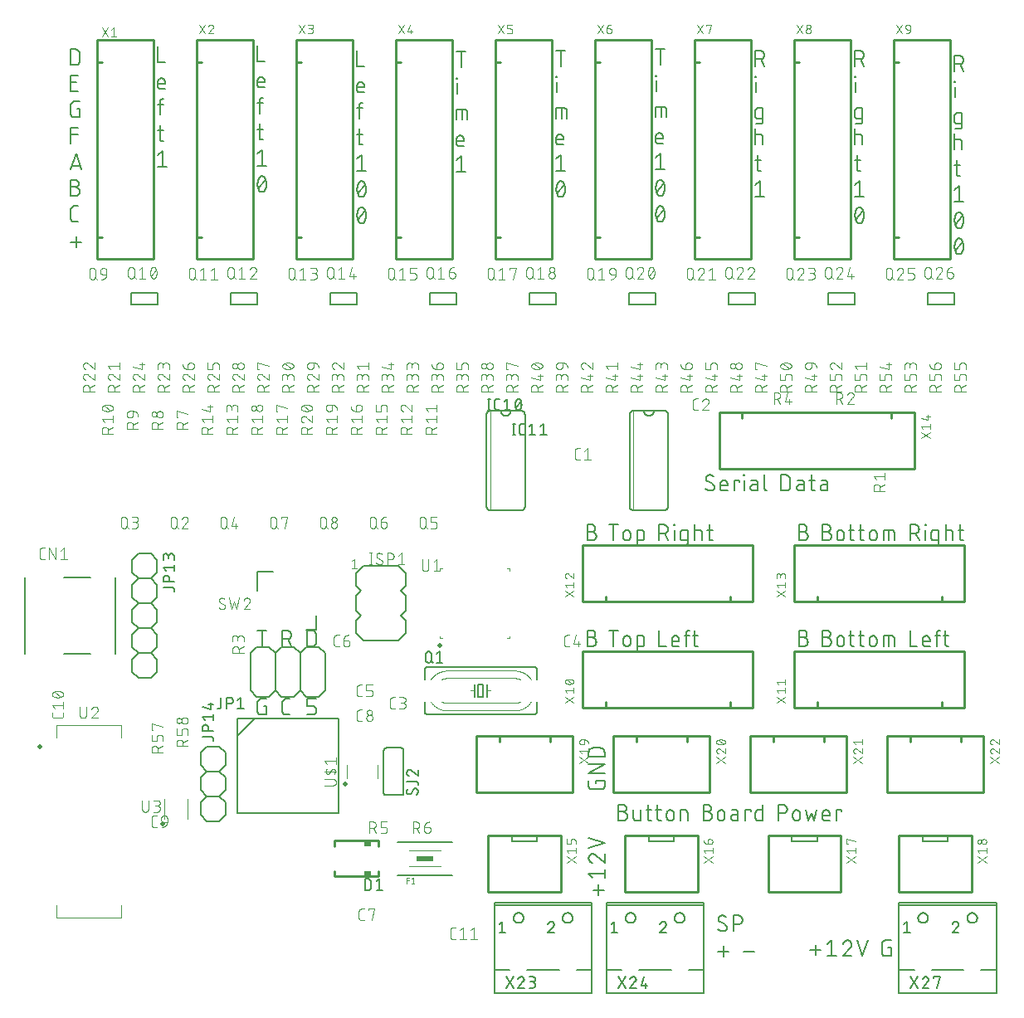
<source format=gto>
G04 EAGLE Gerber RS-274X export*
G75*
%MOMM*%
%FSLAX34Y34*%
%LPD*%
%INSilkscreen Top*%
%IPPOS*%
%AMOC8*
5,1,8,0,0,1.08239X$1,22.5*%
G01*
%ADD10C,0.152400*%
%ADD11C,0.101600*%
%ADD12C,0.127000*%
%ADD13C,0.050800*%
%ADD14C,0.254000*%
%ADD15C,0.500000*%
%ADD16C,0.120000*%
%ADD17C,0.200000*%
%ADD18C,0.203200*%
%ADD19C,0.076200*%
%ADD20R,0.750000X0.500000*%
%ADD21C,0.070000*%
%ADD22R,1.800000X0.600000*%
%ADD23R,1.100000X0.600000*%


D10*
X45212Y949452D02*
X45212Y965708D01*
X49728Y965708D01*
X49859Y965706D01*
X49991Y965700D01*
X50122Y965691D01*
X50252Y965677D01*
X50383Y965660D01*
X50512Y965639D01*
X50641Y965615D01*
X50769Y965586D01*
X50897Y965554D01*
X51023Y965518D01*
X51148Y965479D01*
X51273Y965436D01*
X51395Y965389D01*
X51517Y965339D01*
X51637Y965285D01*
X51755Y965228D01*
X51871Y965167D01*
X51986Y965103D01*
X52099Y965036D01*
X52210Y964965D01*
X52318Y964891D01*
X52425Y964814D01*
X52529Y964734D01*
X52631Y964651D01*
X52730Y964566D01*
X52827Y964477D01*
X52921Y964385D01*
X53013Y964291D01*
X53102Y964194D01*
X53187Y964095D01*
X53270Y963993D01*
X53350Y963889D01*
X53427Y963782D01*
X53501Y963674D01*
X53572Y963563D01*
X53639Y963450D01*
X53703Y963335D01*
X53764Y963219D01*
X53821Y963101D01*
X53875Y962981D01*
X53925Y962859D01*
X53972Y962737D01*
X54015Y962612D01*
X54054Y962487D01*
X54090Y962361D01*
X54122Y962233D01*
X54151Y962105D01*
X54175Y961976D01*
X54196Y961847D01*
X54213Y961716D01*
X54227Y961586D01*
X54236Y961455D01*
X54242Y961323D01*
X54244Y961192D01*
X54243Y961192D02*
X54243Y953968D01*
X54244Y953968D02*
X54242Y953837D01*
X54236Y953705D01*
X54227Y953574D01*
X54213Y953444D01*
X54196Y953313D01*
X54175Y953184D01*
X54151Y953055D01*
X54122Y952927D01*
X54090Y952799D01*
X54054Y952673D01*
X54015Y952548D01*
X53972Y952423D01*
X53925Y952301D01*
X53875Y952179D01*
X53821Y952059D01*
X53764Y951941D01*
X53703Y951825D01*
X53639Y951710D01*
X53572Y951597D01*
X53501Y951486D01*
X53427Y951378D01*
X53350Y951271D01*
X53270Y951167D01*
X53187Y951065D01*
X53102Y950966D01*
X53013Y950869D01*
X52921Y950775D01*
X52827Y950683D01*
X52730Y950594D01*
X52631Y950509D01*
X52529Y950426D01*
X52425Y950346D01*
X52318Y950269D01*
X52210Y950195D01*
X52099Y950124D01*
X51986Y950057D01*
X51871Y949993D01*
X51755Y949932D01*
X51637Y949875D01*
X51517Y949821D01*
X51395Y949771D01*
X51273Y949724D01*
X51148Y949681D01*
X51023Y949642D01*
X50897Y949606D01*
X50769Y949574D01*
X50641Y949545D01*
X50512Y949521D01*
X50382Y949500D01*
X50252Y949483D01*
X50122Y949469D01*
X49991Y949460D01*
X49859Y949454D01*
X49728Y949452D01*
X45212Y949452D01*
X45212Y922782D02*
X52437Y922782D01*
X45212Y922782D02*
X45212Y939038D01*
X52437Y939038D01*
X50631Y931813D02*
X45212Y931813D01*
X51534Y905143D02*
X54243Y905143D01*
X54243Y896112D01*
X48824Y896112D01*
X48706Y896114D01*
X48588Y896120D01*
X48470Y896129D01*
X48353Y896143D01*
X48236Y896160D01*
X48119Y896181D01*
X48004Y896206D01*
X47889Y896235D01*
X47775Y896268D01*
X47663Y896304D01*
X47552Y896344D01*
X47442Y896387D01*
X47333Y896434D01*
X47226Y896484D01*
X47121Y896539D01*
X47018Y896596D01*
X46917Y896657D01*
X46817Y896721D01*
X46720Y896788D01*
X46625Y896858D01*
X46533Y896932D01*
X46442Y897008D01*
X46355Y897088D01*
X46270Y897170D01*
X46188Y897255D01*
X46108Y897342D01*
X46032Y897433D01*
X45958Y897525D01*
X45888Y897620D01*
X45821Y897717D01*
X45757Y897817D01*
X45696Y897918D01*
X45639Y898021D01*
X45584Y898126D01*
X45534Y898233D01*
X45487Y898342D01*
X45444Y898452D01*
X45404Y898563D01*
X45368Y898675D01*
X45335Y898789D01*
X45306Y898904D01*
X45281Y899019D01*
X45260Y899136D01*
X45243Y899253D01*
X45229Y899370D01*
X45220Y899488D01*
X45214Y899606D01*
X45212Y899724D01*
X45212Y908756D01*
X45214Y908874D01*
X45220Y908992D01*
X45229Y909110D01*
X45243Y909227D01*
X45260Y909344D01*
X45281Y909461D01*
X45306Y909576D01*
X45335Y909691D01*
X45368Y909805D01*
X45404Y909917D01*
X45444Y910028D01*
X45487Y910138D01*
X45534Y910247D01*
X45584Y910354D01*
X45638Y910459D01*
X45696Y910562D01*
X45757Y910663D01*
X45821Y910763D01*
X45888Y910860D01*
X45958Y910955D01*
X46032Y911047D01*
X46108Y911138D01*
X46188Y911225D01*
X46270Y911310D01*
X46355Y911392D01*
X46442Y911472D01*
X46533Y911548D01*
X46625Y911622D01*
X46720Y911692D01*
X46817Y911759D01*
X46917Y911823D01*
X47018Y911884D01*
X47121Y911941D01*
X47226Y911995D01*
X47333Y912046D01*
X47442Y912093D01*
X47552Y912136D01*
X47663Y912176D01*
X47775Y912212D01*
X47889Y912245D01*
X48004Y912274D01*
X48119Y912299D01*
X48236Y912320D01*
X48353Y912337D01*
X48470Y912351D01*
X48588Y912360D01*
X48706Y912366D01*
X48824Y912368D01*
X54243Y912368D01*
X45212Y885698D02*
X45212Y869442D01*
X45212Y885698D02*
X52437Y885698D01*
X52437Y878473D02*
X45212Y878473D01*
X50631Y859028D02*
X45212Y842772D01*
X56049Y842772D02*
X50631Y859028D01*
X54695Y846836D02*
X46567Y846836D01*
X45212Y825133D02*
X49728Y825133D01*
X49728Y825134D02*
X49861Y825132D01*
X49993Y825126D01*
X50125Y825116D01*
X50257Y825103D01*
X50389Y825085D01*
X50519Y825064D01*
X50650Y825039D01*
X50779Y825010D01*
X50907Y824977D01*
X51035Y824941D01*
X51161Y824901D01*
X51286Y824857D01*
X51410Y824809D01*
X51532Y824758D01*
X51653Y824703D01*
X51772Y824645D01*
X51890Y824583D01*
X52005Y824518D01*
X52119Y824449D01*
X52230Y824378D01*
X52339Y824302D01*
X52446Y824224D01*
X52551Y824143D01*
X52653Y824058D01*
X52753Y823971D01*
X52850Y823881D01*
X52945Y823788D01*
X53036Y823692D01*
X53125Y823594D01*
X53211Y823493D01*
X53294Y823389D01*
X53374Y823283D01*
X53450Y823175D01*
X53524Y823065D01*
X53594Y822952D01*
X53661Y822838D01*
X53724Y822721D01*
X53784Y822603D01*
X53841Y822483D01*
X53894Y822361D01*
X53943Y822238D01*
X53989Y822114D01*
X54031Y821988D01*
X54069Y821861D01*
X54104Y821733D01*
X54135Y821604D01*
X54162Y821475D01*
X54185Y821344D01*
X54205Y821213D01*
X54220Y821081D01*
X54232Y820949D01*
X54240Y820817D01*
X54244Y820684D01*
X54244Y820552D01*
X54240Y820419D01*
X54232Y820287D01*
X54220Y820155D01*
X54205Y820023D01*
X54185Y819892D01*
X54162Y819761D01*
X54135Y819632D01*
X54104Y819503D01*
X54069Y819375D01*
X54031Y819248D01*
X53989Y819122D01*
X53943Y818998D01*
X53894Y818875D01*
X53841Y818753D01*
X53784Y818633D01*
X53724Y818515D01*
X53661Y818398D01*
X53594Y818284D01*
X53524Y818171D01*
X53450Y818061D01*
X53374Y817953D01*
X53294Y817847D01*
X53211Y817743D01*
X53125Y817642D01*
X53036Y817544D01*
X52945Y817448D01*
X52850Y817355D01*
X52753Y817265D01*
X52653Y817178D01*
X52551Y817093D01*
X52446Y817012D01*
X52339Y816934D01*
X52230Y816858D01*
X52119Y816787D01*
X52005Y816718D01*
X51890Y816653D01*
X51772Y816591D01*
X51653Y816533D01*
X51532Y816478D01*
X51410Y816427D01*
X51286Y816379D01*
X51161Y816335D01*
X51035Y816295D01*
X50907Y816259D01*
X50779Y816226D01*
X50650Y816197D01*
X50519Y816172D01*
X50389Y816151D01*
X50257Y816133D01*
X50125Y816120D01*
X49993Y816110D01*
X49861Y816104D01*
X49728Y816102D01*
X45212Y816102D01*
X45212Y832358D01*
X49728Y832358D01*
X49847Y832356D01*
X49967Y832350D01*
X50086Y832340D01*
X50204Y832326D01*
X50323Y832309D01*
X50440Y832287D01*
X50557Y832262D01*
X50672Y832232D01*
X50787Y832199D01*
X50901Y832162D01*
X51013Y832122D01*
X51124Y832077D01*
X51233Y832029D01*
X51341Y831978D01*
X51447Y831923D01*
X51551Y831864D01*
X51653Y831802D01*
X51753Y831737D01*
X51851Y831668D01*
X51947Y831596D01*
X52040Y831521D01*
X52130Y831444D01*
X52218Y831363D01*
X52303Y831279D01*
X52385Y831192D01*
X52465Y831103D01*
X52541Y831011D01*
X52615Y830917D01*
X52685Y830820D01*
X52752Y830722D01*
X52816Y830621D01*
X52876Y830517D01*
X52933Y830412D01*
X52986Y830305D01*
X53036Y830197D01*
X53082Y830087D01*
X53124Y829975D01*
X53163Y829862D01*
X53198Y829748D01*
X53229Y829633D01*
X53257Y829516D01*
X53280Y829399D01*
X53300Y829282D01*
X53316Y829163D01*
X53328Y829044D01*
X53336Y828925D01*
X53340Y828806D01*
X53340Y828686D01*
X53336Y828567D01*
X53328Y828448D01*
X53316Y828329D01*
X53300Y828210D01*
X53280Y828093D01*
X53257Y827976D01*
X53229Y827859D01*
X53198Y827744D01*
X53163Y827630D01*
X53124Y827517D01*
X53082Y827405D01*
X53036Y827295D01*
X52986Y827187D01*
X52933Y827080D01*
X52876Y826975D01*
X52816Y826871D01*
X52752Y826770D01*
X52685Y826672D01*
X52615Y826575D01*
X52541Y826481D01*
X52465Y826389D01*
X52385Y826300D01*
X52303Y826213D01*
X52218Y826129D01*
X52130Y826048D01*
X52040Y825971D01*
X51947Y825896D01*
X51851Y825824D01*
X51753Y825755D01*
X51653Y825690D01*
X51551Y825628D01*
X51447Y825569D01*
X51341Y825514D01*
X51233Y825463D01*
X51124Y825415D01*
X51013Y825370D01*
X50901Y825330D01*
X50787Y825293D01*
X50672Y825260D01*
X50557Y825230D01*
X50440Y825205D01*
X50323Y825183D01*
X50204Y825166D01*
X50086Y825152D01*
X49967Y825142D01*
X49847Y825136D01*
X49728Y825134D01*
X48824Y789432D02*
X52437Y789432D01*
X48824Y789432D02*
X48706Y789434D01*
X48588Y789440D01*
X48470Y789449D01*
X48353Y789463D01*
X48236Y789480D01*
X48119Y789501D01*
X48004Y789526D01*
X47889Y789555D01*
X47775Y789588D01*
X47663Y789624D01*
X47552Y789664D01*
X47442Y789707D01*
X47333Y789754D01*
X47226Y789804D01*
X47121Y789859D01*
X47018Y789916D01*
X46917Y789977D01*
X46817Y790041D01*
X46720Y790108D01*
X46625Y790178D01*
X46533Y790252D01*
X46442Y790328D01*
X46355Y790408D01*
X46270Y790490D01*
X46188Y790575D01*
X46108Y790662D01*
X46032Y790753D01*
X45958Y790845D01*
X45888Y790940D01*
X45821Y791037D01*
X45757Y791137D01*
X45696Y791238D01*
X45639Y791341D01*
X45584Y791446D01*
X45534Y791553D01*
X45487Y791662D01*
X45444Y791772D01*
X45404Y791883D01*
X45368Y791995D01*
X45335Y792109D01*
X45306Y792224D01*
X45281Y792339D01*
X45260Y792456D01*
X45243Y792573D01*
X45229Y792690D01*
X45220Y792808D01*
X45214Y792926D01*
X45212Y793044D01*
X45212Y802076D01*
X45214Y802194D01*
X45220Y802312D01*
X45229Y802430D01*
X45243Y802547D01*
X45260Y802664D01*
X45281Y802781D01*
X45306Y802896D01*
X45335Y803011D01*
X45368Y803125D01*
X45404Y803237D01*
X45444Y803348D01*
X45487Y803458D01*
X45534Y803567D01*
X45584Y803674D01*
X45638Y803779D01*
X45696Y803882D01*
X45757Y803983D01*
X45821Y804083D01*
X45888Y804180D01*
X45958Y804275D01*
X46032Y804367D01*
X46108Y804458D01*
X46188Y804545D01*
X46270Y804630D01*
X46355Y804712D01*
X46442Y804792D01*
X46533Y804868D01*
X46625Y804942D01*
X46720Y805012D01*
X46817Y805079D01*
X46917Y805143D01*
X47018Y805204D01*
X47121Y805261D01*
X47226Y805315D01*
X47333Y805366D01*
X47442Y805413D01*
X47552Y805456D01*
X47663Y805496D01*
X47775Y805532D01*
X47889Y805565D01*
X48004Y805594D01*
X48119Y805619D01*
X48236Y805640D01*
X48353Y805657D01*
X48470Y805671D01*
X48588Y805680D01*
X48706Y805686D01*
X48824Y805688D01*
X52437Y805688D01*
X56049Y769084D02*
X45212Y769084D01*
X50631Y774502D02*
X50631Y763665D01*
X134112Y951992D02*
X134112Y968248D01*
X134112Y951992D02*
X141337Y951992D01*
X141337Y925322D02*
X136821Y925322D01*
X136720Y925324D01*
X136619Y925330D01*
X136518Y925339D01*
X136417Y925352D01*
X136317Y925369D01*
X136218Y925390D01*
X136120Y925414D01*
X136023Y925442D01*
X135926Y925474D01*
X135831Y925509D01*
X135738Y925548D01*
X135646Y925590D01*
X135555Y925636D01*
X135467Y925685D01*
X135380Y925737D01*
X135295Y925793D01*
X135212Y925851D01*
X135132Y925913D01*
X135054Y925978D01*
X134978Y926045D01*
X134905Y926115D01*
X134835Y926188D01*
X134768Y926264D01*
X134703Y926342D01*
X134641Y926422D01*
X134583Y926505D01*
X134527Y926590D01*
X134475Y926677D01*
X134426Y926765D01*
X134380Y926856D01*
X134338Y926948D01*
X134299Y927041D01*
X134264Y927136D01*
X134232Y927233D01*
X134204Y927330D01*
X134180Y927428D01*
X134159Y927527D01*
X134142Y927627D01*
X134129Y927728D01*
X134120Y927829D01*
X134114Y927930D01*
X134112Y928031D01*
X134112Y932547D01*
X134114Y932666D01*
X134120Y932786D01*
X134130Y932905D01*
X134144Y933023D01*
X134161Y933142D01*
X134183Y933259D01*
X134208Y933376D01*
X134238Y933491D01*
X134271Y933606D01*
X134308Y933720D01*
X134348Y933832D01*
X134393Y933943D01*
X134441Y934052D01*
X134492Y934160D01*
X134547Y934266D01*
X134606Y934370D01*
X134668Y934472D01*
X134733Y934572D01*
X134802Y934670D01*
X134874Y934766D01*
X134949Y934859D01*
X135026Y934949D01*
X135107Y935037D01*
X135191Y935122D01*
X135278Y935204D01*
X135367Y935284D01*
X135459Y935360D01*
X135553Y935434D01*
X135650Y935504D01*
X135748Y935571D01*
X135849Y935635D01*
X135953Y935695D01*
X136058Y935752D01*
X136165Y935805D01*
X136273Y935855D01*
X136383Y935901D01*
X136495Y935943D01*
X136608Y935982D01*
X136722Y936017D01*
X136837Y936048D01*
X136954Y936076D01*
X137071Y936099D01*
X137188Y936119D01*
X137307Y936135D01*
X137426Y936147D01*
X137545Y936155D01*
X137664Y936159D01*
X137784Y936159D01*
X137903Y936155D01*
X138022Y936147D01*
X138141Y936135D01*
X138260Y936119D01*
X138377Y936099D01*
X138494Y936076D01*
X138611Y936048D01*
X138726Y936017D01*
X138840Y935982D01*
X138953Y935943D01*
X139065Y935901D01*
X139175Y935855D01*
X139283Y935805D01*
X139390Y935752D01*
X139495Y935695D01*
X139599Y935635D01*
X139700Y935571D01*
X139798Y935504D01*
X139895Y935434D01*
X139989Y935360D01*
X140081Y935284D01*
X140170Y935204D01*
X140257Y935122D01*
X140341Y935037D01*
X140422Y934949D01*
X140499Y934859D01*
X140574Y934766D01*
X140646Y934670D01*
X140715Y934572D01*
X140780Y934472D01*
X140842Y934370D01*
X140901Y934266D01*
X140956Y934160D01*
X141007Y934052D01*
X141055Y933943D01*
X141100Y933832D01*
X141140Y933720D01*
X141177Y933606D01*
X141210Y933491D01*
X141240Y933376D01*
X141265Y933259D01*
X141287Y933142D01*
X141304Y933023D01*
X141318Y932905D01*
X141328Y932786D01*
X141334Y932666D01*
X141336Y932547D01*
X141337Y932547D02*
X141337Y930741D01*
X134112Y930741D01*
X135918Y912199D02*
X135918Y898652D01*
X135919Y912199D02*
X135921Y912303D01*
X135927Y912406D01*
X135937Y912510D01*
X135951Y912613D01*
X135969Y912715D01*
X135990Y912816D01*
X136016Y912917D01*
X136045Y913016D01*
X136078Y913115D01*
X136115Y913212D01*
X136156Y913307D01*
X136200Y913401D01*
X136248Y913493D01*
X136299Y913583D01*
X136354Y913672D01*
X136412Y913758D01*
X136474Y913841D01*
X136538Y913923D01*
X136606Y914001D01*
X136676Y914077D01*
X136749Y914151D01*
X136826Y914221D01*
X136904Y914289D01*
X136986Y914353D01*
X137069Y914415D01*
X137155Y914473D01*
X137244Y914528D01*
X137334Y914579D01*
X137426Y914627D01*
X137520Y914671D01*
X137615Y914712D01*
X137712Y914749D01*
X137811Y914782D01*
X137910Y914811D01*
X138011Y914837D01*
X138112Y914858D01*
X138214Y914876D01*
X138317Y914890D01*
X138421Y914900D01*
X138524Y914906D01*
X138628Y914908D01*
X139531Y914908D01*
X139531Y909489D02*
X134112Y909489D01*
X134112Y882819D02*
X139531Y882819D01*
X135918Y888238D02*
X135918Y874691D01*
X135919Y874691D02*
X135921Y874590D01*
X135927Y874489D01*
X135936Y874388D01*
X135949Y874287D01*
X135966Y874187D01*
X135987Y874088D01*
X136011Y873990D01*
X136039Y873893D01*
X136071Y873796D01*
X136106Y873701D01*
X136145Y873608D01*
X136187Y873516D01*
X136233Y873425D01*
X136282Y873337D01*
X136334Y873250D01*
X136390Y873165D01*
X136448Y873082D01*
X136510Y873002D01*
X136575Y872924D01*
X136642Y872848D01*
X136712Y872775D01*
X136785Y872705D01*
X136861Y872638D01*
X136939Y872573D01*
X137019Y872511D01*
X137102Y872453D01*
X137187Y872397D01*
X137274Y872345D01*
X137362Y872296D01*
X137453Y872250D01*
X137545Y872208D01*
X137638Y872169D01*
X137733Y872134D01*
X137830Y872102D01*
X137927Y872074D01*
X138025Y872050D01*
X138124Y872029D01*
X138224Y872012D01*
X138325Y871999D01*
X138426Y871990D01*
X138527Y871984D01*
X138628Y871982D01*
X139531Y871982D01*
X138628Y861568D02*
X134112Y857956D01*
X138628Y861568D02*
X138628Y845312D01*
X143143Y845312D02*
X134112Y845312D01*
X235712Y953262D02*
X235712Y969518D01*
X235712Y953262D02*
X242937Y953262D01*
X242937Y926592D02*
X238421Y926592D01*
X238320Y926594D01*
X238219Y926600D01*
X238118Y926609D01*
X238017Y926622D01*
X237917Y926639D01*
X237818Y926660D01*
X237720Y926684D01*
X237623Y926712D01*
X237526Y926744D01*
X237431Y926779D01*
X237338Y926818D01*
X237246Y926860D01*
X237155Y926906D01*
X237067Y926955D01*
X236980Y927007D01*
X236895Y927063D01*
X236812Y927121D01*
X236732Y927183D01*
X236654Y927248D01*
X236578Y927315D01*
X236505Y927385D01*
X236435Y927458D01*
X236368Y927534D01*
X236303Y927612D01*
X236241Y927692D01*
X236183Y927775D01*
X236127Y927860D01*
X236075Y927947D01*
X236026Y928035D01*
X235980Y928126D01*
X235938Y928218D01*
X235899Y928311D01*
X235864Y928406D01*
X235832Y928503D01*
X235804Y928600D01*
X235780Y928698D01*
X235759Y928797D01*
X235742Y928897D01*
X235729Y928998D01*
X235720Y929099D01*
X235714Y929200D01*
X235712Y929301D01*
X235712Y933817D01*
X235714Y933936D01*
X235720Y934056D01*
X235730Y934175D01*
X235744Y934293D01*
X235761Y934412D01*
X235783Y934529D01*
X235808Y934646D01*
X235838Y934761D01*
X235871Y934876D01*
X235908Y934990D01*
X235948Y935102D01*
X235993Y935213D01*
X236041Y935322D01*
X236092Y935430D01*
X236147Y935536D01*
X236206Y935640D01*
X236268Y935742D01*
X236333Y935842D01*
X236402Y935940D01*
X236474Y936036D01*
X236549Y936129D01*
X236626Y936219D01*
X236707Y936307D01*
X236791Y936392D01*
X236878Y936474D01*
X236967Y936554D01*
X237059Y936630D01*
X237153Y936704D01*
X237250Y936774D01*
X237348Y936841D01*
X237449Y936905D01*
X237553Y936965D01*
X237658Y937022D01*
X237765Y937075D01*
X237873Y937125D01*
X237983Y937171D01*
X238095Y937213D01*
X238208Y937252D01*
X238322Y937287D01*
X238437Y937318D01*
X238554Y937346D01*
X238671Y937369D01*
X238788Y937389D01*
X238907Y937405D01*
X239026Y937417D01*
X239145Y937425D01*
X239264Y937429D01*
X239384Y937429D01*
X239503Y937425D01*
X239622Y937417D01*
X239741Y937405D01*
X239860Y937389D01*
X239977Y937369D01*
X240094Y937346D01*
X240211Y937318D01*
X240326Y937287D01*
X240440Y937252D01*
X240553Y937213D01*
X240665Y937171D01*
X240775Y937125D01*
X240883Y937075D01*
X240990Y937022D01*
X241095Y936965D01*
X241199Y936905D01*
X241300Y936841D01*
X241398Y936774D01*
X241495Y936704D01*
X241589Y936630D01*
X241681Y936554D01*
X241770Y936474D01*
X241857Y936392D01*
X241941Y936307D01*
X242022Y936219D01*
X242099Y936129D01*
X242174Y936036D01*
X242246Y935940D01*
X242315Y935842D01*
X242380Y935742D01*
X242442Y935640D01*
X242501Y935536D01*
X242556Y935430D01*
X242607Y935322D01*
X242655Y935213D01*
X242700Y935102D01*
X242740Y934990D01*
X242777Y934876D01*
X242810Y934761D01*
X242840Y934646D01*
X242865Y934529D01*
X242887Y934412D01*
X242904Y934293D01*
X242918Y934175D01*
X242928Y934056D01*
X242934Y933936D01*
X242936Y933817D01*
X242937Y933817D02*
X242937Y932011D01*
X235712Y932011D01*
X237518Y913469D02*
X237518Y899922D01*
X237519Y913469D02*
X237521Y913573D01*
X237527Y913676D01*
X237537Y913780D01*
X237551Y913883D01*
X237569Y913985D01*
X237590Y914086D01*
X237616Y914187D01*
X237645Y914286D01*
X237678Y914385D01*
X237715Y914482D01*
X237756Y914577D01*
X237800Y914671D01*
X237848Y914763D01*
X237899Y914853D01*
X237954Y914942D01*
X238012Y915028D01*
X238074Y915111D01*
X238138Y915193D01*
X238206Y915271D01*
X238276Y915347D01*
X238349Y915421D01*
X238426Y915491D01*
X238504Y915559D01*
X238586Y915623D01*
X238669Y915685D01*
X238755Y915743D01*
X238844Y915798D01*
X238934Y915849D01*
X239026Y915897D01*
X239120Y915941D01*
X239215Y915982D01*
X239312Y916019D01*
X239411Y916052D01*
X239510Y916081D01*
X239611Y916107D01*
X239712Y916128D01*
X239814Y916146D01*
X239917Y916160D01*
X240021Y916170D01*
X240124Y916176D01*
X240228Y916178D01*
X241131Y916178D01*
X241131Y910759D02*
X235712Y910759D01*
X235712Y884089D02*
X241131Y884089D01*
X237518Y889508D02*
X237518Y875961D01*
X237519Y875961D02*
X237521Y875860D01*
X237527Y875759D01*
X237536Y875658D01*
X237549Y875557D01*
X237566Y875457D01*
X237587Y875358D01*
X237611Y875260D01*
X237639Y875163D01*
X237671Y875066D01*
X237706Y874971D01*
X237745Y874878D01*
X237787Y874786D01*
X237833Y874695D01*
X237882Y874607D01*
X237934Y874520D01*
X237990Y874435D01*
X238048Y874352D01*
X238110Y874272D01*
X238175Y874194D01*
X238242Y874118D01*
X238312Y874045D01*
X238385Y873975D01*
X238461Y873908D01*
X238539Y873843D01*
X238619Y873781D01*
X238702Y873723D01*
X238787Y873667D01*
X238874Y873615D01*
X238962Y873566D01*
X239053Y873520D01*
X239145Y873478D01*
X239238Y873439D01*
X239333Y873404D01*
X239430Y873372D01*
X239527Y873344D01*
X239625Y873320D01*
X239724Y873299D01*
X239824Y873282D01*
X239925Y873269D01*
X240026Y873260D01*
X240127Y873254D01*
X240228Y873252D01*
X241131Y873252D01*
X240228Y862838D02*
X235712Y859226D01*
X240228Y862838D02*
X240228Y846582D01*
X244743Y846582D02*
X235712Y846582D01*
X237067Y833910D02*
X236930Y833621D01*
X236800Y833329D01*
X236677Y833033D01*
X236562Y832735D01*
X236453Y832434D01*
X236352Y832131D01*
X236258Y831825D01*
X236171Y831518D01*
X236092Y831208D01*
X236020Y830896D01*
X235956Y830583D01*
X235899Y830268D01*
X235849Y829952D01*
X235807Y829635D01*
X235773Y829317D01*
X235746Y828999D01*
X235727Y828679D01*
X235716Y828360D01*
X235712Y828040D01*
X237067Y833911D02*
X237106Y834019D01*
X237149Y834126D01*
X237195Y834231D01*
X237246Y834335D01*
X237299Y834437D01*
X237356Y834537D01*
X237417Y834635D01*
X237481Y834730D01*
X237548Y834824D01*
X237619Y834915D01*
X237692Y835004D01*
X237769Y835090D01*
X237848Y835173D01*
X237930Y835254D01*
X238015Y835332D01*
X238103Y835406D01*
X238193Y835478D01*
X238285Y835546D01*
X238380Y835612D01*
X238477Y835674D01*
X238576Y835732D01*
X238678Y835788D01*
X238780Y835839D01*
X238885Y835887D01*
X238991Y835932D01*
X239099Y835973D01*
X239208Y836010D01*
X239318Y836043D01*
X239430Y836072D01*
X239542Y836098D01*
X239655Y836120D01*
X239769Y836137D01*
X239883Y836151D01*
X239998Y836161D01*
X240113Y836167D01*
X240228Y836169D01*
X240228Y836168D02*
X240343Y836166D01*
X240458Y836160D01*
X240573Y836150D01*
X240687Y836136D01*
X240801Y836119D01*
X240914Y836097D01*
X241026Y836071D01*
X241138Y836042D01*
X241248Y836009D01*
X241357Y835972D01*
X241465Y835931D01*
X241571Y835886D01*
X241676Y835838D01*
X241778Y835787D01*
X241879Y835731D01*
X241979Y835673D01*
X242076Y835611D01*
X242170Y835546D01*
X242263Y835477D01*
X242353Y835405D01*
X242441Y835331D01*
X242526Y835253D01*
X242608Y835172D01*
X242687Y835089D01*
X242764Y835003D01*
X242837Y834914D01*
X242908Y834823D01*
X242975Y834729D01*
X243039Y834634D01*
X243100Y834536D01*
X243157Y834436D01*
X243210Y834334D01*
X243261Y834230D01*
X243307Y834125D01*
X243350Y834018D01*
X243389Y833910D01*
X243388Y833910D02*
X243525Y833621D01*
X243655Y833329D01*
X243778Y833033D01*
X243893Y832735D01*
X244002Y832434D01*
X244103Y832131D01*
X244197Y831825D01*
X244284Y831518D01*
X244363Y831208D01*
X244435Y830896D01*
X244499Y830583D01*
X244556Y830268D01*
X244606Y829952D01*
X244648Y829635D01*
X244682Y829317D01*
X244709Y828999D01*
X244728Y828679D01*
X244739Y828360D01*
X244743Y828040D01*
X235712Y828040D02*
X235716Y827720D01*
X235727Y827401D01*
X235746Y827081D01*
X235773Y826763D01*
X235807Y826445D01*
X235849Y826128D01*
X235899Y825812D01*
X235956Y825497D01*
X236020Y825184D01*
X236092Y824872D01*
X236171Y824562D01*
X236258Y824255D01*
X236352Y823949D01*
X236453Y823646D01*
X236562Y823345D01*
X236677Y823047D01*
X236800Y822751D01*
X236930Y822459D01*
X237067Y822170D01*
X237106Y822062D01*
X237149Y821955D01*
X237195Y821850D01*
X237246Y821746D01*
X237299Y821644D01*
X237356Y821544D01*
X237417Y821446D01*
X237481Y821351D01*
X237548Y821257D01*
X237619Y821166D01*
X237692Y821077D01*
X237769Y820991D01*
X237848Y820908D01*
X237930Y820827D01*
X238015Y820749D01*
X238103Y820675D01*
X238193Y820603D01*
X238286Y820534D01*
X238380Y820469D01*
X238477Y820407D01*
X238577Y820349D01*
X238678Y820293D01*
X238780Y820242D01*
X238885Y820194D01*
X238991Y820149D01*
X239099Y820108D01*
X239208Y820071D01*
X239318Y820038D01*
X239430Y820009D01*
X239542Y819983D01*
X239655Y819961D01*
X239769Y819944D01*
X239883Y819930D01*
X239998Y819920D01*
X240113Y819914D01*
X240228Y819912D01*
X243388Y822170D02*
X243525Y822459D01*
X243655Y822751D01*
X243778Y823047D01*
X243893Y823345D01*
X244002Y823646D01*
X244103Y823949D01*
X244197Y824255D01*
X244284Y824562D01*
X244363Y824872D01*
X244435Y825184D01*
X244499Y825497D01*
X244556Y825812D01*
X244606Y826128D01*
X244648Y826445D01*
X244682Y826763D01*
X244709Y827081D01*
X244728Y827401D01*
X244739Y827720D01*
X244743Y828040D01*
X243389Y822170D02*
X243350Y822062D01*
X243307Y821955D01*
X243261Y821850D01*
X243210Y821746D01*
X243157Y821644D01*
X243100Y821544D01*
X243039Y821446D01*
X242975Y821351D01*
X242908Y821257D01*
X242837Y821166D01*
X242764Y821077D01*
X242687Y820991D01*
X242608Y820908D01*
X242526Y820827D01*
X242441Y820749D01*
X242353Y820675D01*
X242263Y820603D01*
X242170Y820534D01*
X242076Y820469D01*
X241979Y820407D01*
X241879Y820349D01*
X241778Y820293D01*
X241675Y820242D01*
X241571Y820194D01*
X241465Y820149D01*
X241357Y820108D01*
X241248Y820071D01*
X241138Y820038D01*
X241026Y820009D01*
X240914Y819983D01*
X240801Y819961D01*
X240687Y819944D01*
X240573Y819930D01*
X240458Y819920D01*
X240343Y819914D01*
X240228Y819912D01*
X236615Y823524D02*
X243840Y832556D01*
X337312Y948182D02*
X337312Y964438D01*
X337312Y948182D02*
X344537Y948182D01*
X344537Y921512D02*
X340021Y921512D01*
X339920Y921514D01*
X339819Y921520D01*
X339718Y921529D01*
X339617Y921542D01*
X339517Y921559D01*
X339418Y921580D01*
X339320Y921604D01*
X339223Y921632D01*
X339126Y921664D01*
X339031Y921699D01*
X338938Y921738D01*
X338846Y921780D01*
X338755Y921826D01*
X338667Y921875D01*
X338580Y921927D01*
X338495Y921983D01*
X338412Y922041D01*
X338332Y922103D01*
X338254Y922168D01*
X338178Y922235D01*
X338105Y922305D01*
X338035Y922378D01*
X337968Y922454D01*
X337903Y922532D01*
X337841Y922612D01*
X337783Y922695D01*
X337727Y922780D01*
X337675Y922867D01*
X337626Y922955D01*
X337580Y923046D01*
X337538Y923138D01*
X337499Y923231D01*
X337464Y923326D01*
X337432Y923423D01*
X337404Y923520D01*
X337380Y923618D01*
X337359Y923717D01*
X337342Y923817D01*
X337329Y923918D01*
X337320Y924019D01*
X337314Y924120D01*
X337312Y924221D01*
X337312Y928737D01*
X337314Y928856D01*
X337320Y928976D01*
X337330Y929095D01*
X337344Y929213D01*
X337361Y929332D01*
X337383Y929449D01*
X337408Y929566D01*
X337438Y929681D01*
X337471Y929796D01*
X337508Y929910D01*
X337548Y930022D01*
X337593Y930133D01*
X337641Y930242D01*
X337692Y930350D01*
X337747Y930456D01*
X337806Y930560D01*
X337868Y930662D01*
X337933Y930762D01*
X338002Y930860D01*
X338074Y930956D01*
X338149Y931049D01*
X338226Y931139D01*
X338307Y931227D01*
X338391Y931312D01*
X338478Y931394D01*
X338567Y931474D01*
X338659Y931550D01*
X338753Y931624D01*
X338850Y931694D01*
X338948Y931761D01*
X339049Y931825D01*
X339153Y931885D01*
X339258Y931942D01*
X339365Y931995D01*
X339473Y932045D01*
X339583Y932091D01*
X339695Y932133D01*
X339808Y932172D01*
X339922Y932207D01*
X340037Y932238D01*
X340154Y932266D01*
X340271Y932289D01*
X340388Y932309D01*
X340507Y932325D01*
X340626Y932337D01*
X340745Y932345D01*
X340864Y932349D01*
X340984Y932349D01*
X341103Y932345D01*
X341222Y932337D01*
X341341Y932325D01*
X341460Y932309D01*
X341577Y932289D01*
X341694Y932266D01*
X341811Y932238D01*
X341926Y932207D01*
X342040Y932172D01*
X342153Y932133D01*
X342265Y932091D01*
X342375Y932045D01*
X342483Y931995D01*
X342590Y931942D01*
X342695Y931885D01*
X342799Y931825D01*
X342900Y931761D01*
X342998Y931694D01*
X343095Y931624D01*
X343189Y931550D01*
X343281Y931474D01*
X343370Y931394D01*
X343457Y931312D01*
X343541Y931227D01*
X343622Y931139D01*
X343699Y931049D01*
X343774Y930956D01*
X343846Y930860D01*
X343915Y930762D01*
X343980Y930662D01*
X344042Y930560D01*
X344101Y930456D01*
X344156Y930350D01*
X344207Y930242D01*
X344255Y930133D01*
X344300Y930022D01*
X344340Y929910D01*
X344377Y929796D01*
X344410Y929681D01*
X344440Y929566D01*
X344465Y929449D01*
X344487Y929332D01*
X344504Y929213D01*
X344518Y929095D01*
X344528Y928976D01*
X344534Y928856D01*
X344536Y928737D01*
X344537Y928737D02*
X344537Y926931D01*
X337312Y926931D01*
X339118Y908389D02*
X339118Y894842D01*
X339119Y908389D02*
X339121Y908493D01*
X339127Y908596D01*
X339137Y908700D01*
X339151Y908803D01*
X339169Y908905D01*
X339190Y909006D01*
X339216Y909107D01*
X339245Y909206D01*
X339278Y909305D01*
X339315Y909402D01*
X339356Y909497D01*
X339400Y909591D01*
X339448Y909683D01*
X339499Y909773D01*
X339554Y909862D01*
X339612Y909948D01*
X339674Y910031D01*
X339738Y910113D01*
X339806Y910191D01*
X339876Y910267D01*
X339949Y910341D01*
X340026Y910411D01*
X340104Y910479D01*
X340186Y910543D01*
X340269Y910605D01*
X340355Y910663D01*
X340444Y910718D01*
X340534Y910769D01*
X340626Y910817D01*
X340720Y910861D01*
X340815Y910902D01*
X340912Y910939D01*
X341011Y910972D01*
X341110Y911001D01*
X341211Y911027D01*
X341312Y911048D01*
X341414Y911066D01*
X341517Y911080D01*
X341621Y911090D01*
X341724Y911096D01*
X341828Y911098D01*
X342731Y911098D01*
X342731Y905679D02*
X337312Y905679D01*
X337312Y879009D02*
X342731Y879009D01*
X339118Y884428D02*
X339118Y870881D01*
X339119Y870881D02*
X339121Y870780D01*
X339127Y870679D01*
X339136Y870578D01*
X339149Y870477D01*
X339166Y870377D01*
X339187Y870278D01*
X339211Y870180D01*
X339239Y870083D01*
X339271Y869986D01*
X339306Y869891D01*
X339345Y869798D01*
X339387Y869706D01*
X339433Y869615D01*
X339482Y869527D01*
X339534Y869440D01*
X339590Y869355D01*
X339648Y869272D01*
X339710Y869192D01*
X339775Y869114D01*
X339842Y869038D01*
X339912Y868965D01*
X339985Y868895D01*
X340061Y868828D01*
X340139Y868763D01*
X340219Y868701D01*
X340302Y868643D01*
X340387Y868587D01*
X340474Y868535D01*
X340562Y868486D01*
X340653Y868440D01*
X340745Y868398D01*
X340838Y868359D01*
X340933Y868324D01*
X341030Y868292D01*
X341127Y868264D01*
X341225Y868240D01*
X341324Y868219D01*
X341424Y868202D01*
X341525Y868189D01*
X341626Y868180D01*
X341727Y868174D01*
X341828Y868172D01*
X342731Y868172D01*
X341828Y857758D02*
X337312Y854146D01*
X341828Y857758D02*
X341828Y841502D01*
X346343Y841502D02*
X337312Y841502D01*
X338667Y828830D02*
X338530Y828541D01*
X338400Y828249D01*
X338277Y827953D01*
X338162Y827655D01*
X338053Y827354D01*
X337952Y827051D01*
X337858Y826745D01*
X337771Y826438D01*
X337692Y826128D01*
X337620Y825816D01*
X337556Y825503D01*
X337499Y825188D01*
X337449Y824872D01*
X337407Y824555D01*
X337373Y824237D01*
X337346Y823919D01*
X337327Y823599D01*
X337316Y823280D01*
X337312Y822960D01*
X338667Y828831D02*
X338706Y828939D01*
X338749Y829046D01*
X338795Y829151D01*
X338846Y829255D01*
X338899Y829357D01*
X338956Y829457D01*
X339017Y829555D01*
X339081Y829650D01*
X339148Y829744D01*
X339219Y829835D01*
X339292Y829924D01*
X339369Y830010D01*
X339448Y830093D01*
X339530Y830174D01*
X339615Y830252D01*
X339703Y830326D01*
X339793Y830398D01*
X339885Y830466D01*
X339980Y830532D01*
X340077Y830594D01*
X340176Y830652D01*
X340278Y830708D01*
X340380Y830759D01*
X340485Y830807D01*
X340591Y830852D01*
X340699Y830893D01*
X340808Y830930D01*
X340918Y830963D01*
X341030Y830992D01*
X341142Y831018D01*
X341255Y831040D01*
X341369Y831057D01*
X341483Y831071D01*
X341598Y831081D01*
X341713Y831087D01*
X341828Y831089D01*
X341828Y831088D02*
X341943Y831086D01*
X342058Y831080D01*
X342173Y831070D01*
X342287Y831056D01*
X342401Y831039D01*
X342514Y831017D01*
X342626Y830991D01*
X342738Y830962D01*
X342848Y830929D01*
X342957Y830892D01*
X343065Y830851D01*
X343171Y830806D01*
X343276Y830758D01*
X343378Y830707D01*
X343479Y830651D01*
X343579Y830593D01*
X343676Y830531D01*
X343770Y830466D01*
X343863Y830397D01*
X343953Y830325D01*
X344041Y830251D01*
X344126Y830173D01*
X344208Y830092D01*
X344287Y830009D01*
X344364Y829923D01*
X344437Y829834D01*
X344508Y829743D01*
X344575Y829649D01*
X344639Y829554D01*
X344700Y829456D01*
X344757Y829356D01*
X344810Y829254D01*
X344861Y829150D01*
X344907Y829045D01*
X344950Y828938D01*
X344989Y828830D01*
X344988Y828830D02*
X345125Y828541D01*
X345255Y828249D01*
X345378Y827953D01*
X345493Y827655D01*
X345602Y827354D01*
X345703Y827051D01*
X345797Y826745D01*
X345884Y826438D01*
X345963Y826128D01*
X346035Y825816D01*
X346099Y825503D01*
X346156Y825188D01*
X346206Y824872D01*
X346248Y824555D01*
X346282Y824237D01*
X346309Y823919D01*
X346328Y823599D01*
X346339Y823280D01*
X346343Y822960D01*
X337312Y822960D02*
X337316Y822640D01*
X337327Y822321D01*
X337346Y822001D01*
X337373Y821683D01*
X337407Y821365D01*
X337449Y821048D01*
X337499Y820732D01*
X337556Y820417D01*
X337620Y820104D01*
X337692Y819792D01*
X337771Y819482D01*
X337858Y819175D01*
X337952Y818869D01*
X338053Y818566D01*
X338162Y818265D01*
X338277Y817967D01*
X338400Y817671D01*
X338530Y817379D01*
X338667Y817090D01*
X338706Y816982D01*
X338749Y816875D01*
X338795Y816770D01*
X338846Y816666D01*
X338899Y816564D01*
X338956Y816464D01*
X339017Y816366D01*
X339081Y816271D01*
X339148Y816177D01*
X339219Y816086D01*
X339292Y815997D01*
X339369Y815911D01*
X339448Y815828D01*
X339530Y815747D01*
X339615Y815669D01*
X339703Y815595D01*
X339793Y815523D01*
X339886Y815454D01*
X339980Y815389D01*
X340077Y815327D01*
X340177Y815269D01*
X340278Y815213D01*
X340380Y815162D01*
X340485Y815114D01*
X340591Y815069D01*
X340699Y815028D01*
X340808Y814991D01*
X340918Y814958D01*
X341030Y814929D01*
X341142Y814903D01*
X341255Y814881D01*
X341369Y814864D01*
X341483Y814850D01*
X341598Y814840D01*
X341713Y814834D01*
X341828Y814832D01*
X344988Y817090D02*
X345125Y817379D01*
X345255Y817671D01*
X345378Y817967D01*
X345493Y818265D01*
X345602Y818566D01*
X345703Y818869D01*
X345797Y819175D01*
X345884Y819482D01*
X345963Y819792D01*
X346035Y820104D01*
X346099Y820417D01*
X346156Y820732D01*
X346206Y821048D01*
X346248Y821365D01*
X346282Y821683D01*
X346309Y822001D01*
X346328Y822321D01*
X346339Y822640D01*
X346343Y822960D01*
X344989Y817090D02*
X344950Y816982D01*
X344907Y816875D01*
X344861Y816770D01*
X344810Y816666D01*
X344757Y816564D01*
X344700Y816464D01*
X344639Y816366D01*
X344575Y816271D01*
X344508Y816177D01*
X344437Y816086D01*
X344364Y815997D01*
X344287Y815911D01*
X344208Y815828D01*
X344126Y815747D01*
X344041Y815669D01*
X343953Y815595D01*
X343863Y815523D01*
X343770Y815454D01*
X343676Y815389D01*
X343579Y815327D01*
X343479Y815269D01*
X343378Y815213D01*
X343275Y815162D01*
X343171Y815114D01*
X343065Y815069D01*
X342957Y815028D01*
X342848Y814991D01*
X342738Y814958D01*
X342626Y814929D01*
X342514Y814903D01*
X342401Y814881D01*
X342287Y814864D01*
X342173Y814850D01*
X342058Y814840D01*
X341943Y814834D01*
X341828Y814832D01*
X338215Y818444D02*
X345440Y827476D01*
X338667Y802160D02*
X338530Y801871D01*
X338400Y801579D01*
X338277Y801283D01*
X338162Y800985D01*
X338053Y800684D01*
X337952Y800381D01*
X337858Y800075D01*
X337771Y799768D01*
X337692Y799458D01*
X337620Y799146D01*
X337556Y798833D01*
X337499Y798518D01*
X337449Y798202D01*
X337407Y797885D01*
X337373Y797567D01*
X337346Y797249D01*
X337327Y796929D01*
X337316Y796610D01*
X337312Y796290D01*
X338667Y802161D02*
X338706Y802269D01*
X338749Y802376D01*
X338795Y802481D01*
X338846Y802585D01*
X338899Y802687D01*
X338956Y802787D01*
X339017Y802885D01*
X339081Y802980D01*
X339148Y803074D01*
X339219Y803165D01*
X339292Y803254D01*
X339369Y803340D01*
X339448Y803423D01*
X339530Y803504D01*
X339615Y803582D01*
X339703Y803656D01*
X339793Y803728D01*
X339885Y803796D01*
X339980Y803862D01*
X340077Y803924D01*
X340176Y803982D01*
X340278Y804038D01*
X340380Y804089D01*
X340485Y804137D01*
X340591Y804182D01*
X340699Y804223D01*
X340808Y804260D01*
X340918Y804293D01*
X341030Y804322D01*
X341142Y804348D01*
X341255Y804370D01*
X341369Y804387D01*
X341483Y804401D01*
X341598Y804411D01*
X341713Y804417D01*
X341828Y804419D01*
X341828Y804418D02*
X341943Y804416D01*
X342058Y804410D01*
X342173Y804400D01*
X342287Y804386D01*
X342401Y804369D01*
X342514Y804347D01*
X342626Y804321D01*
X342738Y804292D01*
X342848Y804259D01*
X342957Y804222D01*
X343065Y804181D01*
X343171Y804136D01*
X343276Y804088D01*
X343378Y804037D01*
X343479Y803981D01*
X343579Y803923D01*
X343676Y803861D01*
X343770Y803796D01*
X343863Y803727D01*
X343953Y803655D01*
X344041Y803581D01*
X344126Y803503D01*
X344208Y803422D01*
X344287Y803339D01*
X344364Y803253D01*
X344437Y803164D01*
X344508Y803073D01*
X344575Y802979D01*
X344639Y802884D01*
X344700Y802786D01*
X344757Y802686D01*
X344810Y802584D01*
X344861Y802480D01*
X344907Y802375D01*
X344950Y802268D01*
X344989Y802160D01*
X344988Y802160D02*
X345125Y801871D01*
X345255Y801579D01*
X345378Y801283D01*
X345493Y800985D01*
X345602Y800684D01*
X345703Y800381D01*
X345797Y800075D01*
X345884Y799768D01*
X345963Y799458D01*
X346035Y799146D01*
X346099Y798833D01*
X346156Y798518D01*
X346206Y798202D01*
X346248Y797885D01*
X346282Y797567D01*
X346309Y797249D01*
X346328Y796929D01*
X346339Y796610D01*
X346343Y796290D01*
X337312Y796290D02*
X337316Y795970D01*
X337327Y795651D01*
X337346Y795331D01*
X337373Y795013D01*
X337407Y794695D01*
X337449Y794378D01*
X337499Y794062D01*
X337556Y793747D01*
X337620Y793434D01*
X337692Y793122D01*
X337771Y792812D01*
X337858Y792505D01*
X337952Y792199D01*
X338053Y791896D01*
X338162Y791595D01*
X338277Y791297D01*
X338400Y791001D01*
X338530Y790709D01*
X338667Y790420D01*
X338706Y790312D01*
X338749Y790205D01*
X338795Y790100D01*
X338846Y789996D01*
X338899Y789894D01*
X338956Y789794D01*
X339017Y789696D01*
X339081Y789601D01*
X339148Y789507D01*
X339219Y789416D01*
X339292Y789327D01*
X339369Y789241D01*
X339448Y789158D01*
X339530Y789077D01*
X339615Y788999D01*
X339703Y788925D01*
X339793Y788853D01*
X339886Y788784D01*
X339980Y788719D01*
X340077Y788657D01*
X340177Y788599D01*
X340278Y788543D01*
X340380Y788492D01*
X340485Y788444D01*
X340591Y788399D01*
X340699Y788358D01*
X340808Y788321D01*
X340918Y788288D01*
X341030Y788259D01*
X341142Y788233D01*
X341255Y788211D01*
X341369Y788194D01*
X341483Y788180D01*
X341598Y788170D01*
X341713Y788164D01*
X341828Y788162D01*
X344988Y790420D02*
X345125Y790709D01*
X345255Y791001D01*
X345378Y791297D01*
X345493Y791595D01*
X345602Y791896D01*
X345703Y792199D01*
X345797Y792505D01*
X345884Y792812D01*
X345963Y793122D01*
X346035Y793434D01*
X346099Y793747D01*
X346156Y794062D01*
X346206Y794378D01*
X346248Y794695D01*
X346282Y795013D01*
X346309Y795331D01*
X346328Y795651D01*
X346339Y795970D01*
X346343Y796290D01*
X344989Y790420D02*
X344950Y790312D01*
X344907Y790205D01*
X344861Y790100D01*
X344810Y789996D01*
X344757Y789894D01*
X344700Y789794D01*
X344639Y789696D01*
X344575Y789601D01*
X344508Y789507D01*
X344437Y789416D01*
X344364Y789327D01*
X344287Y789241D01*
X344208Y789158D01*
X344126Y789077D01*
X344041Y788999D01*
X343953Y788925D01*
X343863Y788853D01*
X343770Y788784D01*
X343676Y788719D01*
X343579Y788657D01*
X343479Y788599D01*
X343378Y788543D01*
X343275Y788492D01*
X343171Y788444D01*
X343065Y788399D01*
X342957Y788358D01*
X342848Y788321D01*
X342738Y788288D01*
X342626Y788259D01*
X342514Y788233D01*
X342401Y788211D01*
X342287Y788194D01*
X342173Y788180D01*
X342058Y788170D01*
X341943Y788164D01*
X341828Y788162D01*
X338215Y791774D02*
X345440Y800806D01*
X443428Y946912D02*
X443428Y963168D01*
X447943Y963168D02*
X438912Y963168D01*
X439364Y931079D02*
X439364Y920242D01*
X438912Y935595D02*
X438912Y936498D01*
X439815Y936498D01*
X439815Y935595D01*
X438912Y935595D01*
X438912Y904409D02*
X438912Y893572D01*
X438912Y904409D02*
X447040Y904409D01*
X447141Y904407D01*
X447242Y904401D01*
X447343Y904392D01*
X447444Y904379D01*
X447544Y904362D01*
X447643Y904341D01*
X447741Y904317D01*
X447838Y904289D01*
X447935Y904257D01*
X448030Y904222D01*
X448123Y904183D01*
X448215Y904141D01*
X448306Y904095D01*
X448395Y904046D01*
X448481Y903994D01*
X448566Y903938D01*
X448649Y903880D01*
X448729Y903818D01*
X448807Y903753D01*
X448883Y903686D01*
X448956Y903616D01*
X449026Y903543D01*
X449093Y903467D01*
X449158Y903389D01*
X449220Y903309D01*
X449278Y903226D01*
X449334Y903141D01*
X449386Y903055D01*
X449435Y902966D01*
X449481Y902875D01*
X449523Y902783D01*
X449562Y902690D01*
X449597Y902595D01*
X449629Y902498D01*
X449657Y902401D01*
X449681Y902303D01*
X449702Y902204D01*
X449719Y902104D01*
X449732Y902003D01*
X449741Y901902D01*
X449747Y901801D01*
X449749Y901700D01*
X449749Y893572D01*
X444331Y893572D02*
X444331Y904409D01*
X446137Y866902D02*
X441621Y866902D01*
X441520Y866904D01*
X441419Y866910D01*
X441318Y866919D01*
X441217Y866932D01*
X441117Y866949D01*
X441018Y866970D01*
X440920Y866994D01*
X440823Y867022D01*
X440726Y867054D01*
X440631Y867089D01*
X440538Y867128D01*
X440446Y867170D01*
X440355Y867216D01*
X440267Y867265D01*
X440180Y867317D01*
X440095Y867373D01*
X440012Y867431D01*
X439932Y867493D01*
X439854Y867558D01*
X439778Y867625D01*
X439705Y867695D01*
X439635Y867768D01*
X439568Y867844D01*
X439503Y867922D01*
X439441Y868002D01*
X439383Y868085D01*
X439327Y868170D01*
X439275Y868257D01*
X439226Y868345D01*
X439180Y868436D01*
X439138Y868528D01*
X439099Y868621D01*
X439064Y868716D01*
X439032Y868813D01*
X439004Y868910D01*
X438980Y869008D01*
X438959Y869107D01*
X438942Y869207D01*
X438929Y869308D01*
X438920Y869409D01*
X438914Y869510D01*
X438912Y869611D01*
X438912Y874127D01*
X438914Y874246D01*
X438920Y874366D01*
X438930Y874485D01*
X438944Y874603D01*
X438961Y874722D01*
X438983Y874839D01*
X439008Y874956D01*
X439038Y875071D01*
X439071Y875186D01*
X439108Y875300D01*
X439148Y875412D01*
X439193Y875523D01*
X439241Y875632D01*
X439292Y875740D01*
X439347Y875846D01*
X439406Y875950D01*
X439468Y876052D01*
X439533Y876152D01*
X439602Y876250D01*
X439674Y876346D01*
X439749Y876439D01*
X439826Y876529D01*
X439907Y876617D01*
X439991Y876702D01*
X440078Y876784D01*
X440167Y876864D01*
X440259Y876940D01*
X440353Y877014D01*
X440450Y877084D01*
X440548Y877151D01*
X440649Y877215D01*
X440753Y877275D01*
X440858Y877332D01*
X440965Y877385D01*
X441073Y877435D01*
X441183Y877481D01*
X441295Y877523D01*
X441408Y877562D01*
X441522Y877597D01*
X441637Y877628D01*
X441754Y877656D01*
X441871Y877679D01*
X441988Y877699D01*
X442107Y877715D01*
X442226Y877727D01*
X442345Y877735D01*
X442464Y877739D01*
X442584Y877739D01*
X442703Y877735D01*
X442822Y877727D01*
X442941Y877715D01*
X443060Y877699D01*
X443177Y877679D01*
X443294Y877656D01*
X443411Y877628D01*
X443526Y877597D01*
X443640Y877562D01*
X443753Y877523D01*
X443865Y877481D01*
X443975Y877435D01*
X444083Y877385D01*
X444190Y877332D01*
X444295Y877275D01*
X444399Y877215D01*
X444500Y877151D01*
X444598Y877084D01*
X444695Y877014D01*
X444789Y876940D01*
X444881Y876864D01*
X444970Y876784D01*
X445057Y876702D01*
X445141Y876617D01*
X445222Y876529D01*
X445299Y876439D01*
X445374Y876346D01*
X445446Y876250D01*
X445515Y876152D01*
X445580Y876052D01*
X445642Y875950D01*
X445701Y875846D01*
X445756Y875740D01*
X445807Y875632D01*
X445855Y875523D01*
X445900Y875412D01*
X445940Y875300D01*
X445977Y875186D01*
X446010Y875071D01*
X446040Y874956D01*
X446065Y874839D01*
X446087Y874722D01*
X446104Y874603D01*
X446118Y874485D01*
X446128Y874366D01*
X446134Y874246D01*
X446136Y874127D01*
X446137Y874127D02*
X446137Y872321D01*
X438912Y872321D01*
X443428Y856488D02*
X438912Y852876D01*
X443428Y856488D02*
X443428Y840232D01*
X447943Y840232D02*
X438912Y840232D01*
X545028Y948182D02*
X545028Y964438D01*
X549543Y964438D02*
X540512Y964438D01*
X540964Y932349D02*
X540964Y921512D01*
X540512Y936865D02*
X540512Y937768D01*
X541415Y937768D01*
X541415Y936865D01*
X540512Y936865D01*
X540512Y905679D02*
X540512Y894842D01*
X540512Y905679D02*
X548640Y905679D01*
X548741Y905677D01*
X548842Y905671D01*
X548943Y905662D01*
X549044Y905649D01*
X549144Y905632D01*
X549243Y905611D01*
X549341Y905587D01*
X549438Y905559D01*
X549535Y905527D01*
X549630Y905492D01*
X549723Y905453D01*
X549815Y905411D01*
X549906Y905365D01*
X549995Y905316D01*
X550081Y905264D01*
X550166Y905208D01*
X550249Y905150D01*
X550329Y905088D01*
X550407Y905023D01*
X550483Y904956D01*
X550556Y904886D01*
X550626Y904813D01*
X550693Y904737D01*
X550758Y904659D01*
X550820Y904579D01*
X550878Y904496D01*
X550934Y904411D01*
X550986Y904325D01*
X551035Y904236D01*
X551081Y904145D01*
X551123Y904053D01*
X551162Y903960D01*
X551197Y903865D01*
X551229Y903768D01*
X551257Y903671D01*
X551281Y903573D01*
X551302Y903474D01*
X551319Y903374D01*
X551332Y903273D01*
X551341Y903172D01*
X551347Y903071D01*
X551349Y902970D01*
X551349Y894842D01*
X545931Y894842D02*
X545931Y905679D01*
X547737Y868172D02*
X543221Y868172D01*
X543120Y868174D01*
X543019Y868180D01*
X542918Y868189D01*
X542817Y868202D01*
X542717Y868219D01*
X542618Y868240D01*
X542520Y868264D01*
X542423Y868292D01*
X542326Y868324D01*
X542231Y868359D01*
X542138Y868398D01*
X542046Y868440D01*
X541955Y868486D01*
X541867Y868535D01*
X541780Y868587D01*
X541695Y868643D01*
X541612Y868701D01*
X541532Y868763D01*
X541454Y868828D01*
X541378Y868895D01*
X541305Y868965D01*
X541235Y869038D01*
X541168Y869114D01*
X541103Y869192D01*
X541041Y869272D01*
X540983Y869355D01*
X540927Y869440D01*
X540875Y869527D01*
X540826Y869615D01*
X540780Y869706D01*
X540738Y869798D01*
X540699Y869891D01*
X540664Y869986D01*
X540632Y870083D01*
X540604Y870180D01*
X540580Y870278D01*
X540559Y870377D01*
X540542Y870477D01*
X540529Y870578D01*
X540520Y870679D01*
X540514Y870780D01*
X540512Y870881D01*
X540512Y875397D01*
X540514Y875516D01*
X540520Y875636D01*
X540530Y875755D01*
X540544Y875873D01*
X540561Y875992D01*
X540583Y876109D01*
X540608Y876226D01*
X540638Y876341D01*
X540671Y876456D01*
X540708Y876570D01*
X540748Y876682D01*
X540793Y876793D01*
X540841Y876902D01*
X540892Y877010D01*
X540947Y877116D01*
X541006Y877220D01*
X541068Y877322D01*
X541133Y877422D01*
X541202Y877520D01*
X541274Y877616D01*
X541349Y877709D01*
X541426Y877799D01*
X541507Y877887D01*
X541591Y877972D01*
X541678Y878054D01*
X541767Y878134D01*
X541859Y878210D01*
X541953Y878284D01*
X542050Y878354D01*
X542148Y878421D01*
X542249Y878485D01*
X542353Y878545D01*
X542458Y878602D01*
X542565Y878655D01*
X542673Y878705D01*
X542783Y878751D01*
X542895Y878793D01*
X543008Y878832D01*
X543122Y878867D01*
X543237Y878898D01*
X543354Y878926D01*
X543471Y878949D01*
X543588Y878969D01*
X543707Y878985D01*
X543826Y878997D01*
X543945Y879005D01*
X544064Y879009D01*
X544184Y879009D01*
X544303Y879005D01*
X544422Y878997D01*
X544541Y878985D01*
X544660Y878969D01*
X544777Y878949D01*
X544894Y878926D01*
X545011Y878898D01*
X545126Y878867D01*
X545240Y878832D01*
X545353Y878793D01*
X545465Y878751D01*
X545575Y878705D01*
X545683Y878655D01*
X545790Y878602D01*
X545895Y878545D01*
X545999Y878485D01*
X546100Y878421D01*
X546198Y878354D01*
X546295Y878284D01*
X546389Y878210D01*
X546481Y878134D01*
X546570Y878054D01*
X546657Y877972D01*
X546741Y877887D01*
X546822Y877799D01*
X546899Y877709D01*
X546974Y877616D01*
X547046Y877520D01*
X547115Y877422D01*
X547180Y877322D01*
X547242Y877220D01*
X547301Y877116D01*
X547356Y877010D01*
X547407Y876902D01*
X547455Y876793D01*
X547500Y876682D01*
X547540Y876570D01*
X547577Y876456D01*
X547610Y876341D01*
X547640Y876226D01*
X547665Y876109D01*
X547687Y875992D01*
X547704Y875873D01*
X547718Y875755D01*
X547728Y875636D01*
X547734Y875516D01*
X547736Y875397D01*
X547737Y875397D02*
X547737Y873591D01*
X540512Y873591D01*
X545028Y857758D02*
X540512Y854146D01*
X545028Y857758D02*
X545028Y841502D01*
X549543Y841502D02*
X540512Y841502D01*
X541867Y828830D02*
X541730Y828541D01*
X541600Y828249D01*
X541477Y827953D01*
X541362Y827655D01*
X541253Y827354D01*
X541152Y827051D01*
X541058Y826745D01*
X540971Y826438D01*
X540892Y826128D01*
X540820Y825816D01*
X540756Y825503D01*
X540699Y825188D01*
X540649Y824872D01*
X540607Y824555D01*
X540573Y824237D01*
X540546Y823919D01*
X540527Y823599D01*
X540516Y823280D01*
X540512Y822960D01*
X541867Y828831D02*
X541906Y828939D01*
X541949Y829046D01*
X541995Y829151D01*
X542046Y829255D01*
X542099Y829357D01*
X542156Y829457D01*
X542217Y829555D01*
X542281Y829650D01*
X542348Y829744D01*
X542419Y829835D01*
X542492Y829924D01*
X542569Y830010D01*
X542648Y830093D01*
X542730Y830174D01*
X542815Y830252D01*
X542903Y830326D01*
X542993Y830398D01*
X543085Y830466D01*
X543180Y830532D01*
X543277Y830594D01*
X543376Y830652D01*
X543478Y830708D01*
X543580Y830759D01*
X543685Y830807D01*
X543791Y830852D01*
X543899Y830893D01*
X544008Y830930D01*
X544118Y830963D01*
X544230Y830992D01*
X544342Y831018D01*
X544455Y831040D01*
X544569Y831057D01*
X544683Y831071D01*
X544798Y831081D01*
X544913Y831087D01*
X545028Y831089D01*
X545028Y831088D02*
X545143Y831086D01*
X545258Y831080D01*
X545373Y831070D01*
X545487Y831056D01*
X545601Y831039D01*
X545714Y831017D01*
X545826Y830991D01*
X545938Y830962D01*
X546048Y830929D01*
X546157Y830892D01*
X546265Y830851D01*
X546371Y830806D01*
X546476Y830758D01*
X546578Y830707D01*
X546679Y830651D01*
X546779Y830593D01*
X546876Y830531D01*
X546970Y830466D01*
X547063Y830397D01*
X547153Y830325D01*
X547241Y830251D01*
X547326Y830173D01*
X547408Y830092D01*
X547487Y830009D01*
X547564Y829923D01*
X547637Y829834D01*
X547708Y829743D01*
X547775Y829649D01*
X547839Y829554D01*
X547900Y829456D01*
X547957Y829356D01*
X548010Y829254D01*
X548061Y829150D01*
X548107Y829045D01*
X548150Y828938D01*
X548189Y828830D01*
X548188Y828830D02*
X548325Y828541D01*
X548455Y828249D01*
X548578Y827953D01*
X548693Y827655D01*
X548802Y827354D01*
X548903Y827051D01*
X548997Y826745D01*
X549084Y826438D01*
X549163Y826128D01*
X549235Y825816D01*
X549299Y825503D01*
X549356Y825188D01*
X549406Y824872D01*
X549448Y824555D01*
X549482Y824237D01*
X549509Y823919D01*
X549528Y823599D01*
X549539Y823280D01*
X549543Y822960D01*
X540512Y822960D02*
X540516Y822640D01*
X540527Y822321D01*
X540546Y822001D01*
X540573Y821683D01*
X540607Y821365D01*
X540649Y821048D01*
X540699Y820732D01*
X540756Y820417D01*
X540820Y820104D01*
X540892Y819792D01*
X540971Y819482D01*
X541058Y819175D01*
X541152Y818869D01*
X541253Y818566D01*
X541362Y818265D01*
X541477Y817967D01*
X541600Y817671D01*
X541730Y817379D01*
X541867Y817090D01*
X541906Y816982D01*
X541949Y816875D01*
X541995Y816770D01*
X542046Y816666D01*
X542099Y816564D01*
X542156Y816464D01*
X542217Y816366D01*
X542281Y816271D01*
X542348Y816177D01*
X542419Y816086D01*
X542492Y815997D01*
X542569Y815911D01*
X542648Y815828D01*
X542730Y815747D01*
X542815Y815669D01*
X542903Y815595D01*
X542993Y815523D01*
X543086Y815454D01*
X543180Y815389D01*
X543277Y815327D01*
X543377Y815269D01*
X543478Y815213D01*
X543580Y815162D01*
X543685Y815114D01*
X543791Y815069D01*
X543899Y815028D01*
X544008Y814991D01*
X544118Y814958D01*
X544230Y814929D01*
X544342Y814903D01*
X544455Y814881D01*
X544569Y814864D01*
X544683Y814850D01*
X544798Y814840D01*
X544913Y814834D01*
X545028Y814832D01*
X548188Y817090D02*
X548325Y817379D01*
X548455Y817671D01*
X548578Y817967D01*
X548693Y818265D01*
X548802Y818566D01*
X548903Y818869D01*
X548997Y819175D01*
X549084Y819482D01*
X549163Y819792D01*
X549235Y820104D01*
X549299Y820417D01*
X549356Y820732D01*
X549406Y821048D01*
X549448Y821365D01*
X549482Y821683D01*
X549509Y822001D01*
X549528Y822321D01*
X549539Y822640D01*
X549543Y822960D01*
X548189Y817090D02*
X548150Y816982D01*
X548107Y816875D01*
X548061Y816770D01*
X548010Y816666D01*
X547957Y816564D01*
X547900Y816464D01*
X547839Y816366D01*
X547775Y816271D01*
X547708Y816177D01*
X547637Y816086D01*
X547564Y815997D01*
X547487Y815911D01*
X547408Y815828D01*
X547326Y815747D01*
X547241Y815669D01*
X547153Y815595D01*
X547063Y815523D01*
X546970Y815454D01*
X546876Y815389D01*
X546779Y815327D01*
X546679Y815269D01*
X546578Y815213D01*
X546475Y815162D01*
X546371Y815114D01*
X546265Y815069D01*
X546157Y815028D01*
X546048Y814991D01*
X545938Y814958D01*
X545826Y814929D01*
X545714Y814903D01*
X545601Y814881D01*
X545487Y814864D01*
X545373Y814850D01*
X545258Y814840D01*
X545143Y814834D01*
X545028Y814832D01*
X541415Y818444D02*
X548640Y827476D01*
X646628Y949452D02*
X646628Y965708D01*
X651143Y965708D02*
X642112Y965708D01*
X642564Y933619D02*
X642564Y922782D01*
X642112Y938135D02*
X642112Y939038D01*
X643015Y939038D01*
X643015Y938135D01*
X642112Y938135D01*
X642112Y906949D02*
X642112Y896112D01*
X642112Y906949D02*
X650240Y906949D01*
X650341Y906947D01*
X650442Y906941D01*
X650543Y906932D01*
X650644Y906919D01*
X650744Y906902D01*
X650843Y906881D01*
X650941Y906857D01*
X651038Y906829D01*
X651135Y906797D01*
X651230Y906762D01*
X651323Y906723D01*
X651415Y906681D01*
X651506Y906635D01*
X651595Y906586D01*
X651681Y906534D01*
X651766Y906478D01*
X651849Y906420D01*
X651929Y906358D01*
X652007Y906293D01*
X652083Y906226D01*
X652156Y906156D01*
X652226Y906083D01*
X652293Y906007D01*
X652358Y905929D01*
X652420Y905849D01*
X652478Y905766D01*
X652534Y905681D01*
X652586Y905595D01*
X652635Y905506D01*
X652681Y905415D01*
X652723Y905323D01*
X652762Y905230D01*
X652797Y905135D01*
X652829Y905038D01*
X652857Y904941D01*
X652881Y904843D01*
X652902Y904744D01*
X652919Y904644D01*
X652932Y904543D01*
X652941Y904442D01*
X652947Y904341D01*
X652949Y904240D01*
X652949Y896112D01*
X647531Y896112D02*
X647531Y906949D01*
X649337Y869442D02*
X644821Y869442D01*
X644720Y869444D01*
X644619Y869450D01*
X644518Y869459D01*
X644417Y869472D01*
X644317Y869489D01*
X644218Y869510D01*
X644120Y869534D01*
X644023Y869562D01*
X643926Y869594D01*
X643831Y869629D01*
X643738Y869668D01*
X643646Y869710D01*
X643555Y869756D01*
X643467Y869805D01*
X643380Y869857D01*
X643295Y869913D01*
X643212Y869971D01*
X643132Y870033D01*
X643054Y870098D01*
X642978Y870165D01*
X642905Y870235D01*
X642835Y870308D01*
X642768Y870384D01*
X642703Y870462D01*
X642641Y870542D01*
X642583Y870625D01*
X642527Y870710D01*
X642475Y870797D01*
X642426Y870885D01*
X642380Y870976D01*
X642338Y871068D01*
X642299Y871161D01*
X642264Y871256D01*
X642232Y871353D01*
X642204Y871450D01*
X642180Y871548D01*
X642159Y871647D01*
X642142Y871747D01*
X642129Y871848D01*
X642120Y871949D01*
X642114Y872050D01*
X642112Y872151D01*
X642112Y876667D01*
X642114Y876786D01*
X642120Y876906D01*
X642130Y877025D01*
X642144Y877143D01*
X642161Y877262D01*
X642183Y877379D01*
X642208Y877496D01*
X642238Y877611D01*
X642271Y877726D01*
X642308Y877840D01*
X642348Y877952D01*
X642393Y878063D01*
X642441Y878172D01*
X642492Y878280D01*
X642547Y878386D01*
X642606Y878490D01*
X642668Y878592D01*
X642733Y878692D01*
X642802Y878790D01*
X642874Y878886D01*
X642949Y878979D01*
X643026Y879069D01*
X643107Y879157D01*
X643191Y879242D01*
X643278Y879324D01*
X643367Y879404D01*
X643459Y879480D01*
X643553Y879554D01*
X643650Y879624D01*
X643748Y879691D01*
X643849Y879755D01*
X643953Y879815D01*
X644058Y879872D01*
X644165Y879925D01*
X644273Y879975D01*
X644383Y880021D01*
X644495Y880063D01*
X644608Y880102D01*
X644722Y880137D01*
X644837Y880168D01*
X644954Y880196D01*
X645071Y880219D01*
X645188Y880239D01*
X645307Y880255D01*
X645426Y880267D01*
X645545Y880275D01*
X645664Y880279D01*
X645784Y880279D01*
X645903Y880275D01*
X646022Y880267D01*
X646141Y880255D01*
X646260Y880239D01*
X646377Y880219D01*
X646494Y880196D01*
X646611Y880168D01*
X646726Y880137D01*
X646840Y880102D01*
X646953Y880063D01*
X647065Y880021D01*
X647175Y879975D01*
X647283Y879925D01*
X647390Y879872D01*
X647495Y879815D01*
X647599Y879755D01*
X647700Y879691D01*
X647798Y879624D01*
X647895Y879554D01*
X647989Y879480D01*
X648081Y879404D01*
X648170Y879324D01*
X648257Y879242D01*
X648341Y879157D01*
X648422Y879069D01*
X648499Y878979D01*
X648574Y878886D01*
X648646Y878790D01*
X648715Y878692D01*
X648780Y878592D01*
X648842Y878490D01*
X648901Y878386D01*
X648956Y878280D01*
X649007Y878172D01*
X649055Y878063D01*
X649100Y877952D01*
X649140Y877840D01*
X649177Y877726D01*
X649210Y877611D01*
X649240Y877496D01*
X649265Y877379D01*
X649287Y877262D01*
X649304Y877143D01*
X649318Y877025D01*
X649328Y876906D01*
X649334Y876786D01*
X649336Y876667D01*
X649337Y876667D02*
X649337Y874861D01*
X642112Y874861D01*
X646628Y859028D02*
X642112Y855416D01*
X646628Y859028D02*
X646628Y842772D01*
X651143Y842772D02*
X642112Y842772D01*
X643467Y830100D02*
X643330Y829811D01*
X643200Y829519D01*
X643077Y829223D01*
X642962Y828925D01*
X642853Y828624D01*
X642752Y828321D01*
X642658Y828015D01*
X642571Y827708D01*
X642492Y827398D01*
X642420Y827086D01*
X642356Y826773D01*
X642299Y826458D01*
X642249Y826142D01*
X642207Y825825D01*
X642173Y825507D01*
X642146Y825189D01*
X642127Y824869D01*
X642116Y824550D01*
X642112Y824230D01*
X643467Y830101D02*
X643506Y830209D01*
X643549Y830316D01*
X643595Y830421D01*
X643646Y830525D01*
X643699Y830627D01*
X643756Y830727D01*
X643817Y830825D01*
X643881Y830920D01*
X643948Y831014D01*
X644019Y831105D01*
X644092Y831194D01*
X644169Y831280D01*
X644248Y831363D01*
X644330Y831444D01*
X644415Y831522D01*
X644503Y831596D01*
X644593Y831668D01*
X644685Y831736D01*
X644780Y831802D01*
X644877Y831864D01*
X644976Y831922D01*
X645078Y831978D01*
X645180Y832029D01*
X645285Y832077D01*
X645391Y832122D01*
X645499Y832163D01*
X645608Y832200D01*
X645718Y832233D01*
X645830Y832262D01*
X645942Y832288D01*
X646055Y832310D01*
X646169Y832327D01*
X646283Y832341D01*
X646398Y832351D01*
X646513Y832357D01*
X646628Y832359D01*
X646628Y832358D02*
X646743Y832356D01*
X646858Y832350D01*
X646973Y832340D01*
X647087Y832326D01*
X647201Y832309D01*
X647314Y832287D01*
X647426Y832261D01*
X647538Y832232D01*
X647648Y832199D01*
X647757Y832162D01*
X647865Y832121D01*
X647971Y832076D01*
X648076Y832028D01*
X648178Y831977D01*
X648279Y831921D01*
X648379Y831863D01*
X648476Y831801D01*
X648570Y831736D01*
X648663Y831667D01*
X648753Y831595D01*
X648841Y831521D01*
X648926Y831443D01*
X649008Y831362D01*
X649087Y831279D01*
X649164Y831193D01*
X649237Y831104D01*
X649308Y831013D01*
X649375Y830919D01*
X649439Y830824D01*
X649500Y830726D01*
X649557Y830626D01*
X649610Y830524D01*
X649661Y830420D01*
X649707Y830315D01*
X649750Y830208D01*
X649789Y830100D01*
X649788Y830100D02*
X649925Y829811D01*
X650055Y829519D01*
X650178Y829223D01*
X650293Y828925D01*
X650402Y828624D01*
X650503Y828321D01*
X650597Y828015D01*
X650684Y827708D01*
X650763Y827398D01*
X650835Y827086D01*
X650899Y826773D01*
X650956Y826458D01*
X651006Y826142D01*
X651048Y825825D01*
X651082Y825507D01*
X651109Y825189D01*
X651128Y824869D01*
X651139Y824550D01*
X651143Y824230D01*
X642112Y824230D02*
X642116Y823910D01*
X642127Y823591D01*
X642146Y823271D01*
X642173Y822953D01*
X642207Y822635D01*
X642249Y822318D01*
X642299Y822002D01*
X642356Y821687D01*
X642420Y821374D01*
X642492Y821062D01*
X642571Y820752D01*
X642658Y820445D01*
X642752Y820139D01*
X642853Y819836D01*
X642962Y819535D01*
X643077Y819237D01*
X643200Y818941D01*
X643330Y818649D01*
X643467Y818360D01*
X643506Y818252D01*
X643549Y818145D01*
X643595Y818040D01*
X643646Y817936D01*
X643699Y817834D01*
X643756Y817734D01*
X643817Y817636D01*
X643881Y817541D01*
X643948Y817447D01*
X644019Y817356D01*
X644092Y817267D01*
X644169Y817181D01*
X644248Y817098D01*
X644330Y817017D01*
X644415Y816939D01*
X644503Y816865D01*
X644593Y816793D01*
X644686Y816724D01*
X644780Y816659D01*
X644877Y816597D01*
X644977Y816539D01*
X645078Y816483D01*
X645180Y816432D01*
X645285Y816384D01*
X645391Y816339D01*
X645499Y816298D01*
X645608Y816261D01*
X645718Y816228D01*
X645830Y816199D01*
X645942Y816173D01*
X646055Y816151D01*
X646169Y816134D01*
X646283Y816120D01*
X646398Y816110D01*
X646513Y816104D01*
X646628Y816102D01*
X649788Y818360D02*
X649925Y818649D01*
X650055Y818941D01*
X650178Y819237D01*
X650293Y819535D01*
X650402Y819836D01*
X650503Y820139D01*
X650597Y820445D01*
X650684Y820752D01*
X650763Y821062D01*
X650835Y821374D01*
X650899Y821687D01*
X650956Y822002D01*
X651006Y822318D01*
X651048Y822635D01*
X651082Y822953D01*
X651109Y823271D01*
X651128Y823591D01*
X651139Y823910D01*
X651143Y824230D01*
X649789Y818360D02*
X649750Y818252D01*
X649707Y818145D01*
X649661Y818040D01*
X649610Y817936D01*
X649557Y817834D01*
X649500Y817734D01*
X649439Y817636D01*
X649375Y817541D01*
X649308Y817447D01*
X649237Y817356D01*
X649164Y817267D01*
X649087Y817181D01*
X649008Y817098D01*
X648926Y817017D01*
X648841Y816939D01*
X648753Y816865D01*
X648663Y816793D01*
X648570Y816724D01*
X648476Y816659D01*
X648379Y816597D01*
X648279Y816539D01*
X648178Y816483D01*
X648075Y816432D01*
X647971Y816384D01*
X647865Y816339D01*
X647757Y816298D01*
X647648Y816261D01*
X647538Y816228D01*
X647426Y816199D01*
X647314Y816173D01*
X647201Y816151D01*
X647087Y816134D01*
X646973Y816120D01*
X646858Y816110D01*
X646743Y816104D01*
X646628Y816102D01*
X643015Y819714D02*
X650240Y828746D01*
X643467Y803430D02*
X643330Y803141D01*
X643200Y802849D01*
X643077Y802553D01*
X642962Y802255D01*
X642853Y801954D01*
X642752Y801651D01*
X642658Y801345D01*
X642571Y801038D01*
X642492Y800728D01*
X642420Y800416D01*
X642356Y800103D01*
X642299Y799788D01*
X642249Y799472D01*
X642207Y799155D01*
X642173Y798837D01*
X642146Y798519D01*
X642127Y798199D01*
X642116Y797880D01*
X642112Y797560D01*
X643467Y803431D02*
X643506Y803539D01*
X643549Y803646D01*
X643595Y803751D01*
X643646Y803855D01*
X643699Y803957D01*
X643756Y804057D01*
X643817Y804155D01*
X643881Y804250D01*
X643948Y804344D01*
X644019Y804435D01*
X644092Y804524D01*
X644169Y804610D01*
X644248Y804693D01*
X644330Y804774D01*
X644415Y804852D01*
X644503Y804926D01*
X644593Y804998D01*
X644685Y805066D01*
X644780Y805132D01*
X644877Y805194D01*
X644976Y805252D01*
X645078Y805308D01*
X645180Y805359D01*
X645285Y805407D01*
X645391Y805452D01*
X645499Y805493D01*
X645608Y805530D01*
X645718Y805563D01*
X645830Y805592D01*
X645942Y805618D01*
X646055Y805640D01*
X646169Y805657D01*
X646283Y805671D01*
X646398Y805681D01*
X646513Y805687D01*
X646628Y805689D01*
X646628Y805688D02*
X646743Y805686D01*
X646858Y805680D01*
X646973Y805670D01*
X647087Y805656D01*
X647201Y805639D01*
X647314Y805617D01*
X647426Y805591D01*
X647538Y805562D01*
X647648Y805529D01*
X647757Y805492D01*
X647865Y805451D01*
X647971Y805406D01*
X648076Y805358D01*
X648178Y805307D01*
X648279Y805251D01*
X648379Y805193D01*
X648476Y805131D01*
X648570Y805066D01*
X648663Y804997D01*
X648753Y804925D01*
X648841Y804851D01*
X648926Y804773D01*
X649008Y804692D01*
X649087Y804609D01*
X649164Y804523D01*
X649237Y804434D01*
X649308Y804343D01*
X649375Y804249D01*
X649439Y804154D01*
X649500Y804056D01*
X649557Y803956D01*
X649610Y803854D01*
X649661Y803750D01*
X649707Y803645D01*
X649750Y803538D01*
X649789Y803430D01*
X649788Y803430D02*
X649925Y803141D01*
X650055Y802849D01*
X650178Y802553D01*
X650293Y802255D01*
X650402Y801954D01*
X650503Y801651D01*
X650597Y801345D01*
X650684Y801038D01*
X650763Y800728D01*
X650835Y800416D01*
X650899Y800103D01*
X650956Y799788D01*
X651006Y799472D01*
X651048Y799155D01*
X651082Y798837D01*
X651109Y798519D01*
X651128Y798199D01*
X651139Y797880D01*
X651143Y797560D01*
X642112Y797560D02*
X642116Y797240D01*
X642127Y796921D01*
X642146Y796601D01*
X642173Y796283D01*
X642207Y795965D01*
X642249Y795648D01*
X642299Y795332D01*
X642356Y795017D01*
X642420Y794704D01*
X642492Y794392D01*
X642571Y794082D01*
X642658Y793775D01*
X642752Y793469D01*
X642853Y793166D01*
X642962Y792865D01*
X643077Y792567D01*
X643200Y792271D01*
X643330Y791979D01*
X643467Y791690D01*
X643506Y791582D01*
X643549Y791475D01*
X643595Y791370D01*
X643646Y791266D01*
X643699Y791164D01*
X643756Y791064D01*
X643817Y790966D01*
X643881Y790871D01*
X643948Y790777D01*
X644019Y790686D01*
X644092Y790597D01*
X644169Y790511D01*
X644248Y790428D01*
X644330Y790347D01*
X644415Y790269D01*
X644503Y790195D01*
X644593Y790123D01*
X644686Y790054D01*
X644780Y789989D01*
X644877Y789927D01*
X644977Y789869D01*
X645078Y789813D01*
X645180Y789762D01*
X645285Y789714D01*
X645391Y789669D01*
X645499Y789628D01*
X645608Y789591D01*
X645718Y789558D01*
X645830Y789529D01*
X645942Y789503D01*
X646055Y789481D01*
X646169Y789464D01*
X646283Y789450D01*
X646398Y789440D01*
X646513Y789434D01*
X646628Y789432D01*
X649788Y791690D02*
X649925Y791979D01*
X650055Y792271D01*
X650178Y792567D01*
X650293Y792865D01*
X650402Y793166D01*
X650503Y793469D01*
X650597Y793775D01*
X650684Y794082D01*
X650763Y794392D01*
X650835Y794704D01*
X650899Y795017D01*
X650956Y795332D01*
X651006Y795648D01*
X651048Y795965D01*
X651082Y796283D01*
X651109Y796601D01*
X651128Y796921D01*
X651139Y797240D01*
X651143Y797560D01*
X649789Y791690D02*
X649750Y791582D01*
X649707Y791475D01*
X649661Y791370D01*
X649610Y791266D01*
X649557Y791164D01*
X649500Y791064D01*
X649439Y790966D01*
X649375Y790871D01*
X649308Y790777D01*
X649237Y790686D01*
X649164Y790597D01*
X649087Y790511D01*
X649008Y790428D01*
X648926Y790347D01*
X648841Y790269D01*
X648753Y790195D01*
X648663Y790123D01*
X648570Y790054D01*
X648476Y789989D01*
X648379Y789927D01*
X648279Y789869D01*
X648178Y789813D01*
X648075Y789762D01*
X647971Y789714D01*
X647865Y789669D01*
X647757Y789628D01*
X647648Y789591D01*
X647538Y789558D01*
X647426Y789529D01*
X647314Y789503D01*
X647201Y789481D01*
X647087Y789464D01*
X646973Y789450D01*
X646858Y789440D01*
X646743Y789434D01*
X646628Y789432D01*
X643015Y793044D02*
X650240Y802076D01*
X743712Y948182D02*
X743712Y964438D01*
X748228Y964438D01*
X748361Y964436D01*
X748493Y964430D01*
X748625Y964420D01*
X748757Y964407D01*
X748889Y964389D01*
X749019Y964368D01*
X749150Y964343D01*
X749279Y964314D01*
X749407Y964281D01*
X749535Y964245D01*
X749661Y964205D01*
X749786Y964161D01*
X749910Y964113D01*
X750032Y964062D01*
X750153Y964007D01*
X750272Y963949D01*
X750390Y963887D01*
X750505Y963822D01*
X750619Y963753D01*
X750730Y963682D01*
X750839Y963606D01*
X750946Y963528D01*
X751051Y963447D01*
X751153Y963362D01*
X751253Y963275D01*
X751350Y963185D01*
X751445Y963092D01*
X751536Y962996D01*
X751625Y962898D01*
X751711Y962797D01*
X751794Y962693D01*
X751874Y962587D01*
X751950Y962479D01*
X752024Y962369D01*
X752094Y962256D01*
X752161Y962142D01*
X752224Y962025D01*
X752284Y961907D01*
X752341Y961787D01*
X752394Y961665D01*
X752443Y961542D01*
X752489Y961418D01*
X752531Y961292D01*
X752569Y961165D01*
X752604Y961037D01*
X752635Y960908D01*
X752662Y960779D01*
X752685Y960648D01*
X752705Y960517D01*
X752720Y960385D01*
X752732Y960253D01*
X752740Y960121D01*
X752744Y959988D01*
X752744Y959856D01*
X752740Y959723D01*
X752732Y959591D01*
X752720Y959459D01*
X752705Y959327D01*
X752685Y959196D01*
X752662Y959065D01*
X752635Y958936D01*
X752604Y958807D01*
X752569Y958679D01*
X752531Y958552D01*
X752489Y958426D01*
X752443Y958302D01*
X752394Y958179D01*
X752341Y958057D01*
X752284Y957937D01*
X752224Y957819D01*
X752161Y957702D01*
X752094Y957588D01*
X752024Y957475D01*
X751950Y957365D01*
X751874Y957257D01*
X751794Y957151D01*
X751711Y957047D01*
X751625Y956946D01*
X751536Y956848D01*
X751445Y956752D01*
X751350Y956659D01*
X751253Y956569D01*
X751153Y956482D01*
X751051Y956397D01*
X750946Y956316D01*
X750839Y956238D01*
X750730Y956162D01*
X750619Y956091D01*
X750505Y956022D01*
X750390Y955957D01*
X750272Y955895D01*
X750153Y955837D01*
X750032Y955782D01*
X749910Y955731D01*
X749786Y955683D01*
X749661Y955639D01*
X749535Y955599D01*
X749407Y955563D01*
X749279Y955530D01*
X749150Y955501D01*
X749019Y955476D01*
X748889Y955455D01*
X748757Y955437D01*
X748625Y955424D01*
X748493Y955414D01*
X748361Y955408D01*
X748228Y955406D01*
X748228Y955407D02*
X743712Y955407D01*
X749131Y955407D02*
X752743Y948182D01*
X744164Y932349D02*
X744164Y921512D01*
X743712Y936865D02*
X743712Y937768D01*
X744615Y937768D01*
X744615Y936865D01*
X743712Y936865D01*
X746421Y894842D02*
X750937Y894842D01*
X746421Y894842D02*
X746320Y894844D01*
X746219Y894850D01*
X746118Y894859D01*
X746017Y894872D01*
X745917Y894889D01*
X745818Y894910D01*
X745720Y894934D01*
X745623Y894962D01*
X745526Y894994D01*
X745431Y895029D01*
X745338Y895068D01*
X745246Y895110D01*
X745155Y895156D01*
X745067Y895205D01*
X744980Y895257D01*
X744895Y895313D01*
X744812Y895371D01*
X744732Y895433D01*
X744654Y895498D01*
X744578Y895565D01*
X744505Y895635D01*
X744435Y895708D01*
X744368Y895784D01*
X744303Y895862D01*
X744241Y895942D01*
X744183Y896025D01*
X744127Y896110D01*
X744075Y896197D01*
X744026Y896285D01*
X743980Y896376D01*
X743938Y896468D01*
X743899Y896561D01*
X743864Y896656D01*
X743832Y896753D01*
X743804Y896850D01*
X743780Y896948D01*
X743759Y897047D01*
X743742Y897147D01*
X743729Y897248D01*
X743720Y897349D01*
X743714Y897450D01*
X743712Y897551D01*
X743712Y902970D01*
X743714Y903071D01*
X743720Y903172D01*
X743729Y903273D01*
X743742Y903374D01*
X743759Y903474D01*
X743780Y903573D01*
X743804Y903671D01*
X743832Y903768D01*
X743864Y903865D01*
X743899Y903960D01*
X743938Y904053D01*
X743980Y904145D01*
X744026Y904236D01*
X744075Y904325D01*
X744127Y904411D01*
X744183Y904496D01*
X744241Y904579D01*
X744303Y904659D01*
X744368Y904737D01*
X744435Y904813D01*
X744505Y904886D01*
X744578Y904956D01*
X744654Y905023D01*
X744732Y905088D01*
X744812Y905150D01*
X744895Y905208D01*
X744980Y905264D01*
X745067Y905316D01*
X745155Y905365D01*
X745246Y905411D01*
X745338Y905453D01*
X745431Y905492D01*
X745526Y905527D01*
X745623Y905559D01*
X745720Y905587D01*
X745818Y905611D01*
X745917Y905632D01*
X746017Y905649D01*
X746118Y905662D01*
X746219Y905671D01*
X746320Y905677D01*
X746421Y905679D01*
X750937Y905679D01*
X750937Y892133D01*
X750935Y892029D01*
X750929Y891926D01*
X750919Y891822D01*
X750905Y891719D01*
X750887Y891617D01*
X750866Y891516D01*
X750840Y891415D01*
X750811Y891316D01*
X750778Y891217D01*
X750741Y891120D01*
X750700Y891025D01*
X750656Y890931D01*
X750608Y890839D01*
X750557Y890749D01*
X750502Y890660D01*
X750444Y890574D01*
X750382Y890491D01*
X750318Y890409D01*
X750250Y890331D01*
X750180Y890255D01*
X750107Y890181D01*
X750030Y890111D01*
X749952Y890043D01*
X749870Y889979D01*
X749787Y889917D01*
X749701Y889859D01*
X749612Y889804D01*
X749522Y889753D01*
X749430Y889705D01*
X749336Y889661D01*
X749241Y889620D01*
X749144Y889583D01*
X749045Y889550D01*
X748946Y889521D01*
X748845Y889495D01*
X748744Y889474D01*
X748642Y889456D01*
X748539Y889442D01*
X748435Y889432D01*
X748332Y889426D01*
X748228Y889424D01*
X748228Y889423D02*
X744615Y889423D01*
X743712Y884428D02*
X743712Y868172D01*
X743712Y879009D02*
X748228Y879009D01*
X748332Y879007D01*
X748435Y879001D01*
X748539Y878991D01*
X748642Y878977D01*
X748744Y878959D01*
X748845Y878938D01*
X748946Y878912D01*
X749045Y878883D01*
X749144Y878850D01*
X749241Y878813D01*
X749336Y878772D01*
X749430Y878728D01*
X749522Y878680D01*
X749612Y878629D01*
X749701Y878574D01*
X749787Y878516D01*
X749870Y878454D01*
X749952Y878390D01*
X750030Y878322D01*
X750106Y878252D01*
X750180Y878179D01*
X750250Y878102D01*
X750318Y878024D01*
X750382Y877942D01*
X750444Y877859D01*
X750502Y877773D01*
X750557Y877684D01*
X750608Y877594D01*
X750656Y877502D01*
X750700Y877408D01*
X750741Y877313D01*
X750778Y877216D01*
X750811Y877117D01*
X750840Y877018D01*
X750866Y876917D01*
X750887Y876816D01*
X750905Y876714D01*
X750919Y876611D01*
X750929Y876507D01*
X750935Y876404D01*
X750937Y876300D01*
X750937Y868172D01*
X749131Y852339D02*
X743712Y852339D01*
X745518Y857758D02*
X745518Y844211D01*
X745519Y844211D02*
X745521Y844110D01*
X745527Y844009D01*
X745536Y843908D01*
X745549Y843807D01*
X745566Y843707D01*
X745587Y843608D01*
X745611Y843510D01*
X745639Y843413D01*
X745671Y843316D01*
X745706Y843221D01*
X745745Y843128D01*
X745787Y843036D01*
X745833Y842945D01*
X745882Y842857D01*
X745934Y842770D01*
X745990Y842685D01*
X746048Y842602D01*
X746110Y842522D01*
X746175Y842444D01*
X746242Y842368D01*
X746312Y842295D01*
X746385Y842225D01*
X746461Y842158D01*
X746539Y842093D01*
X746619Y842031D01*
X746702Y841973D01*
X746787Y841917D01*
X746874Y841865D01*
X746962Y841816D01*
X747053Y841770D01*
X747145Y841728D01*
X747238Y841689D01*
X747333Y841654D01*
X747430Y841622D01*
X747527Y841594D01*
X747625Y841570D01*
X747724Y841549D01*
X747824Y841532D01*
X747925Y841519D01*
X748026Y841510D01*
X748127Y841504D01*
X748228Y841502D01*
X749131Y841502D01*
X748228Y831088D02*
X743712Y827476D01*
X748228Y831088D02*
X748228Y814832D01*
X752743Y814832D02*
X743712Y814832D01*
X946912Y943102D02*
X946912Y959358D01*
X951428Y959358D01*
X951561Y959356D01*
X951693Y959350D01*
X951825Y959340D01*
X951957Y959327D01*
X952089Y959309D01*
X952219Y959288D01*
X952350Y959263D01*
X952479Y959234D01*
X952607Y959201D01*
X952735Y959165D01*
X952861Y959125D01*
X952986Y959081D01*
X953110Y959033D01*
X953232Y958982D01*
X953353Y958927D01*
X953472Y958869D01*
X953590Y958807D01*
X953705Y958742D01*
X953819Y958673D01*
X953930Y958602D01*
X954039Y958526D01*
X954146Y958448D01*
X954251Y958367D01*
X954353Y958282D01*
X954453Y958195D01*
X954550Y958105D01*
X954645Y958012D01*
X954736Y957916D01*
X954825Y957818D01*
X954911Y957717D01*
X954994Y957613D01*
X955074Y957507D01*
X955150Y957399D01*
X955224Y957289D01*
X955294Y957176D01*
X955361Y957062D01*
X955424Y956945D01*
X955484Y956827D01*
X955541Y956707D01*
X955594Y956585D01*
X955643Y956462D01*
X955689Y956338D01*
X955731Y956212D01*
X955769Y956085D01*
X955804Y955957D01*
X955835Y955828D01*
X955862Y955699D01*
X955885Y955568D01*
X955905Y955437D01*
X955920Y955305D01*
X955932Y955173D01*
X955940Y955041D01*
X955944Y954908D01*
X955944Y954776D01*
X955940Y954643D01*
X955932Y954511D01*
X955920Y954379D01*
X955905Y954247D01*
X955885Y954116D01*
X955862Y953985D01*
X955835Y953856D01*
X955804Y953727D01*
X955769Y953599D01*
X955731Y953472D01*
X955689Y953346D01*
X955643Y953222D01*
X955594Y953099D01*
X955541Y952977D01*
X955484Y952857D01*
X955424Y952739D01*
X955361Y952622D01*
X955294Y952508D01*
X955224Y952395D01*
X955150Y952285D01*
X955074Y952177D01*
X954994Y952071D01*
X954911Y951967D01*
X954825Y951866D01*
X954736Y951768D01*
X954645Y951672D01*
X954550Y951579D01*
X954453Y951489D01*
X954353Y951402D01*
X954251Y951317D01*
X954146Y951236D01*
X954039Y951158D01*
X953930Y951082D01*
X953819Y951011D01*
X953705Y950942D01*
X953590Y950877D01*
X953472Y950815D01*
X953353Y950757D01*
X953232Y950702D01*
X953110Y950651D01*
X952986Y950603D01*
X952861Y950559D01*
X952735Y950519D01*
X952607Y950483D01*
X952479Y950450D01*
X952350Y950421D01*
X952219Y950396D01*
X952089Y950375D01*
X951957Y950357D01*
X951825Y950344D01*
X951693Y950334D01*
X951561Y950328D01*
X951428Y950326D01*
X951428Y950327D02*
X946912Y950327D01*
X952331Y950327D02*
X955943Y943102D01*
X947364Y927269D02*
X947364Y916432D01*
X946912Y931785D02*
X946912Y932688D01*
X947815Y932688D01*
X947815Y931785D01*
X946912Y931785D01*
X949621Y889762D02*
X954137Y889762D01*
X949621Y889762D02*
X949520Y889764D01*
X949419Y889770D01*
X949318Y889779D01*
X949217Y889792D01*
X949117Y889809D01*
X949018Y889830D01*
X948920Y889854D01*
X948823Y889882D01*
X948726Y889914D01*
X948631Y889949D01*
X948538Y889988D01*
X948446Y890030D01*
X948355Y890076D01*
X948267Y890125D01*
X948180Y890177D01*
X948095Y890233D01*
X948012Y890291D01*
X947932Y890353D01*
X947854Y890418D01*
X947778Y890485D01*
X947705Y890555D01*
X947635Y890628D01*
X947568Y890704D01*
X947503Y890782D01*
X947441Y890862D01*
X947383Y890945D01*
X947327Y891030D01*
X947275Y891117D01*
X947226Y891205D01*
X947180Y891296D01*
X947138Y891388D01*
X947099Y891481D01*
X947064Y891576D01*
X947032Y891673D01*
X947004Y891770D01*
X946980Y891868D01*
X946959Y891967D01*
X946942Y892067D01*
X946929Y892168D01*
X946920Y892269D01*
X946914Y892370D01*
X946912Y892471D01*
X946912Y897890D01*
X946914Y897991D01*
X946920Y898092D01*
X946929Y898193D01*
X946942Y898294D01*
X946959Y898394D01*
X946980Y898493D01*
X947004Y898591D01*
X947032Y898688D01*
X947064Y898785D01*
X947099Y898880D01*
X947138Y898973D01*
X947180Y899065D01*
X947226Y899156D01*
X947275Y899245D01*
X947327Y899331D01*
X947383Y899416D01*
X947441Y899499D01*
X947503Y899579D01*
X947568Y899657D01*
X947635Y899733D01*
X947705Y899806D01*
X947778Y899876D01*
X947854Y899943D01*
X947932Y900008D01*
X948012Y900070D01*
X948095Y900128D01*
X948180Y900184D01*
X948267Y900236D01*
X948355Y900285D01*
X948446Y900331D01*
X948538Y900373D01*
X948631Y900412D01*
X948726Y900447D01*
X948823Y900479D01*
X948920Y900507D01*
X949018Y900531D01*
X949117Y900552D01*
X949217Y900569D01*
X949318Y900582D01*
X949419Y900591D01*
X949520Y900597D01*
X949621Y900599D01*
X954137Y900599D01*
X954137Y887053D01*
X954135Y886949D01*
X954129Y886846D01*
X954119Y886742D01*
X954105Y886639D01*
X954087Y886537D01*
X954066Y886436D01*
X954040Y886335D01*
X954011Y886236D01*
X953978Y886137D01*
X953941Y886040D01*
X953900Y885945D01*
X953856Y885851D01*
X953808Y885759D01*
X953757Y885669D01*
X953702Y885580D01*
X953644Y885494D01*
X953582Y885411D01*
X953518Y885329D01*
X953450Y885251D01*
X953380Y885175D01*
X953307Y885101D01*
X953230Y885031D01*
X953152Y884963D01*
X953070Y884899D01*
X952987Y884837D01*
X952901Y884779D01*
X952812Y884724D01*
X952722Y884673D01*
X952630Y884625D01*
X952536Y884581D01*
X952441Y884540D01*
X952344Y884503D01*
X952245Y884470D01*
X952146Y884441D01*
X952045Y884415D01*
X951944Y884394D01*
X951842Y884376D01*
X951739Y884362D01*
X951635Y884352D01*
X951532Y884346D01*
X951428Y884344D01*
X951428Y884343D02*
X947815Y884343D01*
X946912Y879348D02*
X946912Y863092D01*
X946912Y873929D02*
X951428Y873929D01*
X951532Y873927D01*
X951635Y873921D01*
X951739Y873911D01*
X951842Y873897D01*
X951944Y873879D01*
X952045Y873858D01*
X952146Y873832D01*
X952245Y873803D01*
X952344Y873770D01*
X952441Y873733D01*
X952536Y873692D01*
X952630Y873648D01*
X952722Y873600D01*
X952812Y873549D01*
X952901Y873494D01*
X952987Y873436D01*
X953070Y873374D01*
X953152Y873310D01*
X953230Y873242D01*
X953306Y873172D01*
X953380Y873099D01*
X953450Y873022D01*
X953518Y872944D01*
X953582Y872862D01*
X953644Y872779D01*
X953702Y872693D01*
X953757Y872604D01*
X953808Y872514D01*
X953856Y872422D01*
X953900Y872328D01*
X953941Y872233D01*
X953978Y872136D01*
X954011Y872037D01*
X954040Y871938D01*
X954066Y871837D01*
X954087Y871736D01*
X954105Y871634D01*
X954119Y871531D01*
X954129Y871427D01*
X954135Y871324D01*
X954137Y871220D01*
X954137Y863092D01*
X952331Y847259D02*
X946912Y847259D01*
X948718Y852678D02*
X948718Y839131D01*
X948719Y839131D02*
X948721Y839030D01*
X948727Y838929D01*
X948736Y838828D01*
X948749Y838727D01*
X948766Y838627D01*
X948787Y838528D01*
X948811Y838430D01*
X948839Y838333D01*
X948871Y838236D01*
X948906Y838141D01*
X948945Y838048D01*
X948987Y837956D01*
X949033Y837865D01*
X949082Y837777D01*
X949134Y837690D01*
X949190Y837605D01*
X949248Y837522D01*
X949310Y837442D01*
X949375Y837364D01*
X949442Y837288D01*
X949512Y837215D01*
X949585Y837145D01*
X949661Y837078D01*
X949739Y837013D01*
X949819Y836951D01*
X949902Y836893D01*
X949987Y836837D01*
X950074Y836785D01*
X950162Y836736D01*
X950253Y836690D01*
X950345Y836648D01*
X950438Y836609D01*
X950533Y836574D01*
X950630Y836542D01*
X950727Y836514D01*
X950825Y836490D01*
X950924Y836469D01*
X951024Y836452D01*
X951125Y836439D01*
X951226Y836430D01*
X951327Y836424D01*
X951428Y836422D01*
X952331Y836422D01*
X951428Y826008D02*
X946912Y822396D01*
X951428Y826008D02*
X951428Y809752D01*
X955943Y809752D02*
X946912Y809752D01*
X948267Y797080D02*
X948130Y796791D01*
X948000Y796499D01*
X947877Y796203D01*
X947762Y795905D01*
X947653Y795604D01*
X947552Y795301D01*
X947458Y794995D01*
X947371Y794688D01*
X947292Y794378D01*
X947220Y794066D01*
X947156Y793753D01*
X947099Y793438D01*
X947049Y793122D01*
X947007Y792805D01*
X946973Y792487D01*
X946946Y792169D01*
X946927Y791849D01*
X946916Y791530D01*
X946912Y791210D01*
X948267Y797081D02*
X948306Y797189D01*
X948349Y797296D01*
X948395Y797401D01*
X948446Y797505D01*
X948499Y797607D01*
X948556Y797707D01*
X948617Y797805D01*
X948681Y797900D01*
X948748Y797994D01*
X948819Y798085D01*
X948892Y798174D01*
X948969Y798260D01*
X949048Y798343D01*
X949130Y798424D01*
X949215Y798502D01*
X949303Y798576D01*
X949393Y798648D01*
X949485Y798716D01*
X949580Y798782D01*
X949677Y798844D01*
X949776Y798902D01*
X949878Y798958D01*
X949980Y799009D01*
X950085Y799057D01*
X950191Y799102D01*
X950299Y799143D01*
X950408Y799180D01*
X950518Y799213D01*
X950630Y799242D01*
X950742Y799268D01*
X950855Y799290D01*
X950969Y799307D01*
X951083Y799321D01*
X951198Y799331D01*
X951313Y799337D01*
X951428Y799339D01*
X951428Y799338D02*
X951543Y799336D01*
X951658Y799330D01*
X951773Y799320D01*
X951887Y799306D01*
X952001Y799289D01*
X952114Y799267D01*
X952226Y799241D01*
X952338Y799212D01*
X952448Y799179D01*
X952557Y799142D01*
X952665Y799101D01*
X952771Y799056D01*
X952876Y799008D01*
X952978Y798957D01*
X953079Y798901D01*
X953179Y798843D01*
X953276Y798781D01*
X953370Y798716D01*
X953463Y798647D01*
X953553Y798575D01*
X953641Y798501D01*
X953726Y798423D01*
X953808Y798342D01*
X953887Y798259D01*
X953964Y798173D01*
X954037Y798084D01*
X954108Y797993D01*
X954175Y797899D01*
X954239Y797804D01*
X954300Y797706D01*
X954357Y797606D01*
X954410Y797504D01*
X954461Y797400D01*
X954507Y797295D01*
X954550Y797188D01*
X954589Y797080D01*
X954588Y797080D02*
X954725Y796791D01*
X954855Y796499D01*
X954978Y796203D01*
X955093Y795905D01*
X955202Y795604D01*
X955303Y795301D01*
X955397Y794995D01*
X955484Y794688D01*
X955563Y794378D01*
X955635Y794066D01*
X955699Y793753D01*
X955756Y793438D01*
X955806Y793122D01*
X955848Y792805D01*
X955882Y792487D01*
X955909Y792169D01*
X955928Y791849D01*
X955939Y791530D01*
X955943Y791210D01*
X946912Y791210D02*
X946916Y790890D01*
X946927Y790571D01*
X946946Y790251D01*
X946973Y789933D01*
X947007Y789615D01*
X947049Y789298D01*
X947099Y788982D01*
X947156Y788667D01*
X947220Y788354D01*
X947292Y788042D01*
X947371Y787732D01*
X947458Y787425D01*
X947552Y787119D01*
X947653Y786816D01*
X947762Y786515D01*
X947877Y786217D01*
X948000Y785921D01*
X948130Y785629D01*
X948267Y785340D01*
X948306Y785232D01*
X948349Y785125D01*
X948395Y785020D01*
X948446Y784916D01*
X948499Y784814D01*
X948556Y784714D01*
X948617Y784616D01*
X948681Y784521D01*
X948748Y784427D01*
X948819Y784336D01*
X948892Y784247D01*
X948969Y784161D01*
X949048Y784078D01*
X949130Y783997D01*
X949215Y783919D01*
X949303Y783845D01*
X949393Y783773D01*
X949486Y783704D01*
X949580Y783639D01*
X949677Y783577D01*
X949777Y783519D01*
X949878Y783463D01*
X949980Y783412D01*
X950085Y783364D01*
X950191Y783319D01*
X950299Y783278D01*
X950408Y783241D01*
X950518Y783208D01*
X950630Y783179D01*
X950742Y783153D01*
X950855Y783131D01*
X950969Y783114D01*
X951083Y783100D01*
X951198Y783090D01*
X951313Y783084D01*
X951428Y783082D01*
X954588Y785340D02*
X954725Y785629D01*
X954855Y785921D01*
X954978Y786217D01*
X955093Y786515D01*
X955202Y786816D01*
X955303Y787119D01*
X955397Y787425D01*
X955484Y787732D01*
X955563Y788042D01*
X955635Y788354D01*
X955699Y788667D01*
X955756Y788982D01*
X955806Y789298D01*
X955848Y789615D01*
X955882Y789933D01*
X955909Y790251D01*
X955928Y790571D01*
X955939Y790890D01*
X955943Y791210D01*
X954589Y785340D02*
X954550Y785232D01*
X954507Y785125D01*
X954461Y785020D01*
X954410Y784916D01*
X954357Y784814D01*
X954300Y784714D01*
X954239Y784616D01*
X954175Y784521D01*
X954108Y784427D01*
X954037Y784336D01*
X953964Y784247D01*
X953887Y784161D01*
X953808Y784078D01*
X953726Y783997D01*
X953641Y783919D01*
X953553Y783845D01*
X953463Y783773D01*
X953370Y783704D01*
X953276Y783639D01*
X953179Y783577D01*
X953079Y783519D01*
X952978Y783463D01*
X952875Y783412D01*
X952771Y783364D01*
X952665Y783319D01*
X952557Y783278D01*
X952448Y783241D01*
X952338Y783208D01*
X952226Y783179D01*
X952114Y783153D01*
X952001Y783131D01*
X951887Y783114D01*
X951773Y783100D01*
X951658Y783090D01*
X951543Y783084D01*
X951428Y783082D01*
X947815Y786694D02*
X955040Y795726D01*
X948267Y770410D02*
X948130Y770121D01*
X948000Y769829D01*
X947877Y769533D01*
X947762Y769235D01*
X947653Y768934D01*
X947552Y768631D01*
X947458Y768325D01*
X947371Y768018D01*
X947292Y767708D01*
X947220Y767396D01*
X947156Y767083D01*
X947099Y766768D01*
X947049Y766452D01*
X947007Y766135D01*
X946973Y765817D01*
X946946Y765499D01*
X946927Y765179D01*
X946916Y764860D01*
X946912Y764540D01*
X948267Y770411D02*
X948306Y770519D01*
X948349Y770626D01*
X948395Y770731D01*
X948446Y770835D01*
X948499Y770937D01*
X948556Y771037D01*
X948617Y771135D01*
X948681Y771230D01*
X948748Y771324D01*
X948819Y771415D01*
X948892Y771504D01*
X948969Y771590D01*
X949048Y771673D01*
X949130Y771754D01*
X949215Y771832D01*
X949303Y771906D01*
X949393Y771978D01*
X949485Y772046D01*
X949580Y772112D01*
X949677Y772174D01*
X949776Y772232D01*
X949878Y772288D01*
X949980Y772339D01*
X950085Y772387D01*
X950191Y772432D01*
X950299Y772473D01*
X950408Y772510D01*
X950518Y772543D01*
X950630Y772572D01*
X950742Y772598D01*
X950855Y772620D01*
X950969Y772637D01*
X951083Y772651D01*
X951198Y772661D01*
X951313Y772667D01*
X951428Y772669D01*
X951428Y772668D02*
X951543Y772666D01*
X951658Y772660D01*
X951773Y772650D01*
X951887Y772636D01*
X952001Y772619D01*
X952114Y772597D01*
X952226Y772571D01*
X952338Y772542D01*
X952448Y772509D01*
X952557Y772472D01*
X952665Y772431D01*
X952771Y772386D01*
X952876Y772338D01*
X952978Y772287D01*
X953079Y772231D01*
X953179Y772173D01*
X953276Y772111D01*
X953370Y772046D01*
X953463Y771977D01*
X953553Y771905D01*
X953641Y771831D01*
X953726Y771753D01*
X953808Y771672D01*
X953887Y771589D01*
X953964Y771503D01*
X954037Y771414D01*
X954108Y771323D01*
X954175Y771229D01*
X954239Y771134D01*
X954300Y771036D01*
X954357Y770936D01*
X954410Y770834D01*
X954461Y770730D01*
X954507Y770625D01*
X954550Y770518D01*
X954589Y770410D01*
X954588Y770410D02*
X954725Y770121D01*
X954855Y769829D01*
X954978Y769533D01*
X955093Y769235D01*
X955202Y768934D01*
X955303Y768631D01*
X955397Y768325D01*
X955484Y768018D01*
X955563Y767708D01*
X955635Y767396D01*
X955699Y767083D01*
X955756Y766768D01*
X955806Y766452D01*
X955848Y766135D01*
X955882Y765817D01*
X955909Y765499D01*
X955928Y765179D01*
X955939Y764860D01*
X955943Y764540D01*
X946912Y764540D02*
X946916Y764220D01*
X946927Y763901D01*
X946946Y763581D01*
X946973Y763263D01*
X947007Y762945D01*
X947049Y762628D01*
X947099Y762312D01*
X947156Y761997D01*
X947220Y761684D01*
X947292Y761372D01*
X947371Y761062D01*
X947458Y760755D01*
X947552Y760449D01*
X947653Y760146D01*
X947762Y759845D01*
X947877Y759547D01*
X948000Y759251D01*
X948130Y758959D01*
X948267Y758670D01*
X948306Y758562D01*
X948349Y758455D01*
X948395Y758350D01*
X948446Y758246D01*
X948499Y758144D01*
X948556Y758044D01*
X948617Y757946D01*
X948681Y757851D01*
X948748Y757757D01*
X948819Y757666D01*
X948892Y757577D01*
X948969Y757491D01*
X949048Y757408D01*
X949130Y757327D01*
X949215Y757249D01*
X949303Y757175D01*
X949393Y757103D01*
X949486Y757034D01*
X949580Y756969D01*
X949677Y756907D01*
X949777Y756849D01*
X949878Y756793D01*
X949980Y756742D01*
X950085Y756694D01*
X950191Y756649D01*
X950299Y756608D01*
X950408Y756571D01*
X950518Y756538D01*
X950630Y756509D01*
X950742Y756483D01*
X950855Y756461D01*
X950969Y756444D01*
X951083Y756430D01*
X951198Y756420D01*
X951313Y756414D01*
X951428Y756412D01*
X954588Y758670D02*
X954725Y758959D01*
X954855Y759251D01*
X954978Y759547D01*
X955093Y759845D01*
X955202Y760146D01*
X955303Y760449D01*
X955397Y760755D01*
X955484Y761062D01*
X955563Y761372D01*
X955635Y761684D01*
X955699Y761997D01*
X955756Y762312D01*
X955806Y762628D01*
X955848Y762945D01*
X955882Y763263D01*
X955909Y763581D01*
X955928Y763901D01*
X955939Y764220D01*
X955943Y764540D01*
X954589Y758670D02*
X954550Y758562D01*
X954507Y758455D01*
X954461Y758350D01*
X954410Y758246D01*
X954357Y758144D01*
X954300Y758044D01*
X954239Y757946D01*
X954175Y757851D01*
X954108Y757757D01*
X954037Y757666D01*
X953964Y757577D01*
X953887Y757491D01*
X953808Y757408D01*
X953726Y757327D01*
X953641Y757249D01*
X953553Y757175D01*
X953463Y757103D01*
X953370Y757034D01*
X953276Y756969D01*
X953179Y756907D01*
X953079Y756849D01*
X952978Y756793D01*
X952875Y756742D01*
X952771Y756694D01*
X952665Y756649D01*
X952557Y756608D01*
X952448Y756571D01*
X952338Y756538D01*
X952226Y756509D01*
X952114Y756483D01*
X952001Y756461D01*
X951887Y756444D01*
X951773Y756430D01*
X951658Y756420D01*
X951543Y756414D01*
X951428Y756412D01*
X947815Y760024D02*
X955040Y769056D01*
X845312Y948182D02*
X845312Y964438D01*
X849828Y964438D01*
X849961Y964436D01*
X850093Y964430D01*
X850225Y964420D01*
X850357Y964407D01*
X850489Y964389D01*
X850619Y964368D01*
X850750Y964343D01*
X850879Y964314D01*
X851007Y964281D01*
X851135Y964245D01*
X851261Y964205D01*
X851386Y964161D01*
X851510Y964113D01*
X851632Y964062D01*
X851753Y964007D01*
X851872Y963949D01*
X851990Y963887D01*
X852105Y963822D01*
X852219Y963753D01*
X852330Y963682D01*
X852439Y963606D01*
X852546Y963528D01*
X852651Y963447D01*
X852753Y963362D01*
X852853Y963275D01*
X852950Y963185D01*
X853045Y963092D01*
X853136Y962996D01*
X853225Y962898D01*
X853311Y962797D01*
X853394Y962693D01*
X853474Y962587D01*
X853550Y962479D01*
X853624Y962369D01*
X853694Y962256D01*
X853761Y962142D01*
X853824Y962025D01*
X853884Y961907D01*
X853941Y961787D01*
X853994Y961665D01*
X854043Y961542D01*
X854089Y961418D01*
X854131Y961292D01*
X854169Y961165D01*
X854204Y961037D01*
X854235Y960908D01*
X854262Y960779D01*
X854285Y960648D01*
X854305Y960517D01*
X854320Y960385D01*
X854332Y960253D01*
X854340Y960121D01*
X854344Y959988D01*
X854344Y959856D01*
X854340Y959723D01*
X854332Y959591D01*
X854320Y959459D01*
X854305Y959327D01*
X854285Y959196D01*
X854262Y959065D01*
X854235Y958936D01*
X854204Y958807D01*
X854169Y958679D01*
X854131Y958552D01*
X854089Y958426D01*
X854043Y958302D01*
X853994Y958179D01*
X853941Y958057D01*
X853884Y957937D01*
X853824Y957819D01*
X853761Y957702D01*
X853694Y957588D01*
X853624Y957475D01*
X853550Y957365D01*
X853474Y957257D01*
X853394Y957151D01*
X853311Y957047D01*
X853225Y956946D01*
X853136Y956848D01*
X853045Y956752D01*
X852950Y956659D01*
X852853Y956569D01*
X852753Y956482D01*
X852651Y956397D01*
X852546Y956316D01*
X852439Y956238D01*
X852330Y956162D01*
X852219Y956091D01*
X852105Y956022D01*
X851990Y955957D01*
X851872Y955895D01*
X851753Y955837D01*
X851632Y955782D01*
X851510Y955731D01*
X851386Y955683D01*
X851261Y955639D01*
X851135Y955599D01*
X851007Y955563D01*
X850879Y955530D01*
X850750Y955501D01*
X850619Y955476D01*
X850489Y955455D01*
X850357Y955437D01*
X850225Y955424D01*
X850093Y955414D01*
X849961Y955408D01*
X849828Y955406D01*
X849828Y955407D02*
X845312Y955407D01*
X850731Y955407D02*
X854343Y948182D01*
X845764Y932349D02*
X845764Y921512D01*
X845312Y936865D02*
X845312Y937768D01*
X846215Y937768D01*
X846215Y936865D01*
X845312Y936865D01*
X848021Y894842D02*
X852537Y894842D01*
X848021Y894842D02*
X847920Y894844D01*
X847819Y894850D01*
X847718Y894859D01*
X847617Y894872D01*
X847517Y894889D01*
X847418Y894910D01*
X847320Y894934D01*
X847223Y894962D01*
X847126Y894994D01*
X847031Y895029D01*
X846938Y895068D01*
X846846Y895110D01*
X846755Y895156D01*
X846667Y895205D01*
X846580Y895257D01*
X846495Y895313D01*
X846412Y895371D01*
X846332Y895433D01*
X846254Y895498D01*
X846178Y895565D01*
X846105Y895635D01*
X846035Y895708D01*
X845968Y895784D01*
X845903Y895862D01*
X845841Y895942D01*
X845783Y896025D01*
X845727Y896110D01*
X845675Y896197D01*
X845626Y896285D01*
X845580Y896376D01*
X845538Y896468D01*
X845499Y896561D01*
X845464Y896656D01*
X845432Y896753D01*
X845404Y896850D01*
X845380Y896948D01*
X845359Y897047D01*
X845342Y897147D01*
X845329Y897248D01*
X845320Y897349D01*
X845314Y897450D01*
X845312Y897551D01*
X845312Y902970D01*
X845314Y903071D01*
X845320Y903172D01*
X845329Y903273D01*
X845342Y903374D01*
X845359Y903474D01*
X845380Y903573D01*
X845404Y903671D01*
X845432Y903768D01*
X845464Y903865D01*
X845499Y903960D01*
X845538Y904053D01*
X845580Y904145D01*
X845626Y904236D01*
X845675Y904325D01*
X845727Y904411D01*
X845783Y904496D01*
X845841Y904579D01*
X845903Y904659D01*
X845968Y904737D01*
X846035Y904813D01*
X846105Y904886D01*
X846178Y904956D01*
X846254Y905023D01*
X846332Y905088D01*
X846412Y905150D01*
X846495Y905208D01*
X846580Y905264D01*
X846667Y905316D01*
X846755Y905365D01*
X846846Y905411D01*
X846938Y905453D01*
X847031Y905492D01*
X847126Y905527D01*
X847223Y905559D01*
X847320Y905587D01*
X847418Y905611D01*
X847517Y905632D01*
X847617Y905649D01*
X847718Y905662D01*
X847819Y905671D01*
X847920Y905677D01*
X848021Y905679D01*
X852537Y905679D01*
X852537Y892133D01*
X852535Y892029D01*
X852529Y891926D01*
X852519Y891822D01*
X852505Y891719D01*
X852487Y891617D01*
X852466Y891516D01*
X852440Y891415D01*
X852411Y891316D01*
X852378Y891217D01*
X852341Y891120D01*
X852300Y891025D01*
X852256Y890931D01*
X852208Y890839D01*
X852157Y890749D01*
X852102Y890660D01*
X852044Y890574D01*
X851982Y890491D01*
X851918Y890409D01*
X851850Y890331D01*
X851780Y890255D01*
X851707Y890181D01*
X851630Y890111D01*
X851552Y890043D01*
X851470Y889979D01*
X851387Y889917D01*
X851301Y889859D01*
X851212Y889804D01*
X851122Y889753D01*
X851030Y889705D01*
X850936Y889661D01*
X850841Y889620D01*
X850744Y889583D01*
X850645Y889550D01*
X850546Y889521D01*
X850445Y889495D01*
X850344Y889474D01*
X850242Y889456D01*
X850139Y889442D01*
X850035Y889432D01*
X849932Y889426D01*
X849828Y889424D01*
X849828Y889423D02*
X846215Y889423D01*
X845312Y884428D02*
X845312Y868172D01*
X845312Y879009D02*
X849828Y879009D01*
X849932Y879007D01*
X850035Y879001D01*
X850139Y878991D01*
X850242Y878977D01*
X850344Y878959D01*
X850445Y878938D01*
X850546Y878912D01*
X850645Y878883D01*
X850744Y878850D01*
X850841Y878813D01*
X850936Y878772D01*
X851030Y878728D01*
X851122Y878680D01*
X851212Y878629D01*
X851301Y878574D01*
X851387Y878516D01*
X851470Y878454D01*
X851552Y878390D01*
X851630Y878322D01*
X851706Y878252D01*
X851780Y878179D01*
X851850Y878102D01*
X851918Y878024D01*
X851982Y877942D01*
X852044Y877859D01*
X852102Y877773D01*
X852157Y877684D01*
X852208Y877594D01*
X852256Y877502D01*
X852300Y877408D01*
X852341Y877313D01*
X852378Y877216D01*
X852411Y877117D01*
X852440Y877018D01*
X852466Y876917D01*
X852487Y876816D01*
X852505Y876714D01*
X852519Y876611D01*
X852529Y876507D01*
X852535Y876404D01*
X852537Y876300D01*
X852537Y868172D01*
X850731Y852339D02*
X845312Y852339D01*
X847118Y857758D02*
X847118Y844211D01*
X847119Y844211D02*
X847121Y844110D01*
X847127Y844009D01*
X847136Y843908D01*
X847149Y843807D01*
X847166Y843707D01*
X847187Y843608D01*
X847211Y843510D01*
X847239Y843413D01*
X847271Y843316D01*
X847306Y843221D01*
X847345Y843128D01*
X847387Y843036D01*
X847433Y842945D01*
X847482Y842857D01*
X847534Y842770D01*
X847590Y842685D01*
X847648Y842602D01*
X847710Y842522D01*
X847775Y842444D01*
X847842Y842368D01*
X847912Y842295D01*
X847985Y842225D01*
X848061Y842158D01*
X848139Y842093D01*
X848219Y842031D01*
X848302Y841973D01*
X848387Y841917D01*
X848474Y841865D01*
X848562Y841816D01*
X848653Y841770D01*
X848745Y841728D01*
X848838Y841689D01*
X848933Y841654D01*
X849030Y841622D01*
X849127Y841594D01*
X849225Y841570D01*
X849324Y841549D01*
X849424Y841532D01*
X849525Y841519D01*
X849626Y841510D01*
X849727Y841504D01*
X849828Y841502D01*
X850731Y841502D01*
X849828Y831088D02*
X845312Y827476D01*
X849828Y831088D02*
X849828Y814832D01*
X854343Y814832D02*
X845312Y814832D01*
X846667Y802160D02*
X846530Y801871D01*
X846400Y801579D01*
X846277Y801283D01*
X846162Y800985D01*
X846053Y800684D01*
X845952Y800381D01*
X845858Y800075D01*
X845771Y799768D01*
X845692Y799458D01*
X845620Y799146D01*
X845556Y798833D01*
X845499Y798518D01*
X845449Y798202D01*
X845407Y797885D01*
X845373Y797567D01*
X845346Y797249D01*
X845327Y796929D01*
X845316Y796610D01*
X845312Y796290D01*
X846667Y802161D02*
X846706Y802269D01*
X846749Y802376D01*
X846795Y802481D01*
X846846Y802585D01*
X846899Y802687D01*
X846956Y802787D01*
X847017Y802885D01*
X847081Y802980D01*
X847148Y803074D01*
X847219Y803165D01*
X847292Y803254D01*
X847369Y803340D01*
X847448Y803423D01*
X847530Y803504D01*
X847615Y803582D01*
X847703Y803656D01*
X847793Y803728D01*
X847885Y803796D01*
X847980Y803862D01*
X848077Y803924D01*
X848176Y803982D01*
X848278Y804038D01*
X848380Y804089D01*
X848485Y804137D01*
X848591Y804182D01*
X848699Y804223D01*
X848808Y804260D01*
X848918Y804293D01*
X849030Y804322D01*
X849142Y804348D01*
X849255Y804370D01*
X849369Y804387D01*
X849483Y804401D01*
X849598Y804411D01*
X849713Y804417D01*
X849828Y804419D01*
X849828Y804418D02*
X849943Y804416D01*
X850058Y804410D01*
X850173Y804400D01*
X850287Y804386D01*
X850401Y804369D01*
X850514Y804347D01*
X850626Y804321D01*
X850738Y804292D01*
X850848Y804259D01*
X850957Y804222D01*
X851065Y804181D01*
X851171Y804136D01*
X851276Y804088D01*
X851378Y804037D01*
X851479Y803981D01*
X851579Y803923D01*
X851676Y803861D01*
X851770Y803796D01*
X851863Y803727D01*
X851953Y803655D01*
X852041Y803581D01*
X852126Y803503D01*
X852208Y803422D01*
X852287Y803339D01*
X852364Y803253D01*
X852437Y803164D01*
X852508Y803073D01*
X852575Y802979D01*
X852639Y802884D01*
X852700Y802786D01*
X852757Y802686D01*
X852810Y802584D01*
X852861Y802480D01*
X852907Y802375D01*
X852950Y802268D01*
X852989Y802160D01*
X852988Y802160D02*
X853125Y801871D01*
X853255Y801579D01*
X853378Y801283D01*
X853493Y800985D01*
X853602Y800684D01*
X853703Y800381D01*
X853797Y800075D01*
X853884Y799768D01*
X853963Y799458D01*
X854035Y799146D01*
X854099Y798833D01*
X854156Y798518D01*
X854206Y798202D01*
X854248Y797885D01*
X854282Y797567D01*
X854309Y797249D01*
X854328Y796929D01*
X854339Y796610D01*
X854343Y796290D01*
X845312Y796290D02*
X845316Y795970D01*
X845327Y795651D01*
X845346Y795331D01*
X845373Y795013D01*
X845407Y794695D01*
X845449Y794378D01*
X845499Y794062D01*
X845556Y793747D01*
X845620Y793434D01*
X845692Y793122D01*
X845771Y792812D01*
X845858Y792505D01*
X845952Y792199D01*
X846053Y791896D01*
X846162Y791595D01*
X846277Y791297D01*
X846400Y791001D01*
X846530Y790709D01*
X846667Y790420D01*
X846706Y790312D01*
X846749Y790205D01*
X846795Y790100D01*
X846846Y789996D01*
X846899Y789894D01*
X846956Y789794D01*
X847017Y789696D01*
X847081Y789601D01*
X847148Y789507D01*
X847219Y789416D01*
X847292Y789327D01*
X847369Y789241D01*
X847448Y789158D01*
X847530Y789077D01*
X847615Y788999D01*
X847703Y788925D01*
X847793Y788853D01*
X847886Y788784D01*
X847980Y788719D01*
X848077Y788657D01*
X848177Y788599D01*
X848278Y788543D01*
X848380Y788492D01*
X848485Y788444D01*
X848591Y788399D01*
X848699Y788358D01*
X848808Y788321D01*
X848918Y788288D01*
X849030Y788259D01*
X849142Y788233D01*
X849255Y788211D01*
X849369Y788194D01*
X849483Y788180D01*
X849598Y788170D01*
X849713Y788164D01*
X849828Y788162D01*
X852988Y790420D02*
X853125Y790709D01*
X853255Y791001D01*
X853378Y791297D01*
X853493Y791595D01*
X853602Y791896D01*
X853703Y792199D01*
X853797Y792505D01*
X853884Y792812D01*
X853963Y793122D01*
X854035Y793434D01*
X854099Y793747D01*
X854156Y794062D01*
X854206Y794378D01*
X854248Y794695D01*
X854282Y795013D01*
X854309Y795331D01*
X854328Y795651D01*
X854339Y795970D01*
X854343Y796290D01*
X852989Y790420D02*
X852950Y790312D01*
X852907Y790205D01*
X852861Y790100D01*
X852810Y789996D01*
X852757Y789894D01*
X852700Y789794D01*
X852639Y789696D01*
X852575Y789601D01*
X852508Y789507D01*
X852437Y789416D01*
X852364Y789327D01*
X852287Y789241D01*
X852208Y789158D01*
X852126Y789077D01*
X852041Y788999D01*
X851953Y788925D01*
X851863Y788853D01*
X851770Y788784D01*
X851676Y788719D01*
X851579Y788657D01*
X851479Y788599D01*
X851378Y788543D01*
X851275Y788492D01*
X851171Y788444D01*
X851065Y788399D01*
X850957Y788358D01*
X850848Y788321D01*
X850738Y788288D01*
X850626Y788259D01*
X850514Y788233D01*
X850401Y788211D01*
X850287Y788194D01*
X850173Y788180D01*
X850058Y788170D01*
X849943Y788164D01*
X849828Y788162D01*
X846215Y791774D02*
X853440Y800806D01*
X576778Y473343D02*
X572262Y473343D01*
X576778Y473344D02*
X576911Y473342D01*
X577043Y473336D01*
X577175Y473326D01*
X577307Y473313D01*
X577439Y473295D01*
X577569Y473274D01*
X577700Y473249D01*
X577829Y473220D01*
X577957Y473187D01*
X578085Y473151D01*
X578211Y473111D01*
X578336Y473067D01*
X578460Y473019D01*
X578582Y472968D01*
X578703Y472913D01*
X578822Y472855D01*
X578940Y472793D01*
X579055Y472728D01*
X579169Y472659D01*
X579280Y472588D01*
X579389Y472512D01*
X579496Y472434D01*
X579601Y472353D01*
X579703Y472268D01*
X579803Y472181D01*
X579900Y472091D01*
X579995Y471998D01*
X580086Y471902D01*
X580175Y471804D01*
X580261Y471703D01*
X580344Y471599D01*
X580424Y471493D01*
X580500Y471385D01*
X580574Y471275D01*
X580644Y471162D01*
X580711Y471048D01*
X580774Y470931D01*
X580834Y470813D01*
X580891Y470693D01*
X580944Y470571D01*
X580993Y470448D01*
X581039Y470324D01*
X581081Y470198D01*
X581119Y470071D01*
X581154Y469943D01*
X581185Y469814D01*
X581212Y469685D01*
X581235Y469554D01*
X581255Y469423D01*
X581270Y469291D01*
X581282Y469159D01*
X581290Y469027D01*
X581294Y468894D01*
X581294Y468762D01*
X581290Y468629D01*
X581282Y468497D01*
X581270Y468365D01*
X581255Y468233D01*
X581235Y468102D01*
X581212Y467971D01*
X581185Y467842D01*
X581154Y467713D01*
X581119Y467585D01*
X581081Y467458D01*
X581039Y467332D01*
X580993Y467208D01*
X580944Y467085D01*
X580891Y466963D01*
X580834Y466843D01*
X580774Y466725D01*
X580711Y466608D01*
X580644Y466494D01*
X580574Y466381D01*
X580500Y466271D01*
X580424Y466163D01*
X580344Y466057D01*
X580261Y465953D01*
X580175Y465852D01*
X580086Y465754D01*
X579995Y465658D01*
X579900Y465565D01*
X579803Y465475D01*
X579703Y465388D01*
X579601Y465303D01*
X579496Y465222D01*
X579389Y465144D01*
X579280Y465068D01*
X579169Y464997D01*
X579055Y464928D01*
X578940Y464863D01*
X578822Y464801D01*
X578703Y464743D01*
X578582Y464688D01*
X578460Y464637D01*
X578336Y464589D01*
X578211Y464545D01*
X578085Y464505D01*
X577957Y464469D01*
X577829Y464436D01*
X577700Y464407D01*
X577569Y464382D01*
X577439Y464361D01*
X577307Y464343D01*
X577175Y464330D01*
X577043Y464320D01*
X576911Y464314D01*
X576778Y464312D01*
X572262Y464312D01*
X572262Y480568D01*
X576778Y480568D01*
X576897Y480566D01*
X577017Y480560D01*
X577136Y480550D01*
X577254Y480536D01*
X577373Y480519D01*
X577490Y480497D01*
X577607Y480472D01*
X577722Y480442D01*
X577837Y480409D01*
X577951Y480372D01*
X578063Y480332D01*
X578174Y480287D01*
X578283Y480239D01*
X578391Y480188D01*
X578497Y480133D01*
X578601Y480074D01*
X578703Y480012D01*
X578803Y479947D01*
X578901Y479878D01*
X578997Y479806D01*
X579090Y479731D01*
X579180Y479654D01*
X579268Y479573D01*
X579353Y479489D01*
X579435Y479402D01*
X579515Y479313D01*
X579591Y479221D01*
X579665Y479127D01*
X579735Y479030D01*
X579802Y478932D01*
X579866Y478831D01*
X579926Y478727D01*
X579983Y478622D01*
X580036Y478515D01*
X580086Y478407D01*
X580132Y478297D01*
X580174Y478185D01*
X580213Y478072D01*
X580248Y477958D01*
X580279Y477843D01*
X580307Y477726D01*
X580330Y477609D01*
X580350Y477492D01*
X580366Y477373D01*
X580378Y477254D01*
X580386Y477135D01*
X580390Y477016D01*
X580390Y476896D01*
X580386Y476777D01*
X580378Y476658D01*
X580366Y476539D01*
X580350Y476420D01*
X580330Y476303D01*
X580307Y476186D01*
X580279Y476069D01*
X580248Y475954D01*
X580213Y475840D01*
X580174Y475727D01*
X580132Y475615D01*
X580086Y475505D01*
X580036Y475397D01*
X579983Y475290D01*
X579926Y475185D01*
X579866Y475081D01*
X579802Y474980D01*
X579735Y474882D01*
X579665Y474785D01*
X579591Y474691D01*
X579515Y474599D01*
X579435Y474510D01*
X579353Y474423D01*
X579268Y474339D01*
X579180Y474258D01*
X579090Y474181D01*
X578997Y474106D01*
X578901Y474034D01*
X578803Y473965D01*
X578703Y473900D01*
X578601Y473838D01*
X578497Y473779D01*
X578391Y473724D01*
X578283Y473673D01*
X578174Y473625D01*
X578063Y473580D01*
X577951Y473540D01*
X577837Y473503D01*
X577722Y473470D01*
X577607Y473440D01*
X577490Y473415D01*
X577373Y473393D01*
X577254Y473376D01*
X577136Y473362D01*
X577017Y473352D01*
X576897Y473346D01*
X576778Y473344D01*
X598971Y480568D02*
X598971Y464312D01*
X594456Y480568D02*
X603487Y480568D01*
X608906Y471537D02*
X608906Y467924D01*
X608906Y471537D02*
X608908Y471656D01*
X608914Y471776D01*
X608924Y471895D01*
X608938Y472013D01*
X608955Y472132D01*
X608977Y472249D01*
X609002Y472366D01*
X609032Y472481D01*
X609065Y472596D01*
X609102Y472710D01*
X609142Y472822D01*
X609187Y472933D01*
X609235Y473042D01*
X609286Y473150D01*
X609341Y473256D01*
X609400Y473360D01*
X609462Y473462D01*
X609527Y473562D01*
X609596Y473660D01*
X609668Y473756D01*
X609743Y473849D01*
X609820Y473939D01*
X609901Y474027D01*
X609985Y474112D01*
X610072Y474194D01*
X610161Y474274D01*
X610253Y474350D01*
X610347Y474424D01*
X610444Y474494D01*
X610542Y474561D01*
X610643Y474625D01*
X610747Y474685D01*
X610852Y474742D01*
X610959Y474795D01*
X611067Y474845D01*
X611177Y474891D01*
X611289Y474933D01*
X611402Y474972D01*
X611516Y475007D01*
X611631Y475038D01*
X611748Y475066D01*
X611865Y475089D01*
X611982Y475109D01*
X612101Y475125D01*
X612220Y475137D01*
X612339Y475145D01*
X612458Y475149D01*
X612578Y475149D01*
X612697Y475145D01*
X612816Y475137D01*
X612935Y475125D01*
X613054Y475109D01*
X613171Y475089D01*
X613288Y475066D01*
X613405Y475038D01*
X613520Y475007D01*
X613634Y474972D01*
X613747Y474933D01*
X613859Y474891D01*
X613969Y474845D01*
X614077Y474795D01*
X614184Y474742D01*
X614289Y474685D01*
X614393Y474625D01*
X614494Y474561D01*
X614592Y474494D01*
X614689Y474424D01*
X614783Y474350D01*
X614875Y474274D01*
X614964Y474194D01*
X615051Y474112D01*
X615135Y474027D01*
X615216Y473939D01*
X615293Y473849D01*
X615368Y473756D01*
X615440Y473660D01*
X615509Y473562D01*
X615574Y473462D01*
X615636Y473360D01*
X615695Y473256D01*
X615750Y473150D01*
X615801Y473042D01*
X615849Y472933D01*
X615894Y472822D01*
X615934Y472710D01*
X615971Y472596D01*
X616004Y472481D01*
X616034Y472366D01*
X616059Y472249D01*
X616081Y472132D01*
X616098Y472013D01*
X616112Y471895D01*
X616122Y471776D01*
X616128Y471656D01*
X616130Y471537D01*
X616131Y471537D02*
X616131Y467924D01*
X616130Y467924D02*
X616128Y467805D01*
X616122Y467685D01*
X616112Y467566D01*
X616098Y467448D01*
X616081Y467329D01*
X616059Y467212D01*
X616034Y467095D01*
X616004Y466980D01*
X615971Y466865D01*
X615934Y466751D01*
X615894Y466639D01*
X615849Y466528D01*
X615801Y466419D01*
X615750Y466311D01*
X615695Y466205D01*
X615636Y466101D01*
X615574Y465999D01*
X615509Y465899D01*
X615440Y465801D01*
X615368Y465705D01*
X615293Y465612D01*
X615216Y465522D01*
X615135Y465434D01*
X615051Y465349D01*
X614964Y465267D01*
X614875Y465187D01*
X614783Y465111D01*
X614689Y465037D01*
X614592Y464967D01*
X614494Y464900D01*
X614393Y464836D01*
X614289Y464776D01*
X614184Y464719D01*
X614077Y464666D01*
X613969Y464616D01*
X613859Y464570D01*
X613747Y464528D01*
X613634Y464489D01*
X613520Y464454D01*
X613405Y464423D01*
X613288Y464395D01*
X613171Y464372D01*
X613054Y464352D01*
X612935Y464336D01*
X612816Y464324D01*
X612697Y464316D01*
X612578Y464312D01*
X612458Y464312D01*
X612339Y464316D01*
X612220Y464324D01*
X612101Y464336D01*
X611982Y464352D01*
X611865Y464372D01*
X611748Y464395D01*
X611631Y464423D01*
X611516Y464454D01*
X611402Y464489D01*
X611289Y464528D01*
X611177Y464570D01*
X611067Y464616D01*
X610959Y464666D01*
X610852Y464719D01*
X610747Y464776D01*
X610643Y464836D01*
X610542Y464900D01*
X610444Y464967D01*
X610347Y465037D01*
X610253Y465111D01*
X610161Y465187D01*
X610072Y465267D01*
X609985Y465349D01*
X609901Y465434D01*
X609820Y465522D01*
X609743Y465612D01*
X609668Y465705D01*
X609596Y465801D01*
X609527Y465899D01*
X609462Y465999D01*
X609400Y466101D01*
X609341Y466205D01*
X609286Y466311D01*
X609235Y466419D01*
X609187Y466528D01*
X609142Y466639D01*
X609102Y466751D01*
X609065Y466865D01*
X609032Y466980D01*
X609002Y467095D01*
X608977Y467212D01*
X608955Y467329D01*
X608938Y467448D01*
X608924Y467566D01*
X608914Y467685D01*
X608908Y467805D01*
X608906Y467924D01*
X623047Y475149D02*
X623047Y458893D01*
X623047Y475149D02*
X627563Y475149D01*
X627667Y475147D01*
X627770Y475141D01*
X627874Y475131D01*
X627977Y475117D01*
X628079Y475099D01*
X628180Y475078D01*
X628281Y475052D01*
X628380Y475023D01*
X628479Y474990D01*
X628576Y474953D01*
X628671Y474912D01*
X628765Y474868D01*
X628857Y474820D01*
X628947Y474769D01*
X629036Y474714D01*
X629122Y474656D01*
X629205Y474594D01*
X629287Y474530D01*
X629365Y474462D01*
X629441Y474392D01*
X629515Y474319D01*
X629585Y474242D01*
X629653Y474164D01*
X629717Y474082D01*
X629779Y473999D01*
X629837Y473913D01*
X629892Y473824D01*
X629943Y473734D01*
X629991Y473642D01*
X630035Y473548D01*
X630076Y473453D01*
X630113Y473356D01*
X630146Y473257D01*
X630175Y473158D01*
X630201Y473057D01*
X630222Y472956D01*
X630240Y472854D01*
X630254Y472751D01*
X630264Y472647D01*
X630270Y472544D01*
X630272Y472440D01*
X630272Y467021D01*
X630270Y466920D01*
X630264Y466819D01*
X630255Y466718D01*
X630242Y466617D01*
X630225Y466517D01*
X630204Y466418D01*
X630180Y466320D01*
X630152Y466223D01*
X630120Y466126D01*
X630085Y466031D01*
X630046Y465938D01*
X630004Y465846D01*
X629958Y465755D01*
X629909Y465667D01*
X629857Y465580D01*
X629801Y465495D01*
X629743Y465412D01*
X629681Y465332D01*
X629616Y465254D01*
X629549Y465178D01*
X629479Y465105D01*
X629406Y465035D01*
X629330Y464968D01*
X629252Y464903D01*
X629172Y464841D01*
X629089Y464783D01*
X629004Y464727D01*
X628918Y464675D01*
X628829Y464626D01*
X628738Y464580D01*
X628646Y464538D01*
X628553Y464499D01*
X628458Y464464D01*
X628361Y464432D01*
X628264Y464404D01*
X628166Y464380D01*
X628067Y464359D01*
X627967Y464342D01*
X627866Y464329D01*
X627765Y464320D01*
X627664Y464314D01*
X627563Y464312D01*
X623047Y464312D01*
X645609Y464312D02*
X645609Y480568D01*
X650125Y480568D01*
X650258Y480566D01*
X650390Y480560D01*
X650522Y480550D01*
X650654Y480537D01*
X650786Y480519D01*
X650916Y480498D01*
X651047Y480473D01*
X651176Y480444D01*
X651304Y480411D01*
X651432Y480375D01*
X651558Y480335D01*
X651683Y480291D01*
X651807Y480243D01*
X651929Y480192D01*
X652050Y480137D01*
X652169Y480079D01*
X652287Y480017D01*
X652402Y479952D01*
X652516Y479883D01*
X652627Y479812D01*
X652736Y479736D01*
X652843Y479658D01*
X652948Y479577D01*
X653050Y479492D01*
X653150Y479405D01*
X653247Y479315D01*
X653342Y479222D01*
X653433Y479126D01*
X653522Y479028D01*
X653608Y478927D01*
X653691Y478823D01*
X653771Y478717D01*
X653847Y478609D01*
X653921Y478499D01*
X653991Y478386D01*
X654058Y478272D01*
X654121Y478155D01*
X654181Y478037D01*
X654238Y477917D01*
X654291Y477795D01*
X654340Y477672D01*
X654386Y477548D01*
X654428Y477422D01*
X654466Y477295D01*
X654501Y477167D01*
X654532Y477038D01*
X654559Y476909D01*
X654582Y476778D01*
X654602Y476647D01*
X654617Y476515D01*
X654629Y476383D01*
X654637Y476251D01*
X654641Y476118D01*
X654641Y475986D01*
X654637Y475853D01*
X654629Y475721D01*
X654617Y475589D01*
X654602Y475457D01*
X654582Y475326D01*
X654559Y475195D01*
X654532Y475066D01*
X654501Y474937D01*
X654466Y474809D01*
X654428Y474682D01*
X654386Y474556D01*
X654340Y474432D01*
X654291Y474309D01*
X654238Y474187D01*
X654181Y474067D01*
X654121Y473949D01*
X654058Y473832D01*
X653991Y473718D01*
X653921Y473605D01*
X653847Y473495D01*
X653771Y473387D01*
X653691Y473281D01*
X653608Y473177D01*
X653522Y473076D01*
X653433Y472978D01*
X653342Y472882D01*
X653247Y472789D01*
X653150Y472699D01*
X653050Y472612D01*
X652948Y472527D01*
X652843Y472446D01*
X652736Y472368D01*
X652627Y472292D01*
X652516Y472221D01*
X652402Y472152D01*
X652287Y472087D01*
X652169Y472025D01*
X652050Y471967D01*
X651929Y471912D01*
X651807Y471861D01*
X651683Y471813D01*
X651558Y471769D01*
X651432Y471729D01*
X651304Y471693D01*
X651176Y471660D01*
X651047Y471631D01*
X650916Y471606D01*
X650786Y471585D01*
X650654Y471567D01*
X650522Y471554D01*
X650390Y471544D01*
X650258Y471538D01*
X650125Y471536D01*
X650125Y471537D02*
X645609Y471537D01*
X651028Y471537D02*
X654640Y464312D01*
X660975Y464312D02*
X660975Y475149D01*
X660524Y479665D02*
X660524Y480568D01*
X661427Y480568D01*
X661427Y479665D01*
X660524Y479665D01*
X669899Y464312D02*
X674414Y464312D01*
X669899Y464312D02*
X669798Y464314D01*
X669697Y464320D01*
X669596Y464329D01*
X669495Y464342D01*
X669395Y464359D01*
X669296Y464380D01*
X669198Y464404D01*
X669101Y464432D01*
X669004Y464464D01*
X668909Y464499D01*
X668816Y464538D01*
X668724Y464580D01*
X668633Y464626D01*
X668545Y464675D01*
X668458Y464727D01*
X668373Y464783D01*
X668290Y464841D01*
X668210Y464903D01*
X668132Y464968D01*
X668056Y465035D01*
X667983Y465105D01*
X667913Y465178D01*
X667846Y465254D01*
X667781Y465332D01*
X667719Y465412D01*
X667661Y465495D01*
X667605Y465580D01*
X667553Y465667D01*
X667504Y465755D01*
X667458Y465846D01*
X667416Y465938D01*
X667377Y466031D01*
X667342Y466126D01*
X667310Y466223D01*
X667282Y466320D01*
X667258Y466418D01*
X667237Y466517D01*
X667220Y466617D01*
X667207Y466718D01*
X667198Y466819D01*
X667192Y466920D01*
X667190Y467021D01*
X667189Y467021D02*
X667189Y472440D01*
X667190Y472440D02*
X667192Y472541D01*
X667198Y472642D01*
X667207Y472743D01*
X667220Y472844D01*
X667237Y472944D01*
X667258Y473043D01*
X667282Y473141D01*
X667310Y473238D01*
X667342Y473335D01*
X667377Y473430D01*
X667416Y473523D01*
X667458Y473615D01*
X667504Y473706D01*
X667553Y473795D01*
X667605Y473881D01*
X667661Y473966D01*
X667719Y474049D01*
X667781Y474129D01*
X667846Y474207D01*
X667913Y474283D01*
X667983Y474356D01*
X668056Y474426D01*
X668132Y474493D01*
X668210Y474558D01*
X668290Y474620D01*
X668373Y474678D01*
X668458Y474734D01*
X668545Y474786D01*
X668633Y474835D01*
X668724Y474881D01*
X668816Y474923D01*
X668909Y474962D01*
X669004Y474997D01*
X669101Y475029D01*
X669198Y475057D01*
X669296Y475081D01*
X669395Y475102D01*
X669495Y475119D01*
X669596Y475132D01*
X669697Y475141D01*
X669798Y475147D01*
X669899Y475149D01*
X674414Y475149D01*
X674414Y461603D01*
X674412Y461499D01*
X674406Y461396D01*
X674396Y461292D01*
X674382Y461189D01*
X674364Y461087D01*
X674343Y460986D01*
X674317Y460885D01*
X674288Y460786D01*
X674255Y460687D01*
X674218Y460590D01*
X674177Y460495D01*
X674133Y460401D01*
X674085Y460309D01*
X674034Y460219D01*
X673979Y460130D01*
X673921Y460044D01*
X673859Y459961D01*
X673795Y459879D01*
X673727Y459801D01*
X673657Y459725D01*
X673584Y459651D01*
X673507Y459581D01*
X673429Y459513D01*
X673347Y459449D01*
X673264Y459387D01*
X673178Y459329D01*
X673089Y459274D01*
X672999Y459223D01*
X672907Y459175D01*
X672813Y459131D01*
X672718Y459090D01*
X672621Y459053D01*
X672522Y459020D01*
X672423Y458991D01*
X672322Y458965D01*
X672221Y458944D01*
X672119Y458926D01*
X672016Y458912D01*
X671912Y458902D01*
X671809Y458896D01*
X671705Y458894D01*
X671705Y458893D02*
X668092Y458893D01*
X681852Y464312D02*
X681852Y480568D01*
X681852Y475149D02*
X686367Y475149D01*
X686471Y475147D01*
X686574Y475141D01*
X686678Y475131D01*
X686781Y475117D01*
X686883Y475099D01*
X686984Y475078D01*
X687085Y475052D01*
X687184Y475023D01*
X687283Y474990D01*
X687380Y474953D01*
X687475Y474912D01*
X687569Y474868D01*
X687661Y474820D01*
X687751Y474769D01*
X687840Y474714D01*
X687926Y474656D01*
X688009Y474594D01*
X688091Y474530D01*
X688169Y474462D01*
X688245Y474392D01*
X688319Y474319D01*
X688389Y474242D01*
X688457Y474164D01*
X688521Y474082D01*
X688583Y473999D01*
X688641Y473913D01*
X688696Y473824D01*
X688747Y473734D01*
X688795Y473642D01*
X688839Y473548D01*
X688880Y473453D01*
X688917Y473356D01*
X688950Y473257D01*
X688979Y473158D01*
X689005Y473057D01*
X689026Y472956D01*
X689044Y472854D01*
X689058Y472751D01*
X689068Y472647D01*
X689074Y472544D01*
X689076Y472440D01*
X689077Y472440D02*
X689077Y464312D01*
X694622Y475149D02*
X700041Y475149D01*
X696429Y480568D02*
X696429Y467021D01*
X696431Y466920D01*
X696437Y466819D01*
X696446Y466718D01*
X696459Y466617D01*
X696476Y466517D01*
X696497Y466418D01*
X696521Y466320D01*
X696549Y466223D01*
X696581Y466126D01*
X696616Y466031D01*
X696655Y465938D01*
X696697Y465846D01*
X696743Y465755D01*
X696792Y465667D01*
X696844Y465580D01*
X696900Y465495D01*
X696958Y465412D01*
X697020Y465332D01*
X697085Y465254D01*
X697152Y465178D01*
X697222Y465105D01*
X697295Y465035D01*
X697371Y464968D01*
X697449Y464903D01*
X697529Y464841D01*
X697612Y464783D01*
X697697Y464727D01*
X697784Y464675D01*
X697872Y464626D01*
X697963Y464580D01*
X698055Y464538D01*
X698148Y464499D01*
X698243Y464464D01*
X698340Y464432D01*
X698437Y464404D01*
X698535Y464380D01*
X698634Y464359D01*
X698734Y464342D01*
X698835Y464329D01*
X698936Y464320D01*
X699037Y464314D01*
X699138Y464312D01*
X700041Y464312D01*
X576778Y365393D02*
X572262Y365393D01*
X576778Y365394D02*
X576911Y365392D01*
X577043Y365386D01*
X577175Y365376D01*
X577307Y365363D01*
X577439Y365345D01*
X577569Y365324D01*
X577700Y365299D01*
X577829Y365270D01*
X577957Y365237D01*
X578085Y365201D01*
X578211Y365161D01*
X578336Y365117D01*
X578460Y365069D01*
X578582Y365018D01*
X578703Y364963D01*
X578822Y364905D01*
X578940Y364843D01*
X579055Y364778D01*
X579169Y364709D01*
X579280Y364638D01*
X579389Y364562D01*
X579496Y364484D01*
X579601Y364403D01*
X579703Y364318D01*
X579803Y364231D01*
X579900Y364141D01*
X579995Y364048D01*
X580086Y363952D01*
X580175Y363854D01*
X580261Y363753D01*
X580344Y363649D01*
X580424Y363543D01*
X580500Y363435D01*
X580574Y363325D01*
X580644Y363212D01*
X580711Y363098D01*
X580774Y362981D01*
X580834Y362863D01*
X580891Y362743D01*
X580944Y362621D01*
X580993Y362498D01*
X581039Y362374D01*
X581081Y362248D01*
X581119Y362121D01*
X581154Y361993D01*
X581185Y361864D01*
X581212Y361735D01*
X581235Y361604D01*
X581255Y361473D01*
X581270Y361341D01*
X581282Y361209D01*
X581290Y361077D01*
X581294Y360944D01*
X581294Y360812D01*
X581290Y360679D01*
X581282Y360547D01*
X581270Y360415D01*
X581255Y360283D01*
X581235Y360152D01*
X581212Y360021D01*
X581185Y359892D01*
X581154Y359763D01*
X581119Y359635D01*
X581081Y359508D01*
X581039Y359382D01*
X580993Y359258D01*
X580944Y359135D01*
X580891Y359013D01*
X580834Y358893D01*
X580774Y358775D01*
X580711Y358658D01*
X580644Y358544D01*
X580574Y358431D01*
X580500Y358321D01*
X580424Y358213D01*
X580344Y358107D01*
X580261Y358003D01*
X580175Y357902D01*
X580086Y357804D01*
X579995Y357708D01*
X579900Y357615D01*
X579803Y357525D01*
X579703Y357438D01*
X579601Y357353D01*
X579496Y357272D01*
X579389Y357194D01*
X579280Y357118D01*
X579169Y357047D01*
X579055Y356978D01*
X578940Y356913D01*
X578822Y356851D01*
X578703Y356793D01*
X578582Y356738D01*
X578460Y356687D01*
X578336Y356639D01*
X578211Y356595D01*
X578085Y356555D01*
X577957Y356519D01*
X577829Y356486D01*
X577700Y356457D01*
X577569Y356432D01*
X577439Y356411D01*
X577307Y356393D01*
X577175Y356380D01*
X577043Y356370D01*
X576911Y356364D01*
X576778Y356362D01*
X572262Y356362D01*
X572262Y372618D01*
X576778Y372618D01*
X576897Y372616D01*
X577017Y372610D01*
X577136Y372600D01*
X577254Y372586D01*
X577373Y372569D01*
X577490Y372547D01*
X577607Y372522D01*
X577722Y372492D01*
X577837Y372459D01*
X577951Y372422D01*
X578063Y372382D01*
X578174Y372337D01*
X578283Y372289D01*
X578391Y372238D01*
X578497Y372183D01*
X578601Y372124D01*
X578703Y372062D01*
X578803Y371997D01*
X578901Y371928D01*
X578997Y371856D01*
X579090Y371781D01*
X579180Y371704D01*
X579268Y371623D01*
X579353Y371539D01*
X579435Y371452D01*
X579515Y371363D01*
X579591Y371271D01*
X579665Y371177D01*
X579735Y371080D01*
X579802Y370982D01*
X579866Y370881D01*
X579926Y370777D01*
X579983Y370672D01*
X580036Y370565D01*
X580086Y370457D01*
X580132Y370347D01*
X580174Y370235D01*
X580213Y370122D01*
X580248Y370008D01*
X580279Y369893D01*
X580307Y369776D01*
X580330Y369659D01*
X580350Y369542D01*
X580366Y369423D01*
X580378Y369304D01*
X580386Y369185D01*
X580390Y369066D01*
X580390Y368946D01*
X580386Y368827D01*
X580378Y368708D01*
X580366Y368589D01*
X580350Y368470D01*
X580330Y368353D01*
X580307Y368236D01*
X580279Y368119D01*
X580248Y368004D01*
X580213Y367890D01*
X580174Y367777D01*
X580132Y367665D01*
X580086Y367555D01*
X580036Y367447D01*
X579983Y367340D01*
X579926Y367235D01*
X579866Y367131D01*
X579802Y367030D01*
X579735Y366932D01*
X579665Y366835D01*
X579591Y366741D01*
X579515Y366649D01*
X579435Y366560D01*
X579353Y366473D01*
X579268Y366389D01*
X579180Y366308D01*
X579090Y366231D01*
X578997Y366156D01*
X578901Y366084D01*
X578803Y366015D01*
X578703Y365950D01*
X578601Y365888D01*
X578497Y365829D01*
X578391Y365774D01*
X578283Y365723D01*
X578174Y365675D01*
X578063Y365630D01*
X577951Y365590D01*
X577837Y365553D01*
X577722Y365520D01*
X577607Y365490D01*
X577490Y365465D01*
X577373Y365443D01*
X577254Y365426D01*
X577136Y365412D01*
X577017Y365402D01*
X576897Y365396D01*
X576778Y365394D01*
X598971Y372618D02*
X598971Y356362D01*
X594456Y372618D02*
X603487Y372618D01*
X608906Y363587D02*
X608906Y359974D01*
X608906Y363587D02*
X608908Y363706D01*
X608914Y363826D01*
X608924Y363945D01*
X608938Y364063D01*
X608955Y364182D01*
X608977Y364299D01*
X609002Y364416D01*
X609032Y364531D01*
X609065Y364646D01*
X609102Y364760D01*
X609142Y364872D01*
X609187Y364983D01*
X609235Y365092D01*
X609286Y365200D01*
X609341Y365306D01*
X609400Y365410D01*
X609462Y365512D01*
X609527Y365612D01*
X609596Y365710D01*
X609668Y365806D01*
X609743Y365899D01*
X609820Y365989D01*
X609901Y366077D01*
X609985Y366162D01*
X610072Y366244D01*
X610161Y366324D01*
X610253Y366400D01*
X610347Y366474D01*
X610444Y366544D01*
X610542Y366611D01*
X610643Y366675D01*
X610747Y366735D01*
X610852Y366792D01*
X610959Y366845D01*
X611067Y366895D01*
X611177Y366941D01*
X611289Y366983D01*
X611402Y367022D01*
X611516Y367057D01*
X611631Y367088D01*
X611748Y367116D01*
X611865Y367139D01*
X611982Y367159D01*
X612101Y367175D01*
X612220Y367187D01*
X612339Y367195D01*
X612458Y367199D01*
X612578Y367199D01*
X612697Y367195D01*
X612816Y367187D01*
X612935Y367175D01*
X613054Y367159D01*
X613171Y367139D01*
X613288Y367116D01*
X613405Y367088D01*
X613520Y367057D01*
X613634Y367022D01*
X613747Y366983D01*
X613859Y366941D01*
X613969Y366895D01*
X614077Y366845D01*
X614184Y366792D01*
X614289Y366735D01*
X614393Y366675D01*
X614494Y366611D01*
X614592Y366544D01*
X614689Y366474D01*
X614783Y366400D01*
X614875Y366324D01*
X614964Y366244D01*
X615051Y366162D01*
X615135Y366077D01*
X615216Y365989D01*
X615293Y365899D01*
X615368Y365806D01*
X615440Y365710D01*
X615509Y365612D01*
X615574Y365512D01*
X615636Y365410D01*
X615695Y365306D01*
X615750Y365200D01*
X615801Y365092D01*
X615849Y364983D01*
X615894Y364872D01*
X615934Y364760D01*
X615971Y364646D01*
X616004Y364531D01*
X616034Y364416D01*
X616059Y364299D01*
X616081Y364182D01*
X616098Y364063D01*
X616112Y363945D01*
X616122Y363826D01*
X616128Y363706D01*
X616130Y363587D01*
X616131Y363587D02*
X616131Y359974D01*
X616130Y359974D02*
X616128Y359855D01*
X616122Y359735D01*
X616112Y359616D01*
X616098Y359498D01*
X616081Y359379D01*
X616059Y359262D01*
X616034Y359145D01*
X616004Y359030D01*
X615971Y358915D01*
X615934Y358801D01*
X615894Y358689D01*
X615849Y358578D01*
X615801Y358469D01*
X615750Y358361D01*
X615695Y358255D01*
X615636Y358151D01*
X615574Y358049D01*
X615509Y357949D01*
X615440Y357851D01*
X615368Y357755D01*
X615293Y357662D01*
X615216Y357572D01*
X615135Y357484D01*
X615051Y357399D01*
X614964Y357317D01*
X614875Y357237D01*
X614783Y357161D01*
X614689Y357087D01*
X614592Y357017D01*
X614494Y356950D01*
X614393Y356886D01*
X614289Y356826D01*
X614184Y356769D01*
X614077Y356716D01*
X613969Y356666D01*
X613859Y356620D01*
X613747Y356578D01*
X613634Y356539D01*
X613520Y356504D01*
X613405Y356473D01*
X613288Y356445D01*
X613171Y356422D01*
X613054Y356402D01*
X612935Y356386D01*
X612816Y356374D01*
X612697Y356366D01*
X612578Y356362D01*
X612458Y356362D01*
X612339Y356366D01*
X612220Y356374D01*
X612101Y356386D01*
X611982Y356402D01*
X611865Y356422D01*
X611748Y356445D01*
X611631Y356473D01*
X611516Y356504D01*
X611402Y356539D01*
X611289Y356578D01*
X611177Y356620D01*
X611067Y356666D01*
X610959Y356716D01*
X610852Y356769D01*
X610747Y356826D01*
X610643Y356886D01*
X610542Y356950D01*
X610444Y357017D01*
X610347Y357087D01*
X610253Y357161D01*
X610161Y357237D01*
X610072Y357317D01*
X609985Y357399D01*
X609901Y357484D01*
X609820Y357572D01*
X609743Y357662D01*
X609668Y357755D01*
X609596Y357851D01*
X609527Y357949D01*
X609462Y358049D01*
X609400Y358151D01*
X609341Y358255D01*
X609286Y358361D01*
X609235Y358469D01*
X609187Y358578D01*
X609142Y358689D01*
X609102Y358801D01*
X609065Y358915D01*
X609032Y359030D01*
X609002Y359145D01*
X608977Y359262D01*
X608955Y359379D01*
X608938Y359498D01*
X608924Y359616D01*
X608914Y359735D01*
X608908Y359855D01*
X608906Y359974D01*
X623047Y367199D02*
X623047Y350943D01*
X623047Y367199D02*
X627563Y367199D01*
X627667Y367197D01*
X627770Y367191D01*
X627874Y367181D01*
X627977Y367167D01*
X628079Y367149D01*
X628180Y367128D01*
X628281Y367102D01*
X628380Y367073D01*
X628479Y367040D01*
X628576Y367003D01*
X628671Y366962D01*
X628765Y366918D01*
X628857Y366870D01*
X628947Y366819D01*
X629036Y366764D01*
X629122Y366706D01*
X629205Y366644D01*
X629287Y366580D01*
X629365Y366512D01*
X629441Y366442D01*
X629515Y366369D01*
X629585Y366292D01*
X629653Y366214D01*
X629717Y366132D01*
X629779Y366049D01*
X629837Y365963D01*
X629892Y365874D01*
X629943Y365784D01*
X629991Y365692D01*
X630035Y365598D01*
X630076Y365503D01*
X630113Y365406D01*
X630146Y365307D01*
X630175Y365208D01*
X630201Y365107D01*
X630222Y365006D01*
X630240Y364904D01*
X630254Y364801D01*
X630264Y364697D01*
X630270Y364594D01*
X630272Y364490D01*
X630272Y359071D01*
X630270Y358970D01*
X630264Y358869D01*
X630255Y358768D01*
X630242Y358667D01*
X630225Y358567D01*
X630204Y358468D01*
X630180Y358370D01*
X630152Y358273D01*
X630120Y358176D01*
X630085Y358081D01*
X630046Y357988D01*
X630004Y357896D01*
X629958Y357805D01*
X629909Y357717D01*
X629857Y357630D01*
X629801Y357545D01*
X629743Y357462D01*
X629681Y357382D01*
X629616Y357304D01*
X629549Y357228D01*
X629479Y357155D01*
X629406Y357085D01*
X629330Y357018D01*
X629252Y356953D01*
X629172Y356891D01*
X629089Y356833D01*
X629004Y356777D01*
X628918Y356725D01*
X628829Y356676D01*
X628738Y356630D01*
X628646Y356588D01*
X628553Y356549D01*
X628458Y356514D01*
X628361Y356482D01*
X628264Y356454D01*
X628166Y356430D01*
X628067Y356409D01*
X627967Y356392D01*
X627866Y356379D01*
X627765Y356370D01*
X627664Y356364D01*
X627563Y356362D01*
X623047Y356362D01*
X645548Y356362D02*
X645548Y372618D01*
X645548Y356362D02*
X652772Y356362D01*
X661114Y356362D02*
X665630Y356362D01*
X661114Y356362D02*
X661013Y356364D01*
X660912Y356370D01*
X660811Y356379D01*
X660710Y356392D01*
X660610Y356409D01*
X660511Y356430D01*
X660413Y356454D01*
X660316Y356482D01*
X660219Y356514D01*
X660124Y356549D01*
X660031Y356588D01*
X659939Y356630D01*
X659848Y356676D01*
X659760Y356725D01*
X659673Y356777D01*
X659588Y356833D01*
X659505Y356891D01*
X659425Y356953D01*
X659347Y357018D01*
X659271Y357085D01*
X659198Y357155D01*
X659128Y357228D01*
X659061Y357304D01*
X658996Y357382D01*
X658934Y357462D01*
X658876Y357545D01*
X658820Y357630D01*
X658768Y357717D01*
X658719Y357805D01*
X658673Y357896D01*
X658631Y357988D01*
X658592Y358081D01*
X658557Y358176D01*
X658525Y358273D01*
X658497Y358370D01*
X658473Y358468D01*
X658452Y358567D01*
X658435Y358667D01*
X658422Y358768D01*
X658413Y358869D01*
X658407Y358970D01*
X658405Y359071D01*
X658405Y363587D01*
X658407Y363706D01*
X658413Y363826D01*
X658423Y363945D01*
X658437Y364063D01*
X658454Y364182D01*
X658476Y364299D01*
X658501Y364416D01*
X658531Y364531D01*
X658564Y364646D01*
X658601Y364760D01*
X658641Y364872D01*
X658686Y364983D01*
X658734Y365092D01*
X658785Y365200D01*
X658840Y365306D01*
X658899Y365410D01*
X658961Y365512D01*
X659026Y365612D01*
X659095Y365710D01*
X659167Y365806D01*
X659242Y365899D01*
X659319Y365989D01*
X659400Y366077D01*
X659484Y366162D01*
X659571Y366244D01*
X659660Y366324D01*
X659752Y366400D01*
X659846Y366474D01*
X659943Y366544D01*
X660041Y366611D01*
X660142Y366675D01*
X660246Y366735D01*
X660351Y366792D01*
X660458Y366845D01*
X660566Y366895D01*
X660676Y366941D01*
X660788Y366983D01*
X660901Y367022D01*
X661015Y367057D01*
X661130Y367088D01*
X661247Y367116D01*
X661364Y367139D01*
X661481Y367159D01*
X661600Y367175D01*
X661719Y367187D01*
X661838Y367195D01*
X661957Y367199D01*
X662077Y367199D01*
X662196Y367195D01*
X662315Y367187D01*
X662434Y367175D01*
X662553Y367159D01*
X662670Y367139D01*
X662787Y367116D01*
X662904Y367088D01*
X663019Y367057D01*
X663133Y367022D01*
X663246Y366983D01*
X663358Y366941D01*
X663468Y366895D01*
X663576Y366845D01*
X663683Y366792D01*
X663788Y366735D01*
X663892Y366675D01*
X663993Y366611D01*
X664091Y366544D01*
X664188Y366474D01*
X664282Y366400D01*
X664374Y366324D01*
X664463Y366244D01*
X664550Y366162D01*
X664634Y366077D01*
X664715Y365989D01*
X664792Y365899D01*
X664867Y365806D01*
X664939Y365710D01*
X665008Y365612D01*
X665073Y365512D01*
X665135Y365410D01*
X665194Y365306D01*
X665249Y365200D01*
X665300Y365092D01*
X665348Y364983D01*
X665393Y364872D01*
X665433Y364760D01*
X665470Y364646D01*
X665503Y364531D01*
X665533Y364416D01*
X665558Y364299D01*
X665580Y364182D01*
X665597Y364063D01*
X665611Y363945D01*
X665621Y363826D01*
X665627Y363706D01*
X665629Y363587D01*
X665630Y363587D02*
X665630Y361781D01*
X658405Y361781D01*
X672840Y356362D02*
X672840Y369909D01*
X672842Y370013D01*
X672848Y370116D01*
X672858Y370220D01*
X672872Y370323D01*
X672890Y370425D01*
X672911Y370526D01*
X672937Y370627D01*
X672966Y370726D01*
X672999Y370825D01*
X673036Y370922D01*
X673077Y371017D01*
X673121Y371111D01*
X673169Y371203D01*
X673220Y371293D01*
X673275Y371382D01*
X673333Y371468D01*
X673395Y371551D01*
X673459Y371633D01*
X673527Y371711D01*
X673597Y371787D01*
X673670Y371861D01*
X673747Y371931D01*
X673825Y371999D01*
X673907Y372063D01*
X673990Y372125D01*
X674076Y372183D01*
X674165Y372238D01*
X674255Y372289D01*
X674347Y372337D01*
X674441Y372381D01*
X674536Y372422D01*
X674633Y372459D01*
X674732Y372492D01*
X674831Y372521D01*
X674932Y372547D01*
X675033Y372568D01*
X675135Y372586D01*
X675238Y372600D01*
X675342Y372610D01*
X675445Y372616D01*
X675549Y372618D01*
X676452Y372618D01*
X676452Y367199D02*
X671033Y367199D01*
X679512Y367199D02*
X684931Y367199D01*
X681319Y372618D02*
X681319Y359071D01*
X681321Y358970D01*
X681327Y358869D01*
X681336Y358768D01*
X681349Y358667D01*
X681366Y358567D01*
X681387Y358468D01*
X681411Y358370D01*
X681439Y358273D01*
X681471Y358176D01*
X681506Y358081D01*
X681545Y357988D01*
X681587Y357896D01*
X681633Y357805D01*
X681682Y357717D01*
X681734Y357630D01*
X681790Y357545D01*
X681848Y357462D01*
X681910Y357382D01*
X681975Y357304D01*
X682042Y357228D01*
X682112Y357155D01*
X682185Y357085D01*
X682261Y357018D01*
X682339Y356953D01*
X682419Y356891D01*
X682502Y356833D01*
X682587Y356777D01*
X682674Y356725D01*
X682762Y356676D01*
X682853Y356630D01*
X682945Y356588D01*
X683038Y356549D01*
X683133Y356514D01*
X683230Y356482D01*
X683327Y356454D01*
X683425Y356430D01*
X683524Y356409D01*
X683624Y356392D01*
X683725Y356379D01*
X683826Y356370D01*
X683927Y356364D01*
X684028Y356362D01*
X684931Y356362D01*
X788162Y473343D02*
X792678Y473343D01*
X792678Y473344D02*
X792811Y473342D01*
X792943Y473336D01*
X793075Y473326D01*
X793207Y473313D01*
X793339Y473295D01*
X793469Y473274D01*
X793600Y473249D01*
X793729Y473220D01*
X793857Y473187D01*
X793985Y473151D01*
X794111Y473111D01*
X794236Y473067D01*
X794360Y473019D01*
X794482Y472968D01*
X794603Y472913D01*
X794722Y472855D01*
X794840Y472793D01*
X794955Y472728D01*
X795069Y472659D01*
X795180Y472588D01*
X795289Y472512D01*
X795396Y472434D01*
X795501Y472353D01*
X795603Y472268D01*
X795703Y472181D01*
X795800Y472091D01*
X795895Y471998D01*
X795986Y471902D01*
X796075Y471804D01*
X796161Y471703D01*
X796244Y471599D01*
X796324Y471493D01*
X796400Y471385D01*
X796474Y471275D01*
X796544Y471162D01*
X796611Y471048D01*
X796674Y470931D01*
X796734Y470813D01*
X796791Y470693D01*
X796844Y470571D01*
X796893Y470448D01*
X796939Y470324D01*
X796981Y470198D01*
X797019Y470071D01*
X797054Y469943D01*
X797085Y469814D01*
X797112Y469685D01*
X797135Y469554D01*
X797155Y469423D01*
X797170Y469291D01*
X797182Y469159D01*
X797190Y469027D01*
X797194Y468894D01*
X797194Y468762D01*
X797190Y468629D01*
X797182Y468497D01*
X797170Y468365D01*
X797155Y468233D01*
X797135Y468102D01*
X797112Y467971D01*
X797085Y467842D01*
X797054Y467713D01*
X797019Y467585D01*
X796981Y467458D01*
X796939Y467332D01*
X796893Y467208D01*
X796844Y467085D01*
X796791Y466963D01*
X796734Y466843D01*
X796674Y466725D01*
X796611Y466608D01*
X796544Y466494D01*
X796474Y466381D01*
X796400Y466271D01*
X796324Y466163D01*
X796244Y466057D01*
X796161Y465953D01*
X796075Y465852D01*
X795986Y465754D01*
X795895Y465658D01*
X795800Y465565D01*
X795703Y465475D01*
X795603Y465388D01*
X795501Y465303D01*
X795396Y465222D01*
X795289Y465144D01*
X795180Y465068D01*
X795069Y464997D01*
X794955Y464928D01*
X794840Y464863D01*
X794722Y464801D01*
X794603Y464743D01*
X794482Y464688D01*
X794360Y464637D01*
X794236Y464589D01*
X794111Y464545D01*
X793985Y464505D01*
X793857Y464469D01*
X793729Y464436D01*
X793600Y464407D01*
X793469Y464382D01*
X793339Y464361D01*
X793207Y464343D01*
X793075Y464330D01*
X792943Y464320D01*
X792811Y464314D01*
X792678Y464312D01*
X788162Y464312D01*
X788162Y480568D01*
X792678Y480568D01*
X792797Y480566D01*
X792917Y480560D01*
X793036Y480550D01*
X793154Y480536D01*
X793273Y480519D01*
X793390Y480497D01*
X793507Y480472D01*
X793622Y480442D01*
X793737Y480409D01*
X793851Y480372D01*
X793963Y480332D01*
X794074Y480287D01*
X794183Y480239D01*
X794291Y480188D01*
X794397Y480133D01*
X794501Y480074D01*
X794603Y480012D01*
X794703Y479947D01*
X794801Y479878D01*
X794897Y479806D01*
X794990Y479731D01*
X795080Y479654D01*
X795168Y479573D01*
X795253Y479489D01*
X795335Y479402D01*
X795415Y479313D01*
X795491Y479221D01*
X795565Y479127D01*
X795635Y479030D01*
X795702Y478932D01*
X795766Y478831D01*
X795826Y478727D01*
X795883Y478622D01*
X795936Y478515D01*
X795986Y478407D01*
X796032Y478297D01*
X796074Y478185D01*
X796113Y478072D01*
X796148Y477958D01*
X796179Y477843D01*
X796207Y477726D01*
X796230Y477609D01*
X796250Y477492D01*
X796266Y477373D01*
X796278Y477254D01*
X796286Y477135D01*
X796290Y477016D01*
X796290Y476896D01*
X796286Y476777D01*
X796278Y476658D01*
X796266Y476539D01*
X796250Y476420D01*
X796230Y476303D01*
X796207Y476186D01*
X796179Y476069D01*
X796148Y475954D01*
X796113Y475840D01*
X796074Y475727D01*
X796032Y475615D01*
X795986Y475505D01*
X795936Y475397D01*
X795883Y475290D01*
X795826Y475185D01*
X795766Y475081D01*
X795702Y474980D01*
X795635Y474882D01*
X795565Y474785D01*
X795491Y474691D01*
X795415Y474599D01*
X795335Y474510D01*
X795253Y474423D01*
X795168Y474339D01*
X795080Y474258D01*
X794990Y474181D01*
X794897Y474106D01*
X794801Y474034D01*
X794703Y473965D01*
X794603Y473900D01*
X794501Y473838D01*
X794397Y473779D01*
X794291Y473724D01*
X794183Y473673D01*
X794074Y473625D01*
X793963Y473580D01*
X793851Y473540D01*
X793737Y473503D01*
X793622Y473470D01*
X793507Y473440D01*
X793390Y473415D01*
X793273Y473393D01*
X793154Y473376D01*
X793036Y473362D01*
X792917Y473352D01*
X792797Y473346D01*
X792678Y473344D01*
X812130Y473343D02*
X816645Y473343D01*
X816645Y473344D02*
X816778Y473342D01*
X816910Y473336D01*
X817042Y473326D01*
X817174Y473313D01*
X817306Y473295D01*
X817436Y473274D01*
X817567Y473249D01*
X817696Y473220D01*
X817824Y473187D01*
X817952Y473151D01*
X818078Y473111D01*
X818203Y473067D01*
X818327Y473019D01*
X818449Y472968D01*
X818570Y472913D01*
X818689Y472855D01*
X818807Y472793D01*
X818922Y472728D01*
X819036Y472659D01*
X819147Y472588D01*
X819256Y472512D01*
X819363Y472434D01*
X819468Y472353D01*
X819570Y472268D01*
X819670Y472181D01*
X819767Y472091D01*
X819862Y471998D01*
X819953Y471902D01*
X820042Y471804D01*
X820128Y471703D01*
X820211Y471599D01*
X820291Y471493D01*
X820367Y471385D01*
X820441Y471275D01*
X820511Y471162D01*
X820578Y471048D01*
X820641Y470931D01*
X820701Y470813D01*
X820758Y470693D01*
X820811Y470571D01*
X820860Y470448D01*
X820906Y470324D01*
X820948Y470198D01*
X820986Y470071D01*
X821021Y469943D01*
X821052Y469814D01*
X821079Y469685D01*
X821102Y469554D01*
X821122Y469423D01*
X821137Y469291D01*
X821149Y469159D01*
X821157Y469027D01*
X821161Y468894D01*
X821161Y468762D01*
X821157Y468629D01*
X821149Y468497D01*
X821137Y468365D01*
X821122Y468233D01*
X821102Y468102D01*
X821079Y467971D01*
X821052Y467842D01*
X821021Y467713D01*
X820986Y467585D01*
X820948Y467458D01*
X820906Y467332D01*
X820860Y467208D01*
X820811Y467085D01*
X820758Y466963D01*
X820701Y466843D01*
X820641Y466725D01*
X820578Y466608D01*
X820511Y466494D01*
X820441Y466381D01*
X820367Y466271D01*
X820291Y466163D01*
X820211Y466057D01*
X820128Y465953D01*
X820042Y465852D01*
X819953Y465754D01*
X819862Y465658D01*
X819767Y465565D01*
X819670Y465475D01*
X819570Y465388D01*
X819468Y465303D01*
X819363Y465222D01*
X819256Y465144D01*
X819147Y465068D01*
X819036Y464997D01*
X818922Y464928D01*
X818807Y464863D01*
X818689Y464801D01*
X818570Y464743D01*
X818449Y464688D01*
X818327Y464637D01*
X818203Y464589D01*
X818078Y464545D01*
X817952Y464505D01*
X817824Y464469D01*
X817696Y464436D01*
X817567Y464407D01*
X817436Y464382D01*
X817306Y464361D01*
X817174Y464343D01*
X817042Y464330D01*
X816910Y464320D01*
X816778Y464314D01*
X816645Y464312D01*
X812130Y464312D01*
X812130Y480568D01*
X816645Y480568D01*
X816764Y480566D01*
X816884Y480560D01*
X817003Y480550D01*
X817121Y480536D01*
X817240Y480519D01*
X817357Y480497D01*
X817474Y480472D01*
X817589Y480442D01*
X817704Y480409D01*
X817818Y480372D01*
X817930Y480332D01*
X818041Y480287D01*
X818150Y480239D01*
X818258Y480188D01*
X818364Y480133D01*
X818468Y480074D01*
X818570Y480012D01*
X818670Y479947D01*
X818768Y479878D01*
X818864Y479806D01*
X818957Y479731D01*
X819047Y479654D01*
X819135Y479573D01*
X819220Y479489D01*
X819302Y479402D01*
X819382Y479313D01*
X819458Y479221D01*
X819532Y479127D01*
X819602Y479030D01*
X819669Y478932D01*
X819733Y478831D01*
X819793Y478727D01*
X819850Y478622D01*
X819903Y478515D01*
X819953Y478407D01*
X819999Y478297D01*
X820041Y478185D01*
X820080Y478072D01*
X820115Y477958D01*
X820146Y477843D01*
X820174Y477726D01*
X820197Y477609D01*
X820217Y477492D01*
X820233Y477373D01*
X820245Y477254D01*
X820253Y477135D01*
X820257Y477016D01*
X820257Y476896D01*
X820253Y476777D01*
X820245Y476658D01*
X820233Y476539D01*
X820217Y476420D01*
X820197Y476303D01*
X820174Y476186D01*
X820146Y476069D01*
X820115Y475954D01*
X820080Y475840D01*
X820041Y475727D01*
X819999Y475615D01*
X819953Y475505D01*
X819903Y475397D01*
X819850Y475290D01*
X819793Y475185D01*
X819733Y475081D01*
X819669Y474980D01*
X819602Y474882D01*
X819532Y474785D01*
X819458Y474691D01*
X819382Y474599D01*
X819302Y474510D01*
X819220Y474423D01*
X819135Y474339D01*
X819047Y474258D01*
X818957Y474181D01*
X818864Y474106D01*
X818768Y474034D01*
X818670Y473965D01*
X818570Y473900D01*
X818468Y473838D01*
X818364Y473779D01*
X818258Y473724D01*
X818150Y473673D01*
X818041Y473625D01*
X817930Y473580D01*
X817818Y473540D01*
X817704Y473503D01*
X817589Y473470D01*
X817474Y473440D01*
X817357Y473415D01*
X817240Y473393D01*
X817121Y473376D01*
X817003Y473362D01*
X816884Y473352D01*
X816764Y473346D01*
X816645Y473344D01*
X826890Y471537D02*
X826890Y467924D01*
X826891Y471537D02*
X826893Y471656D01*
X826899Y471776D01*
X826909Y471895D01*
X826923Y472013D01*
X826940Y472132D01*
X826962Y472249D01*
X826987Y472366D01*
X827017Y472481D01*
X827050Y472596D01*
X827087Y472710D01*
X827127Y472822D01*
X827172Y472933D01*
X827220Y473042D01*
X827271Y473150D01*
X827326Y473256D01*
X827385Y473360D01*
X827447Y473462D01*
X827512Y473562D01*
X827581Y473660D01*
X827653Y473756D01*
X827728Y473849D01*
X827805Y473939D01*
X827886Y474027D01*
X827970Y474112D01*
X828057Y474194D01*
X828146Y474274D01*
X828238Y474350D01*
X828332Y474424D01*
X828429Y474494D01*
X828527Y474561D01*
X828628Y474625D01*
X828732Y474685D01*
X828837Y474742D01*
X828944Y474795D01*
X829052Y474845D01*
X829162Y474891D01*
X829274Y474933D01*
X829387Y474972D01*
X829501Y475007D01*
X829616Y475038D01*
X829733Y475066D01*
X829850Y475089D01*
X829967Y475109D01*
X830086Y475125D01*
X830205Y475137D01*
X830324Y475145D01*
X830443Y475149D01*
X830563Y475149D01*
X830682Y475145D01*
X830801Y475137D01*
X830920Y475125D01*
X831039Y475109D01*
X831156Y475089D01*
X831273Y475066D01*
X831390Y475038D01*
X831505Y475007D01*
X831619Y474972D01*
X831732Y474933D01*
X831844Y474891D01*
X831954Y474845D01*
X832062Y474795D01*
X832169Y474742D01*
X832274Y474685D01*
X832378Y474625D01*
X832479Y474561D01*
X832577Y474494D01*
X832674Y474424D01*
X832768Y474350D01*
X832860Y474274D01*
X832949Y474194D01*
X833036Y474112D01*
X833120Y474027D01*
X833201Y473939D01*
X833278Y473849D01*
X833353Y473756D01*
X833425Y473660D01*
X833494Y473562D01*
X833559Y473462D01*
X833621Y473360D01*
X833680Y473256D01*
X833735Y473150D01*
X833786Y473042D01*
X833834Y472933D01*
X833879Y472822D01*
X833919Y472710D01*
X833956Y472596D01*
X833989Y472481D01*
X834019Y472366D01*
X834044Y472249D01*
X834066Y472132D01*
X834083Y472013D01*
X834097Y471895D01*
X834107Y471776D01*
X834113Y471656D01*
X834115Y471537D01*
X834115Y467924D01*
X834113Y467805D01*
X834107Y467685D01*
X834097Y467566D01*
X834083Y467448D01*
X834066Y467329D01*
X834044Y467212D01*
X834019Y467095D01*
X833989Y466980D01*
X833956Y466865D01*
X833919Y466751D01*
X833879Y466639D01*
X833834Y466528D01*
X833786Y466419D01*
X833735Y466311D01*
X833680Y466205D01*
X833621Y466101D01*
X833559Y465999D01*
X833494Y465899D01*
X833425Y465801D01*
X833353Y465705D01*
X833278Y465612D01*
X833201Y465522D01*
X833120Y465434D01*
X833036Y465349D01*
X832949Y465267D01*
X832860Y465187D01*
X832768Y465111D01*
X832674Y465037D01*
X832577Y464967D01*
X832479Y464900D01*
X832378Y464836D01*
X832274Y464776D01*
X832169Y464719D01*
X832062Y464666D01*
X831954Y464616D01*
X831844Y464570D01*
X831732Y464528D01*
X831619Y464489D01*
X831505Y464454D01*
X831390Y464423D01*
X831273Y464395D01*
X831156Y464372D01*
X831039Y464352D01*
X830920Y464336D01*
X830801Y464324D01*
X830682Y464316D01*
X830563Y464312D01*
X830443Y464312D01*
X830324Y464316D01*
X830205Y464324D01*
X830086Y464336D01*
X829967Y464352D01*
X829850Y464372D01*
X829733Y464395D01*
X829616Y464423D01*
X829501Y464454D01*
X829387Y464489D01*
X829274Y464528D01*
X829162Y464570D01*
X829052Y464616D01*
X828944Y464666D01*
X828837Y464719D01*
X828732Y464776D01*
X828628Y464836D01*
X828527Y464900D01*
X828429Y464967D01*
X828332Y465037D01*
X828238Y465111D01*
X828146Y465187D01*
X828057Y465267D01*
X827970Y465349D01*
X827886Y465434D01*
X827805Y465522D01*
X827728Y465612D01*
X827653Y465705D01*
X827581Y465801D01*
X827512Y465899D01*
X827447Y465999D01*
X827385Y466101D01*
X827326Y466205D01*
X827271Y466311D01*
X827220Y466419D01*
X827172Y466528D01*
X827127Y466639D01*
X827087Y466751D01*
X827050Y466865D01*
X827017Y466980D01*
X826987Y467095D01*
X826962Y467212D01*
X826940Y467329D01*
X826923Y467448D01*
X826909Y467566D01*
X826899Y467685D01*
X826893Y467805D01*
X826891Y467924D01*
X839140Y475149D02*
X844559Y475149D01*
X840946Y480568D02*
X840946Y467021D01*
X840948Y466920D01*
X840954Y466819D01*
X840963Y466718D01*
X840976Y466617D01*
X840993Y466517D01*
X841014Y466418D01*
X841038Y466320D01*
X841066Y466223D01*
X841098Y466126D01*
X841133Y466031D01*
X841172Y465938D01*
X841214Y465846D01*
X841260Y465755D01*
X841309Y465667D01*
X841361Y465580D01*
X841417Y465495D01*
X841475Y465412D01*
X841537Y465332D01*
X841602Y465254D01*
X841669Y465178D01*
X841739Y465105D01*
X841812Y465035D01*
X841888Y464968D01*
X841966Y464903D01*
X842046Y464841D01*
X842129Y464783D01*
X842214Y464727D01*
X842301Y464675D01*
X842389Y464626D01*
X842480Y464580D01*
X842572Y464538D01*
X842665Y464499D01*
X842760Y464464D01*
X842857Y464432D01*
X842954Y464404D01*
X843052Y464380D01*
X843151Y464359D01*
X843251Y464342D01*
X843352Y464329D01*
X843453Y464320D01*
X843554Y464314D01*
X843655Y464312D01*
X844559Y464312D01*
X849040Y475149D02*
X854458Y475149D01*
X850846Y480568D02*
X850846Y467021D01*
X850848Y466920D01*
X850854Y466819D01*
X850863Y466718D01*
X850876Y466617D01*
X850893Y466517D01*
X850914Y466418D01*
X850938Y466320D01*
X850966Y466223D01*
X850998Y466126D01*
X851033Y466031D01*
X851072Y465938D01*
X851114Y465846D01*
X851160Y465755D01*
X851209Y465667D01*
X851261Y465580D01*
X851317Y465495D01*
X851375Y465412D01*
X851437Y465332D01*
X851502Y465254D01*
X851569Y465178D01*
X851639Y465105D01*
X851712Y465035D01*
X851788Y464968D01*
X851866Y464903D01*
X851946Y464841D01*
X852029Y464783D01*
X852114Y464727D01*
X852201Y464675D01*
X852289Y464626D01*
X852380Y464580D01*
X852472Y464538D01*
X852565Y464499D01*
X852660Y464464D01*
X852757Y464432D01*
X852854Y464404D01*
X852952Y464380D01*
X853051Y464359D01*
X853151Y464342D01*
X853252Y464329D01*
X853353Y464320D01*
X853454Y464314D01*
X853555Y464312D01*
X854458Y464312D01*
X860237Y467924D02*
X860237Y471537D01*
X860239Y471656D01*
X860245Y471776D01*
X860255Y471895D01*
X860269Y472013D01*
X860286Y472132D01*
X860308Y472249D01*
X860333Y472366D01*
X860363Y472481D01*
X860396Y472596D01*
X860433Y472710D01*
X860473Y472822D01*
X860518Y472933D01*
X860566Y473042D01*
X860617Y473150D01*
X860672Y473256D01*
X860731Y473360D01*
X860793Y473462D01*
X860858Y473562D01*
X860927Y473660D01*
X860999Y473756D01*
X861074Y473849D01*
X861151Y473939D01*
X861232Y474027D01*
X861316Y474112D01*
X861403Y474194D01*
X861492Y474274D01*
X861584Y474350D01*
X861678Y474424D01*
X861775Y474494D01*
X861873Y474561D01*
X861974Y474625D01*
X862078Y474685D01*
X862183Y474742D01*
X862290Y474795D01*
X862398Y474845D01*
X862508Y474891D01*
X862620Y474933D01*
X862733Y474972D01*
X862847Y475007D01*
X862962Y475038D01*
X863079Y475066D01*
X863196Y475089D01*
X863313Y475109D01*
X863432Y475125D01*
X863551Y475137D01*
X863670Y475145D01*
X863789Y475149D01*
X863909Y475149D01*
X864028Y475145D01*
X864147Y475137D01*
X864266Y475125D01*
X864385Y475109D01*
X864502Y475089D01*
X864619Y475066D01*
X864736Y475038D01*
X864851Y475007D01*
X864965Y474972D01*
X865078Y474933D01*
X865190Y474891D01*
X865300Y474845D01*
X865408Y474795D01*
X865515Y474742D01*
X865620Y474685D01*
X865724Y474625D01*
X865825Y474561D01*
X865923Y474494D01*
X866020Y474424D01*
X866114Y474350D01*
X866206Y474274D01*
X866295Y474194D01*
X866382Y474112D01*
X866466Y474027D01*
X866547Y473939D01*
X866624Y473849D01*
X866699Y473756D01*
X866771Y473660D01*
X866840Y473562D01*
X866905Y473462D01*
X866967Y473360D01*
X867026Y473256D01*
X867081Y473150D01*
X867132Y473042D01*
X867180Y472933D01*
X867225Y472822D01*
X867265Y472710D01*
X867302Y472596D01*
X867335Y472481D01*
X867365Y472366D01*
X867390Y472249D01*
X867412Y472132D01*
X867429Y472013D01*
X867443Y471895D01*
X867453Y471776D01*
X867459Y471656D01*
X867461Y471537D01*
X867462Y471537D02*
X867462Y467924D01*
X867461Y467924D02*
X867459Y467805D01*
X867453Y467685D01*
X867443Y467566D01*
X867429Y467448D01*
X867412Y467329D01*
X867390Y467212D01*
X867365Y467095D01*
X867335Y466980D01*
X867302Y466865D01*
X867265Y466751D01*
X867225Y466639D01*
X867180Y466528D01*
X867132Y466419D01*
X867081Y466311D01*
X867026Y466205D01*
X866967Y466101D01*
X866905Y465999D01*
X866840Y465899D01*
X866771Y465801D01*
X866699Y465705D01*
X866624Y465612D01*
X866547Y465522D01*
X866466Y465434D01*
X866382Y465349D01*
X866295Y465267D01*
X866206Y465187D01*
X866114Y465111D01*
X866020Y465037D01*
X865923Y464967D01*
X865825Y464900D01*
X865724Y464836D01*
X865620Y464776D01*
X865515Y464719D01*
X865408Y464666D01*
X865300Y464616D01*
X865190Y464570D01*
X865078Y464528D01*
X864965Y464489D01*
X864851Y464454D01*
X864736Y464423D01*
X864619Y464395D01*
X864502Y464372D01*
X864385Y464352D01*
X864266Y464336D01*
X864147Y464324D01*
X864028Y464316D01*
X863909Y464312D01*
X863789Y464312D01*
X863670Y464316D01*
X863551Y464324D01*
X863432Y464336D01*
X863313Y464352D01*
X863196Y464372D01*
X863079Y464395D01*
X862962Y464423D01*
X862847Y464454D01*
X862733Y464489D01*
X862620Y464528D01*
X862508Y464570D01*
X862398Y464616D01*
X862290Y464666D01*
X862183Y464719D01*
X862078Y464776D01*
X861974Y464836D01*
X861873Y464900D01*
X861775Y464967D01*
X861678Y465037D01*
X861584Y465111D01*
X861492Y465187D01*
X861403Y465267D01*
X861316Y465349D01*
X861232Y465434D01*
X861151Y465522D01*
X861074Y465612D01*
X860999Y465705D01*
X860927Y465801D01*
X860858Y465899D01*
X860793Y465999D01*
X860731Y466101D01*
X860672Y466205D01*
X860617Y466311D01*
X860566Y466419D01*
X860518Y466528D01*
X860473Y466639D01*
X860433Y466751D01*
X860396Y466865D01*
X860363Y466980D01*
X860333Y467095D01*
X860308Y467212D01*
X860286Y467329D01*
X860269Y467448D01*
X860255Y467566D01*
X860245Y467685D01*
X860239Y467805D01*
X860237Y467924D01*
X874583Y464312D02*
X874583Y475149D01*
X882711Y475149D01*
X882812Y475147D01*
X882913Y475141D01*
X883014Y475132D01*
X883115Y475119D01*
X883215Y475102D01*
X883314Y475081D01*
X883412Y475057D01*
X883509Y475029D01*
X883606Y474997D01*
X883701Y474962D01*
X883794Y474923D01*
X883886Y474881D01*
X883977Y474835D01*
X884066Y474786D01*
X884152Y474734D01*
X884237Y474678D01*
X884320Y474620D01*
X884400Y474558D01*
X884478Y474493D01*
X884554Y474426D01*
X884627Y474356D01*
X884697Y474283D01*
X884764Y474207D01*
X884829Y474129D01*
X884891Y474049D01*
X884949Y473966D01*
X885005Y473881D01*
X885057Y473795D01*
X885106Y473706D01*
X885152Y473615D01*
X885194Y473523D01*
X885233Y473430D01*
X885268Y473335D01*
X885300Y473238D01*
X885328Y473141D01*
X885352Y473043D01*
X885373Y472944D01*
X885390Y472844D01*
X885403Y472743D01*
X885412Y472642D01*
X885418Y472541D01*
X885420Y472440D01*
X885420Y464312D01*
X880001Y464312D02*
X880001Y475149D01*
X901629Y480568D02*
X901629Y464312D01*
X901629Y480568D02*
X906145Y480568D01*
X906278Y480566D01*
X906410Y480560D01*
X906542Y480550D01*
X906674Y480537D01*
X906806Y480519D01*
X906936Y480498D01*
X907067Y480473D01*
X907196Y480444D01*
X907324Y480411D01*
X907452Y480375D01*
X907578Y480335D01*
X907703Y480291D01*
X907827Y480243D01*
X907949Y480192D01*
X908070Y480137D01*
X908189Y480079D01*
X908307Y480017D01*
X908422Y479952D01*
X908536Y479883D01*
X908647Y479812D01*
X908756Y479736D01*
X908863Y479658D01*
X908968Y479577D01*
X909070Y479492D01*
X909170Y479405D01*
X909267Y479315D01*
X909362Y479222D01*
X909453Y479126D01*
X909542Y479028D01*
X909628Y478927D01*
X909711Y478823D01*
X909791Y478717D01*
X909867Y478609D01*
X909941Y478499D01*
X910011Y478386D01*
X910078Y478272D01*
X910141Y478155D01*
X910201Y478037D01*
X910258Y477917D01*
X910311Y477795D01*
X910360Y477672D01*
X910406Y477548D01*
X910448Y477422D01*
X910486Y477295D01*
X910521Y477167D01*
X910552Y477038D01*
X910579Y476909D01*
X910602Y476778D01*
X910622Y476647D01*
X910637Y476515D01*
X910649Y476383D01*
X910657Y476251D01*
X910661Y476118D01*
X910661Y475986D01*
X910657Y475853D01*
X910649Y475721D01*
X910637Y475589D01*
X910622Y475457D01*
X910602Y475326D01*
X910579Y475195D01*
X910552Y475066D01*
X910521Y474937D01*
X910486Y474809D01*
X910448Y474682D01*
X910406Y474556D01*
X910360Y474432D01*
X910311Y474309D01*
X910258Y474187D01*
X910201Y474067D01*
X910141Y473949D01*
X910078Y473832D01*
X910011Y473718D01*
X909941Y473605D01*
X909867Y473495D01*
X909791Y473387D01*
X909711Y473281D01*
X909628Y473177D01*
X909542Y473076D01*
X909453Y472978D01*
X909362Y472882D01*
X909267Y472789D01*
X909170Y472699D01*
X909070Y472612D01*
X908968Y472527D01*
X908863Y472446D01*
X908756Y472368D01*
X908647Y472292D01*
X908536Y472221D01*
X908422Y472152D01*
X908307Y472087D01*
X908189Y472025D01*
X908070Y471967D01*
X907949Y471912D01*
X907827Y471861D01*
X907703Y471813D01*
X907578Y471769D01*
X907452Y471729D01*
X907324Y471693D01*
X907196Y471660D01*
X907067Y471631D01*
X906936Y471606D01*
X906806Y471585D01*
X906674Y471567D01*
X906542Y471554D01*
X906410Y471544D01*
X906278Y471538D01*
X906145Y471536D01*
X906145Y471537D02*
X901629Y471537D01*
X907048Y471537D02*
X910661Y464312D01*
X916995Y464312D02*
X916995Y475149D01*
X916544Y479665D02*
X916544Y480568D01*
X917447Y480568D01*
X917447Y479665D01*
X916544Y479665D01*
X925919Y464312D02*
X930434Y464312D01*
X925919Y464312D02*
X925818Y464314D01*
X925717Y464320D01*
X925616Y464329D01*
X925515Y464342D01*
X925415Y464359D01*
X925316Y464380D01*
X925218Y464404D01*
X925121Y464432D01*
X925024Y464464D01*
X924929Y464499D01*
X924836Y464538D01*
X924744Y464580D01*
X924653Y464626D01*
X924565Y464675D01*
X924478Y464727D01*
X924393Y464783D01*
X924310Y464841D01*
X924230Y464903D01*
X924152Y464968D01*
X924076Y465035D01*
X924003Y465105D01*
X923933Y465178D01*
X923866Y465254D01*
X923801Y465332D01*
X923739Y465412D01*
X923681Y465495D01*
X923625Y465580D01*
X923573Y465667D01*
X923524Y465755D01*
X923478Y465846D01*
X923436Y465938D01*
X923397Y466031D01*
X923362Y466126D01*
X923330Y466223D01*
X923302Y466320D01*
X923278Y466418D01*
X923257Y466517D01*
X923240Y466617D01*
X923227Y466718D01*
X923218Y466819D01*
X923212Y466920D01*
X923210Y467021D01*
X923209Y467021D02*
X923209Y472440D01*
X923210Y472440D02*
X923212Y472541D01*
X923218Y472642D01*
X923227Y472743D01*
X923240Y472844D01*
X923257Y472944D01*
X923278Y473043D01*
X923302Y473141D01*
X923330Y473238D01*
X923362Y473335D01*
X923397Y473430D01*
X923436Y473523D01*
X923478Y473615D01*
X923524Y473706D01*
X923573Y473795D01*
X923625Y473881D01*
X923681Y473966D01*
X923739Y474049D01*
X923801Y474129D01*
X923866Y474207D01*
X923933Y474283D01*
X924003Y474356D01*
X924076Y474426D01*
X924152Y474493D01*
X924230Y474558D01*
X924310Y474620D01*
X924393Y474678D01*
X924478Y474734D01*
X924565Y474786D01*
X924653Y474835D01*
X924744Y474881D01*
X924836Y474923D01*
X924929Y474962D01*
X925024Y474997D01*
X925121Y475029D01*
X925218Y475057D01*
X925316Y475081D01*
X925415Y475102D01*
X925515Y475119D01*
X925616Y475132D01*
X925717Y475141D01*
X925818Y475147D01*
X925919Y475149D01*
X930434Y475149D01*
X930434Y461603D01*
X930432Y461499D01*
X930426Y461396D01*
X930416Y461292D01*
X930402Y461189D01*
X930384Y461087D01*
X930363Y460986D01*
X930337Y460885D01*
X930308Y460786D01*
X930275Y460687D01*
X930238Y460590D01*
X930197Y460495D01*
X930153Y460401D01*
X930105Y460309D01*
X930054Y460219D01*
X929999Y460130D01*
X929941Y460044D01*
X929879Y459961D01*
X929815Y459879D01*
X929747Y459801D01*
X929677Y459725D01*
X929604Y459651D01*
X929527Y459581D01*
X929449Y459513D01*
X929367Y459449D01*
X929284Y459387D01*
X929198Y459329D01*
X929109Y459274D01*
X929019Y459223D01*
X928927Y459175D01*
X928833Y459131D01*
X928738Y459090D01*
X928641Y459053D01*
X928542Y459020D01*
X928443Y458991D01*
X928342Y458965D01*
X928241Y458944D01*
X928139Y458926D01*
X928036Y458912D01*
X927932Y458902D01*
X927829Y458896D01*
X927725Y458894D01*
X927725Y458893D02*
X924112Y458893D01*
X937872Y464312D02*
X937872Y480568D01*
X937872Y475149D02*
X942387Y475149D01*
X942491Y475147D01*
X942594Y475141D01*
X942698Y475131D01*
X942801Y475117D01*
X942903Y475099D01*
X943004Y475078D01*
X943105Y475052D01*
X943204Y475023D01*
X943303Y474990D01*
X943400Y474953D01*
X943495Y474912D01*
X943589Y474868D01*
X943681Y474820D01*
X943771Y474769D01*
X943860Y474714D01*
X943946Y474656D01*
X944029Y474594D01*
X944111Y474530D01*
X944189Y474462D01*
X944265Y474392D01*
X944339Y474319D01*
X944409Y474242D01*
X944477Y474164D01*
X944541Y474082D01*
X944603Y473999D01*
X944661Y473913D01*
X944716Y473824D01*
X944767Y473734D01*
X944815Y473642D01*
X944859Y473548D01*
X944900Y473453D01*
X944937Y473356D01*
X944970Y473257D01*
X944999Y473158D01*
X945025Y473057D01*
X945046Y472956D01*
X945064Y472854D01*
X945078Y472751D01*
X945088Y472647D01*
X945094Y472544D01*
X945096Y472440D01*
X945097Y472440D02*
X945097Y464312D01*
X950643Y475149D02*
X956061Y475149D01*
X952449Y480568D02*
X952449Y467021D01*
X952451Y466920D01*
X952457Y466819D01*
X952466Y466718D01*
X952479Y466617D01*
X952496Y466517D01*
X952517Y466418D01*
X952541Y466320D01*
X952569Y466223D01*
X952601Y466126D01*
X952636Y466031D01*
X952675Y465938D01*
X952717Y465846D01*
X952763Y465755D01*
X952812Y465667D01*
X952864Y465580D01*
X952920Y465495D01*
X952978Y465412D01*
X953040Y465332D01*
X953105Y465254D01*
X953172Y465178D01*
X953242Y465105D01*
X953315Y465035D01*
X953391Y464968D01*
X953469Y464903D01*
X953549Y464841D01*
X953632Y464783D01*
X953717Y464727D01*
X953804Y464675D01*
X953892Y464626D01*
X953983Y464580D01*
X954075Y464538D01*
X954168Y464499D01*
X954263Y464464D01*
X954360Y464432D01*
X954457Y464404D01*
X954555Y464380D01*
X954654Y464359D01*
X954754Y464342D01*
X954855Y464329D01*
X954956Y464320D01*
X955057Y464314D01*
X955158Y464312D01*
X956061Y464312D01*
X792678Y365393D02*
X788162Y365393D01*
X792678Y365394D02*
X792811Y365392D01*
X792943Y365386D01*
X793075Y365376D01*
X793207Y365363D01*
X793339Y365345D01*
X793469Y365324D01*
X793600Y365299D01*
X793729Y365270D01*
X793857Y365237D01*
X793985Y365201D01*
X794111Y365161D01*
X794236Y365117D01*
X794360Y365069D01*
X794482Y365018D01*
X794603Y364963D01*
X794722Y364905D01*
X794840Y364843D01*
X794955Y364778D01*
X795069Y364709D01*
X795180Y364638D01*
X795289Y364562D01*
X795396Y364484D01*
X795501Y364403D01*
X795603Y364318D01*
X795703Y364231D01*
X795800Y364141D01*
X795895Y364048D01*
X795986Y363952D01*
X796075Y363854D01*
X796161Y363753D01*
X796244Y363649D01*
X796324Y363543D01*
X796400Y363435D01*
X796474Y363325D01*
X796544Y363212D01*
X796611Y363098D01*
X796674Y362981D01*
X796734Y362863D01*
X796791Y362743D01*
X796844Y362621D01*
X796893Y362498D01*
X796939Y362374D01*
X796981Y362248D01*
X797019Y362121D01*
X797054Y361993D01*
X797085Y361864D01*
X797112Y361735D01*
X797135Y361604D01*
X797155Y361473D01*
X797170Y361341D01*
X797182Y361209D01*
X797190Y361077D01*
X797194Y360944D01*
X797194Y360812D01*
X797190Y360679D01*
X797182Y360547D01*
X797170Y360415D01*
X797155Y360283D01*
X797135Y360152D01*
X797112Y360021D01*
X797085Y359892D01*
X797054Y359763D01*
X797019Y359635D01*
X796981Y359508D01*
X796939Y359382D01*
X796893Y359258D01*
X796844Y359135D01*
X796791Y359013D01*
X796734Y358893D01*
X796674Y358775D01*
X796611Y358658D01*
X796544Y358544D01*
X796474Y358431D01*
X796400Y358321D01*
X796324Y358213D01*
X796244Y358107D01*
X796161Y358003D01*
X796075Y357902D01*
X795986Y357804D01*
X795895Y357708D01*
X795800Y357615D01*
X795703Y357525D01*
X795603Y357438D01*
X795501Y357353D01*
X795396Y357272D01*
X795289Y357194D01*
X795180Y357118D01*
X795069Y357047D01*
X794955Y356978D01*
X794840Y356913D01*
X794722Y356851D01*
X794603Y356793D01*
X794482Y356738D01*
X794360Y356687D01*
X794236Y356639D01*
X794111Y356595D01*
X793985Y356555D01*
X793857Y356519D01*
X793729Y356486D01*
X793600Y356457D01*
X793469Y356432D01*
X793339Y356411D01*
X793207Y356393D01*
X793075Y356380D01*
X792943Y356370D01*
X792811Y356364D01*
X792678Y356362D01*
X788162Y356362D01*
X788162Y372618D01*
X792678Y372618D01*
X792797Y372616D01*
X792917Y372610D01*
X793036Y372600D01*
X793154Y372586D01*
X793273Y372569D01*
X793390Y372547D01*
X793507Y372522D01*
X793622Y372492D01*
X793737Y372459D01*
X793851Y372422D01*
X793963Y372382D01*
X794074Y372337D01*
X794183Y372289D01*
X794291Y372238D01*
X794397Y372183D01*
X794501Y372124D01*
X794603Y372062D01*
X794703Y371997D01*
X794801Y371928D01*
X794897Y371856D01*
X794990Y371781D01*
X795080Y371704D01*
X795168Y371623D01*
X795253Y371539D01*
X795335Y371452D01*
X795415Y371363D01*
X795491Y371271D01*
X795565Y371177D01*
X795635Y371080D01*
X795702Y370982D01*
X795766Y370881D01*
X795826Y370777D01*
X795883Y370672D01*
X795936Y370565D01*
X795986Y370457D01*
X796032Y370347D01*
X796074Y370235D01*
X796113Y370122D01*
X796148Y370008D01*
X796179Y369893D01*
X796207Y369776D01*
X796230Y369659D01*
X796250Y369542D01*
X796266Y369423D01*
X796278Y369304D01*
X796286Y369185D01*
X796290Y369066D01*
X796290Y368946D01*
X796286Y368827D01*
X796278Y368708D01*
X796266Y368589D01*
X796250Y368470D01*
X796230Y368353D01*
X796207Y368236D01*
X796179Y368119D01*
X796148Y368004D01*
X796113Y367890D01*
X796074Y367777D01*
X796032Y367665D01*
X795986Y367555D01*
X795936Y367447D01*
X795883Y367340D01*
X795826Y367235D01*
X795766Y367131D01*
X795702Y367030D01*
X795635Y366932D01*
X795565Y366835D01*
X795491Y366741D01*
X795415Y366649D01*
X795335Y366560D01*
X795253Y366473D01*
X795168Y366389D01*
X795080Y366308D01*
X794990Y366231D01*
X794897Y366156D01*
X794801Y366084D01*
X794703Y366015D01*
X794603Y365950D01*
X794501Y365888D01*
X794397Y365829D01*
X794291Y365774D01*
X794183Y365723D01*
X794074Y365675D01*
X793963Y365630D01*
X793851Y365590D01*
X793737Y365553D01*
X793622Y365520D01*
X793507Y365490D01*
X793390Y365465D01*
X793273Y365443D01*
X793154Y365426D01*
X793036Y365412D01*
X792917Y365402D01*
X792797Y365396D01*
X792678Y365394D01*
X812130Y365393D02*
X816645Y365393D01*
X816645Y365394D02*
X816778Y365392D01*
X816910Y365386D01*
X817042Y365376D01*
X817174Y365363D01*
X817306Y365345D01*
X817436Y365324D01*
X817567Y365299D01*
X817696Y365270D01*
X817824Y365237D01*
X817952Y365201D01*
X818078Y365161D01*
X818203Y365117D01*
X818327Y365069D01*
X818449Y365018D01*
X818570Y364963D01*
X818689Y364905D01*
X818807Y364843D01*
X818922Y364778D01*
X819036Y364709D01*
X819147Y364638D01*
X819256Y364562D01*
X819363Y364484D01*
X819468Y364403D01*
X819570Y364318D01*
X819670Y364231D01*
X819767Y364141D01*
X819862Y364048D01*
X819953Y363952D01*
X820042Y363854D01*
X820128Y363753D01*
X820211Y363649D01*
X820291Y363543D01*
X820367Y363435D01*
X820441Y363325D01*
X820511Y363212D01*
X820578Y363098D01*
X820641Y362981D01*
X820701Y362863D01*
X820758Y362743D01*
X820811Y362621D01*
X820860Y362498D01*
X820906Y362374D01*
X820948Y362248D01*
X820986Y362121D01*
X821021Y361993D01*
X821052Y361864D01*
X821079Y361735D01*
X821102Y361604D01*
X821122Y361473D01*
X821137Y361341D01*
X821149Y361209D01*
X821157Y361077D01*
X821161Y360944D01*
X821161Y360812D01*
X821157Y360679D01*
X821149Y360547D01*
X821137Y360415D01*
X821122Y360283D01*
X821102Y360152D01*
X821079Y360021D01*
X821052Y359892D01*
X821021Y359763D01*
X820986Y359635D01*
X820948Y359508D01*
X820906Y359382D01*
X820860Y359258D01*
X820811Y359135D01*
X820758Y359013D01*
X820701Y358893D01*
X820641Y358775D01*
X820578Y358658D01*
X820511Y358544D01*
X820441Y358431D01*
X820367Y358321D01*
X820291Y358213D01*
X820211Y358107D01*
X820128Y358003D01*
X820042Y357902D01*
X819953Y357804D01*
X819862Y357708D01*
X819767Y357615D01*
X819670Y357525D01*
X819570Y357438D01*
X819468Y357353D01*
X819363Y357272D01*
X819256Y357194D01*
X819147Y357118D01*
X819036Y357047D01*
X818922Y356978D01*
X818807Y356913D01*
X818689Y356851D01*
X818570Y356793D01*
X818449Y356738D01*
X818327Y356687D01*
X818203Y356639D01*
X818078Y356595D01*
X817952Y356555D01*
X817824Y356519D01*
X817696Y356486D01*
X817567Y356457D01*
X817436Y356432D01*
X817306Y356411D01*
X817174Y356393D01*
X817042Y356380D01*
X816910Y356370D01*
X816778Y356364D01*
X816645Y356362D01*
X812130Y356362D01*
X812130Y372618D01*
X816645Y372618D01*
X816764Y372616D01*
X816884Y372610D01*
X817003Y372600D01*
X817121Y372586D01*
X817240Y372569D01*
X817357Y372547D01*
X817474Y372522D01*
X817589Y372492D01*
X817704Y372459D01*
X817818Y372422D01*
X817930Y372382D01*
X818041Y372337D01*
X818150Y372289D01*
X818258Y372238D01*
X818364Y372183D01*
X818468Y372124D01*
X818570Y372062D01*
X818670Y371997D01*
X818768Y371928D01*
X818864Y371856D01*
X818957Y371781D01*
X819047Y371704D01*
X819135Y371623D01*
X819220Y371539D01*
X819302Y371452D01*
X819382Y371363D01*
X819458Y371271D01*
X819532Y371177D01*
X819602Y371080D01*
X819669Y370982D01*
X819733Y370881D01*
X819793Y370777D01*
X819850Y370672D01*
X819903Y370565D01*
X819953Y370457D01*
X819999Y370347D01*
X820041Y370235D01*
X820080Y370122D01*
X820115Y370008D01*
X820146Y369893D01*
X820174Y369776D01*
X820197Y369659D01*
X820217Y369542D01*
X820233Y369423D01*
X820245Y369304D01*
X820253Y369185D01*
X820257Y369066D01*
X820257Y368946D01*
X820253Y368827D01*
X820245Y368708D01*
X820233Y368589D01*
X820217Y368470D01*
X820197Y368353D01*
X820174Y368236D01*
X820146Y368119D01*
X820115Y368004D01*
X820080Y367890D01*
X820041Y367777D01*
X819999Y367665D01*
X819953Y367555D01*
X819903Y367447D01*
X819850Y367340D01*
X819793Y367235D01*
X819733Y367131D01*
X819669Y367030D01*
X819602Y366932D01*
X819532Y366835D01*
X819458Y366741D01*
X819382Y366649D01*
X819302Y366560D01*
X819220Y366473D01*
X819135Y366389D01*
X819047Y366308D01*
X818957Y366231D01*
X818864Y366156D01*
X818768Y366084D01*
X818670Y366015D01*
X818570Y365950D01*
X818468Y365888D01*
X818364Y365829D01*
X818258Y365774D01*
X818150Y365723D01*
X818041Y365675D01*
X817930Y365630D01*
X817818Y365590D01*
X817704Y365553D01*
X817589Y365520D01*
X817474Y365490D01*
X817357Y365465D01*
X817240Y365443D01*
X817121Y365426D01*
X817003Y365412D01*
X816884Y365402D01*
X816764Y365396D01*
X816645Y365394D01*
X826890Y363587D02*
X826890Y359974D01*
X826891Y363587D02*
X826893Y363706D01*
X826899Y363826D01*
X826909Y363945D01*
X826923Y364063D01*
X826940Y364182D01*
X826962Y364299D01*
X826987Y364416D01*
X827017Y364531D01*
X827050Y364646D01*
X827087Y364760D01*
X827127Y364872D01*
X827172Y364983D01*
X827220Y365092D01*
X827271Y365200D01*
X827326Y365306D01*
X827385Y365410D01*
X827447Y365512D01*
X827512Y365612D01*
X827581Y365710D01*
X827653Y365806D01*
X827728Y365899D01*
X827805Y365989D01*
X827886Y366077D01*
X827970Y366162D01*
X828057Y366244D01*
X828146Y366324D01*
X828238Y366400D01*
X828332Y366474D01*
X828429Y366544D01*
X828527Y366611D01*
X828628Y366675D01*
X828732Y366735D01*
X828837Y366792D01*
X828944Y366845D01*
X829052Y366895D01*
X829162Y366941D01*
X829274Y366983D01*
X829387Y367022D01*
X829501Y367057D01*
X829616Y367088D01*
X829733Y367116D01*
X829850Y367139D01*
X829967Y367159D01*
X830086Y367175D01*
X830205Y367187D01*
X830324Y367195D01*
X830443Y367199D01*
X830563Y367199D01*
X830682Y367195D01*
X830801Y367187D01*
X830920Y367175D01*
X831039Y367159D01*
X831156Y367139D01*
X831273Y367116D01*
X831390Y367088D01*
X831505Y367057D01*
X831619Y367022D01*
X831732Y366983D01*
X831844Y366941D01*
X831954Y366895D01*
X832062Y366845D01*
X832169Y366792D01*
X832274Y366735D01*
X832378Y366675D01*
X832479Y366611D01*
X832577Y366544D01*
X832674Y366474D01*
X832768Y366400D01*
X832860Y366324D01*
X832949Y366244D01*
X833036Y366162D01*
X833120Y366077D01*
X833201Y365989D01*
X833278Y365899D01*
X833353Y365806D01*
X833425Y365710D01*
X833494Y365612D01*
X833559Y365512D01*
X833621Y365410D01*
X833680Y365306D01*
X833735Y365200D01*
X833786Y365092D01*
X833834Y364983D01*
X833879Y364872D01*
X833919Y364760D01*
X833956Y364646D01*
X833989Y364531D01*
X834019Y364416D01*
X834044Y364299D01*
X834066Y364182D01*
X834083Y364063D01*
X834097Y363945D01*
X834107Y363826D01*
X834113Y363706D01*
X834115Y363587D01*
X834115Y359974D01*
X834113Y359855D01*
X834107Y359735D01*
X834097Y359616D01*
X834083Y359498D01*
X834066Y359379D01*
X834044Y359262D01*
X834019Y359145D01*
X833989Y359030D01*
X833956Y358915D01*
X833919Y358801D01*
X833879Y358689D01*
X833834Y358578D01*
X833786Y358469D01*
X833735Y358361D01*
X833680Y358255D01*
X833621Y358151D01*
X833559Y358049D01*
X833494Y357949D01*
X833425Y357851D01*
X833353Y357755D01*
X833278Y357662D01*
X833201Y357572D01*
X833120Y357484D01*
X833036Y357399D01*
X832949Y357317D01*
X832860Y357237D01*
X832768Y357161D01*
X832674Y357087D01*
X832577Y357017D01*
X832479Y356950D01*
X832378Y356886D01*
X832274Y356826D01*
X832169Y356769D01*
X832062Y356716D01*
X831954Y356666D01*
X831844Y356620D01*
X831732Y356578D01*
X831619Y356539D01*
X831505Y356504D01*
X831390Y356473D01*
X831273Y356445D01*
X831156Y356422D01*
X831039Y356402D01*
X830920Y356386D01*
X830801Y356374D01*
X830682Y356366D01*
X830563Y356362D01*
X830443Y356362D01*
X830324Y356366D01*
X830205Y356374D01*
X830086Y356386D01*
X829967Y356402D01*
X829850Y356422D01*
X829733Y356445D01*
X829616Y356473D01*
X829501Y356504D01*
X829387Y356539D01*
X829274Y356578D01*
X829162Y356620D01*
X829052Y356666D01*
X828944Y356716D01*
X828837Y356769D01*
X828732Y356826D01*
X828628Y356886D01*
X828527Y356950D01*
X828429Y357017D01*
X828332Y357087D01*
X828238Y357161D01*
X828146Y357237D01*
X828057Y357317D01*
X827970Y357399D01*
X827886Y357484D01*
X827805Y357572D01*
X827728Y357662D01*
X827653Y357755D01*
X827581Y357851D01*
X827512Y357949D01*
X827447Y358049D01*
X827385Y358151D01*
X827326Y358255D01*
X827271Y358361D01*
X827220Y358469D01*
X827172Y358578D01*
X827127Y358689D01*
X827087Y358801D01*
X827050Y358915D01*
X827017Y359030D01*
X826987Y359145D01*
X826962Y359262D01*
X826940Y359379D01*
X826923Y359498D01*
X826909Y359616D01*
X826899Y359735D01*
X826893Y359855D01*
X826891Y359974D01*
X839140Y367199D02*
X844559Y367199D01*
X840946Y372618D02*
X840946Y359071D01*
X840948Y358970D01*
X840954Y358869D01*
X840963Y358768D01*
X840976Y358667D01*
X840993Y358567D01*
X841014Y358468D01*
X841038Y358370D01*
X841066Y358273D01*
X841098Y358176D01*
X841133Y358081D01*
X841172Y357988D01*
X841214Y357896D01*
X841260Y357805D01*
X841309Y357717D01*
X841361Y357630D01*
X841417Y357545D01*
X841475Y357462D01*
X841537Y357382D01*
X841602Y357304D01*
X841669Y357228D01*
X841739Y357155D01*
X841812Y357085D01*
X841888Y357018D01*
X841966Y356953D01*
X842046Y356891D01*
X842129Y356833D01*
X842214Y356777D01*
X842301Y356725D01*
X842389Y356676D01*
X842480Y356630D01*
X842572Y356588D01*
X842665Y356549D01*
X842760Y356514D01*
X842857Y356482D01*
X842954Y356454D01*
X843052Y356430D01*
X843151Y356409D01*
X843251Y356392D01*
X843352Y356379D01*
X843453Y356370D01*
X843554Y356364D01*
X843655Y356362D01*
X844559Y356362D01*
X849040Y367199D02*
X854458Y367199D01*
X850846Y372618D02*
X850846Y359071D01*
X850848Y358970D01*
X850854Y358869D01*
X850863Y358768D01*
X850876Y358667D01*
X850893Y358567D01*
X850914Y358468D01*
X850938Y358370D01*
X850966Y358273D01*
X850998Y358176D01*
X851033Y358081D01*
X851072Y357988D01*
X851114Y357896D01*
X851160Y357805D01*
X851209Y357717D01*
X851261Y357630D01*
X851317Y357545D01*
X851375Y357462D01*
X851437Y357382D01*
X851502Y357304D01*
X851569Y357228D01*
X851639Y357155D01*
X851712Y357085D01*
X851788Y357018D01*
X851866Y356953D01*
X851946Y356891D01*
X852029Y356833D01*
X852114Y356777D01*
X852201Y356725D01*
X852289Y356676D01*
X852380Y356630D01*
X852472Y356588D01*
X852565Y356549D01*
X852660Y356514D01*
X852757Y356482D01*
X852854Y356454D01*
X852952Y356430D01*
X853051Y356409D01*
X853151Y356392D01*
X853252Y356379D01*
X853353Y356370D01*
X853454Y356364D01*
X853555Y356362D01*
X854458Y356362D01*
X860237Y359974D02*
X860237Y363587D01*
X860239Y363706D01*
X860245Y363826D01*
X860255Y363945D01*
X860269Y364063D01*
X860286Y364182D01*
X860308Y364299D01*
X860333Y364416D01*
X860363Y364531D01*
X860396Y364646D01*
X860433Y364760D01*
X860473Y364872D01*
X860518Y364983D01*
X860566Y365092D01*
X860617Y365200D01*
X860672Y365306D01*
X860731Y365410D01*
X860793Y365512D01*
X860858Y365612D01*
X860927Y365710D01*
X860999Y365806D01*
X861074Y365899D01*
X861151Y365989D01*
X861232Y366077D01*
X861316Y366162D01*
X861403Y366244D01*
X861492Y366324D01*
X861584Y366400D01*
X861678Y366474D01*
X861775Y366544D01*
X861873Y366611D01*
X861974Y366675D01*
X862078Y366735D01*
X862183Y366792D01*
X862290Y366845D01*
X862398Y366895D01*
X862508Y366941D01*
X862620Y366983D01*
X862733Y367022D01*
X862847Y367057D01*
X862962Y367088D01*
X863079Y367116D01*
X863196Y367139D01*
X863313Y367159D01*
X863432Y367175D01*
X863551Y367187D01*
X863670Y367195D01*
X863789Y367199D01*
X863909Y367199D01*
X864028Y367195D01*
X864147Y367187D01*
X864266Y367175D01*
X864385Y367159D01*
X864502Y367139D01*
X864619Y367116D01*
X864736Y367088D01*
X864851Y367057D01*
X864965Y367022D01*
X865078Y366983D01*
X865190Y366941D01*
X865300Y366895D01*
X865408Y366845D01*
X865515Y366792D01*
X865620Y366735D01*
X865724Y366675D01*
X865825Y366611D01*
X865923Y366544D01*
X866020Y366474D01*
X866114Y366400D01*
X866206Y366324D01*
X866295Y366244D01*
X866382Y366162D01*
X866466Y366077D01*
X866547Y365989D01*
X866624Y365899D01*
X866699Y365806D01*
X866771Y365710D01*
X866840Y365612D01*
X866905Y365512D01*
X866967Y365410D01*
X867026Y365306D01*
X867081Y365200D01*
X867132Y365092D01*
X867180Y364983D01*
X867225Y364872D01*
X867265Y364760D01*
X867302Y364646D01*
X867335Y364531D01*
X867365Y364416D01*
X867390Y364299D01*
X867412Y364182D01*
X867429Y364063D01*
X867443Y363945D01*
X867453Y363826D01*
X867459Y363706D01*
X867461Y363587D01*
X867462Y363587D02*
X867462Y359974D01*
X867461Y359974D02*
X867459Y359855D01*
X867453Y359735D01*
X867443Y359616D01*
X867429Y359498D01*
X867412Y359379D01*
X867390Y359262D01*
X867365Y359145D01*
X867335Y359030D01*
X867302Y358915D01*
X867265Y358801D01*
X867225Y358689D01*
X867180Y358578D01*
X867132Y358469D01*
X867081Y358361D01*
X867026Y358255D01*
X866967Y358151D01*
X866905Y358049D01*
X866840Y357949D01*
X866771Y357851D01*
X866699Y357755D01*
X866624Y357662D01*
X866547Y357572D01*
X866466Y357484D01*
X866382Y357399D01*
X866295Y357317D01*
X866206Y357237D01*
X866114Y357161D01*
X866020Y357087D01*
X865923Y357017D01*
X865825Y356950D01*
X865724Y356886D01*
X865620Y356826D01*
X865515Y356769D01*
X865408Y356716D01*
X865300Y356666D01*
X865190Y356620D01*
X865078Y356578D01*
X864965Y356539D01*
X864851Y356504D01*
X864736Y356473D01*
X864619Y356445D01*
X864502Y356422D01*
X864385Y356402D01*
X864266Y356386D01*
X864147Y356374D01*
X864028Y356366D01*
X863909Y356362D01*
X863789Y356362D01*
X863670Y356366D01*
X863551Y356374D01*
X863432Y356386D01*
X863313Y356402D01*
X863196Y356422D01*
X863079Y356445D01*
X862962Y356473D01*
X862847Y356504D01*
X862733Y356539D01*
X862620Y356578D01*
X862508Y356620D01*
X862398Y356666D01*
X862290Y356716D01*
X862183Y356769D01*
X862078Y356826D01*
X861974Y356886D01*
X861873Y356950D01*
X861775Y357017D01*
X861678Y357087D01*
X861584Y357161D01*
X861492Y357237D01*
X861403Y357317D01*
X861316Y357399D01*
X861232Y357484D01*
X861151Y357572D01*
X861074Y357662D01*
X860999Y357755D01*
X860927Y357851D01*
X860858Y357949D01*
X860793Y358049D01*
X860731Y358151D01*
X860672Y358255D01*
X860617Y358361D01*
X860566Y358469D01*
X860518Y358578D01*
X860473Y358689D01*
X860433Y358801D01*
X860396Y358915D01*
X860363Y359030D01*
X860333Y359145D01*
X860308Y359262D01*
X860286Y359379D01*
X860269Y359498D01*
X860255Y359616D01*
X860245Y359735D01*
X860239Y359855D01*
X860237Y359974D01*
X874583Y356362D02*
X874583Y367199D01*
X882711Y367199D01*
X882812Y367197D01*
X882913Y367191D01*
X883014Y367182D01*
X883115Y367169D01*
X883215Y367152D01*
X883314Y367131D01*
X883412Y367107D01*
X883509Y367079D01*
X883606Y367047D01*
X883701Y367012D01*
X883794Y366973D01*
X883886Y366931D01*
X883977Y366885D01*
X884066Y366836D01*
X884152Y366784D01*
X884237Y366728D01*
X884320Y366670D01*
X884400Y366608D01*
X884478Y366543D01*
X884554Y366476D01*
X884627Y366406D01*
X884697Y366333D01*
X884764Y366257D01*
X884829Y366179D01*
X884891Y366099D01*
X884949Y366016D01*
X885005Y365931D01*
X885057Y365845D01*
X885106Y365756D01*
X885152Y365665D01*
X885194Y365573D01*
X885233Y365480D01*
X885268Y365385D01*
X885300Y365288D01*
X885328Y365191D01*
X885352Y365093D01*
X885373Y364994D01*
X885390Y364894D01*
X885403Y364793D01*
X885412Y364692D01*
X885418Y364591D01*
X885420Y364490D01*
X885420Y356362D01*
X880001Y356362D02*
X880001Y367199D01*
X901568Y372618D02*
X901568Y356362D01*
X908793Y356362D01*
X917134Y356362D02*
X921650Y356362D01*
X917134Y356362D02*
X917033Y356364D01*
X916932Y356370D01*
X916831Y356379D01*
X916730Y356392D01*
X916630Y356409D01*
X916531Y356430D01*
X916433Y356454D01*
X916336Y356482D01*
X916239Y356514D01*
X916144Y356549D01*
X916051Y356588D01*
X915959Y356630D01*
X915868Y356676D01*
X915780Y356725D01*
X915693Y356777D01*
X915608Y356833D01*
X915525Y356891D01*
X915445Y356953D01*
X915367Y357018D01*
X915291Y357085D01*
X915218Y357155D01*
X915148Y357228D01*
X915081Y357304D01*
X915016Y357382D01*
X914954Y357462D01*
X914896Y357545D01*
X914840Y357630D01*
X914788Y357717D01*
X914739Y357805D01*
X914693Y357896D01*
X914651Y357988D01*
X914612Y358081D01*
X914577Y358176D01*
X914545Y358273D01*
X914517Y358370D01*
X914493Y358468D01*
X914472Y358567D01*
X914455Y358667D01*
X914442Y358768D01*
X914433Y358869D01*
X914427Y358970D01*
X914425Y359071D01*
X914425Y363587D01*
X914427Y363706D01*
X914433Y363826D01*
X914443Y363945D01*
X914457Y364063D01*
X914474Y364182D01*
X914496Y364299D01*
X914521Y364416D01*
X914551Y364531D01*
X914584Y364646D01*
X914621Y364760D01*
X914661Y364872D01*
X914706Y364983D01*
X914754Y365092D01*
X914805Y365200D01*
X914860Y365306D01*
X914919Y365410D01*
X914981Y365512D01*
X915046Y365612D01*
X915115Y365710D01*
X915187Y365806D01*
X915262Y365899D01*
X915339Y365989D01*
X915420Y366077D01*
X915504Y366162D01*
X915591Y366244D01*
X915680Y366324D01*
X915772Y366400D01*
X915866Y366474D01*
X915963Y366544D01*
X916061Y366611D01*
X916162Y366675D01*
X916266Y366735D01*
X916371Y366792D01*
X916478Y366845D01*
X916586Y366895D01*
X916696Y366941D01*
X916808Y366983D01*
X916921Y367022D01*
X917035Y367057D01*
X917150Y367088D01*
X917267Y367116D01*
X917384Y367139D01*
X917501Y367159D01*
X917620Y367175D01*
X917739Y367187D01*
X917858Y367195D01*
X917977Y367199D01*
X918097Y367199D01*
X918216Y367195D01*
X918335Y367187D01*
X918454Y367175D01*
X918573Y367159D01*
X918690Y367139D01*
X918807Y367116D01*
X918924Y367088D01*
X919039Y367057D01*
X919153Y367022D01*
X919266Y366983D01*
X919378Y366941D01*
X919488Y366895D01*
X919596Y366845D01*
X919703Y366792D01*
X919808Y366735D01*
X919912Y366675D01*
X920013Y366611D01*
X920111Y366544D01*
X920208Y366474D01*
X920302Y366400D01*
X920394Y366324D01*
X920483Y366244D01*
X920570Y366162D01*
X920654Y366077D01*
X920735Y365989D01*
X920812Y365899D01*
X920887Y365806D01*
X920959Y365710D01*
X921028Y365612D01*
X921093Y365512D01*
X921155Y365410D01*
X921214Y365306D01*
X921269Y365200D01*
X921320Y365092D01*
X921368Y364983D01*
X921413Y364872D01*
X921453Y364760D01*
X921490Y364646D01*
X921523Y364531D01*
X921553Y364416D01*
X921578Y364299D01*
X921600Y364182D01*
X921617Y364063D01*
X921631Y363945D01*
X921641Y363826D01*
X921647Y363706D01*
X921649Y363587D01*
X921650Y363587D02*
X921650Y361781D01*
X914425Y361781D01*
X928860Y356362D02*
X928860Y369909D01*
X928862Y370013D01*
X928868Y370116D01*
X928878Y370220D01*
X928892Y370323D01*
X928910Y370425D01*
X928931Y370526D01*
X928957Y370627D01*
X928986Y370726D01*
X929019Y370825D01*
X929056Y370922D01*
X929097Y371017D01*
X929141Y371111D01*
X929189Y371203D01*
X929240Y371293D01*
X929295Y371382D01*
X929353Y371468D01*
X929415Y371551D01*
X929479Y371633D01*
X929547Y371711D01*
X929617Y371787D01*
X929690Y371861D01*
X929767Y371931D01*
X929845Y371999D01*
X929927Y372063D01*
X930010Y372125D01*
X930096Y372183D01*
X930185Y372238D01*
X930275Y372289D01*
X930367Y372337D01*
X930461Y372381D01*
X930556Y372422D01*
X930653Y372459D01*
X930752Y372492D01*
X930851Y372521D01*
X930952Y372547D01*
X931053Y372568D01*
X931155Y372586D01*
X931258Y372600D01*
X931362Y372610D01*
X931465Y372616D01*
X931569Y372618D01*
X932472Y372618D01*
X932472Y367199D02*
X927054Y367199D01*
X935532Y367199D02*
X940951Y367199D01*
X937339Y372618D02*
X937339Y359071D01*
X937341Y358970D01*
X937347Y358869D01*
X937356Y358768D01*
X937369Y358667D01*
X937386Y358567D01*
X937407Y358468D01*
X937431Y358370D01*
X937459Y358273D01*
X937491Y358176D01*
X937526Y358081D01*
X937565Y357988D01*
X937607Y357896D01*
X937653Y357805D01*
X937702Y357717D01*
X937754Y357630D01*
X937810Y357545D01*
X937868Y357462D01*
X937930Y357382D01*
X937995Y357304D01*
X938062Y357228D01*
X938132Y357155D01*
X938205Y357085D01*
X938281Y357018D01*
X938359Y356953D01*
X938439Y356891D01*
X938522Y356833D01*
X938607Y356777D01*
X938694Y356725D01*
X938782Y356676D01*
X938873Y356630D01*
X938965Y356588D01*
X939058Y356549D01*
X939153Y356514D01*
X939250Y356482D01*
X939347Y356454D01*
X939445Y356430D01*
X939544Y356409D01*
X939644Y356392D01*
X939745Y356379D01*
X939846Y356370D01*
X939947Y356364D01*
X940048Y356362D01*
X940951Y356362D01*
X701943Y518724D02*
X701941Y518606D01*
X701935Y518488D01*
X701926Y518370D01*
X701912Y518253D01*
X701895Y518136D01*
X701874Y518019D01*
X701849Y517904D01*
X701820Y517789D01*
X701787Y517675D01*
X701751Y517563D01*
X701711Y517452D01*
X701668Y517342D01*
X701621Y517233D01*
X701571Y517126D01*
X701516Y517021D01*
X701459Y516918D01*
X701398Y516817D01*
X701334Y516717D01*
X701267Y516620D01*
X701197Y516525D01*
X701123Y516433D01*
X701047Y516342D01*
X700967Y516255D01*
X700885Y516170D01*
X700800Y516088D01*
X700713Y516008D01*
X700622Y515932D01*
X700530Y515858D01*
X700435Y515788D01*
X700338Y515721D01*
X700238Y515657D01*
X700137Y515596D01*
X700034Y515539D01*
X699929Y515484D01*
X699822Y515434D01*
X699713Y515387D01*
X699603Y515344D01*
X699492Y515304D01*
X699380Y515268D01*
X699266Y515235D01*
X699151Y515206D01*
X699036Y515181D01*
X698919Y515160D01*
X698802Y515143D01*
X698685Y515129D01*
X698567Y515120D01*
X698449Y515114D01*
X698331Y515112D01*
X698148Y515114D01*
X697966Y515121D01*
X697784Y515132D01*
X697602Y515147D01*
X697420Y515167D01*
X697239Y515190D01*
X697059Y515219D01*
X696879Y515251D01*
X696700Y515288D01*
X696523Y515329D01*
X696346Y515375D01*
X696170Y515424D01*
X695996Y515478D01*
X695822Y515536D01*
X695651Y515598D01*
X695481Y515664D01*
X695312Y515735D01*
X695145Y515809D01*
X694980Y515887D01*
X694817Y515969D01*
X694656Y516055D01*
X694497Y516145D01*
X694340Y516239D01*
X694186Y516336D01*
X694034Y516437D01*
X693884Y516542D01*
X693737Y516650D01*
X693593Y516761D01*
X693451Y516876D01*
X693312Y516995D01*
X693176Y517117D01*
X693043Y517242D01*
X692913Y517370D01*
X693364Y527756D02*
X693366Y527874D01*
X693372Y527992D01*
X693381Y528110D01*
X693395Y528227D01*
X693412Y528344D01*
X693433Y528461D01*
X693458Y528576D01*
X693487Y528691D01*
X693520Y528805D01*
X693556Y528917D01*
X693596Y529028D01*
X693639Y529138D01*
X693686Y529247D01*
X693736Y529354D01*
X693791Y529459D01*
X693848Y529562D01*
X693909Y529663D01*
X693973Y529763D01*
X694040Y529860D01*
X694110Y529955D01*
X694184Y530047D01*
X694260Y530138D01*
X694340Y530225D01*
X694422Y530310D01*
X694507Y530392D01*
X694594Y530472D01*
X694685Y530548D01*
X694777Y530622D01*
X694872Y530692D01*
X694969Y530759D01*
X695069Y530823D01*
X695170Y530884D01*
X695273Y530942D01*
X695378Y530996D01*
X695485Y531046D01*
X695594Y531093D01*
X695704Y531137D01*
X695815Y531176D01*
X695928Y531212D01*
X696041Y531245D01*
X696156Y531274D01*
X696271Y531299D01*
X696388Y531320D01*
X696505Y531337D01*
X696622Y531351D01*
X696740Y531360D01*
X696858Y531366D01*
X696976Y531368D01*
X697137Y531366D01*
X697299Y531360D01*
X697460Y531351D01*
X697621Y531337D01*
X697781Y531320D01*
X697941Y531299D01*
X698101Y531274D01*
X698260Y531245D01*
X698418Y531213D01*
X698575Y531177D01*
X698731Y531137D01*
X698887Y531093D01*
X699041Y531045D01*
X699194Y530994D01*
X699346Y530940D01*
X699497Y530881D01*
X699646Y530820D01*
X699793Y530754D01*
X699939Y530685D01*
X700084Y530613D01*
X700226Y530537D01*
X700367Y530458D01*
X700506Y530376D01*
X700642Y530290D01*
X700777Y530201D01*
X700910Y530109D01*
X701040Y530013D01*
X695169Y524595D02*
X695068Y524657D01*
X694968Y524722D01*
X694871Y524791D01*
X694776Y524863D01*
X694683Y524937D01*
X694593Y525015D01*
X694505Y525096D01*
X694420Y525179D01*
X694338Y525265D01*
X694259Y525354D01*
X694182Y525445D01*
X694109Y525539D01*
X694038Y525635D01*
X693971Y525733D01*
X693907Y525833D01*
X693846Y525936D01*
X693789Y526040D01*
X693735Y526146D01*
X693685Y526254D01*
X693638Y526363D01*
X693594Y526474D01*
X693554Y526586D01*
X693518Y526700D01*
X693486Y526814D01*
X693457Y526930D01*
X693432Y527046D01*
X693411Y527163D01*
X693394Y527281D01*
X693380Y527399D01*
X693371Y527518D01*
X693365Y527637D01*
X693363Y527756D01*
X700137Y521885D02*
X700238Y521823D01*
X700338Y521758D01*
X700435Y521689D01*
X700530Y521617D01*
X700623Y521543D01*
X700713Y521465D01*
X700801Y521384D01*
X700886Y521301D01*
X700968Y521215D01*
X701047Y521126D01*
X701124Y521035D01*
X701197Y520941D01*
X701268Y520845D01*
X701335Y520747D01*
X701399Y520647D01*
X701460Y520544D01*
X701517Y520440D01*
X701571Y520334D01*
X701621Y520226D01*
X701668Y520117D01*
X701712Y520006D01*
X701752Y519894D01*
X701788Y519780D01*
X701820Y519666D01*
X701849Y519550D01*
X701874Y519434D01*
X701895Y519317D01*
X701912Y519199D01*
X701926Y519081D01*
X701935Y518962D01*
X701941Y518843D01*
X701943Y518724D01*
X700137Y521885D02*
X695170Y524595D01*
X710593Y515112D02*
X715108Y515112D01*
X710593Y515112D02*
X710492Y515114D01*
X710391Y515120D01*
X710290Y515129D01*
X710189Y515142D01*
X710089Y515159D01*
X709990Y515180D01*
X709892Y515204D01*
X709795Y515232D01*
X709698Y515264D01*
X709603Y515299D01*
X709510Y515338D01*
X709418Y515380D01*
X709327Y515426D01*
X709239Y515475D01*
X709152Y515527D01*
X709067Y515583D01*
X708984Y515641D01*
X708904Y515703D01*
X708826Y515768D01*
X708750Y515835D01*
X708677Y515905D01*
X708607Y515978D01*
X708540Y516054D01*
X708475Y516132D01*
X708413Y516212D01*
X708355Y516295D01*
X708299Y516380D01*
X708247Y516467D01*
X708198Y516555D01*
X708152Y516646D01*
X708110Y516738D01*
X708071Y516831D01*
X708036Y516926D01*
X708004Y517023D01*
X707976Y517120D01*
X707952Y517218D01*
X707931Y517317D01*
X707914Y517417D01*
X707901Y517518D01*
X707892Y517619D01*
X707886Y517720D01*
X707884Y517821D01*
X707883Y517821D02*
X707883Y522337D01*
X707884Y522337D02*
X707886Y522456D01*
X707892Y522576D01*
X707902Y522695D01*
X707916Y522813D01*
X707933Y522932D01*
X707955Y523049D01*
X707980Y523166D01*
X708010Y523281D01*
X708043Y523396D01*
X708080Y523510D01*
X708120Y523622D01*
X708165Y523733D01*
X708213Y523842D01*
X708264Y523950D01*
X708319Y524056D01*
X708378Y524160D01*
X708440Y524262D01*
X708505Y524362D01*
X708574Y524460D01*
X708646Y524556D01*
X708721Y524649D01*
X708798Y524739D01*
X708879Y524827D01*
X708963Y524912D01*
X709050Y524994D01*
X709139Y525074D01*
X709231Y525150D01*
X709325Y525224D01*
X709422Y525294D01*
X709520Y525361D01*
X709621Y525425D01*
X709725Y525485D01*
X709830Y525542D01*
X709937Y525595D01*
X710045Y525645D01*
X710155Y525691D01*
X710267Y525733D01*
X710380Y525772D01*
X710494Y525807D01*
X710609Y525838D01*
X710726Y525866D01*
X710843Y525889D01*
X710960Y525909D01*
X711079Y525925D01*
X711198Y525937D01*
X711317Y525945D01*
X711436Y525949D01*
X711556Y525949D01*
X711675Y525945D01*
X711794Y525937D01*
X711913Y525925D01*
X712032Y525909D01*
X712149Y525889D01*
X712266Y525866D01*
X712383Y525838D01*
X712498Y525807D01*
X712612Y525772D01*
X712725Y525733D01*
X712837Y525691D01*
X712947Y525645D01*
X713055Y525595D01*
X713162Y525542D01*
X713267Y525485D01*
X713371Y525425D01*
X713472Y525361D01*
X713570Y525294D01*
X713667Y525224D01*
X713761Y525150D01*
X713853Y525074D01*
X713942Y524994D01*
X714029Y524912D01*
X714113Y524827D01*
X714194Y524739D01*
X714271Y524649D01*
X714346Y524556D01*
X714418Y524460D01*
X714487Y524362D01*
X714552Y524262D01*
X714614Y524160D01*
X714673Y524056D01*
X714728Y523950D01*
X714779Y523842D01*
X714827Y523733D01*
X714872Y523622D01*
X714912Y523510D01*
X714949Y523396D01*
X714982Y523281D01*
X715012Y523166D01*
X715037Y523049D01*
X715059Y522932D01*
X715076Y522813D01*
X715090Y522695D01*
X715100Y522576D01*
X715106Y522456D01*
X715108Y522337D01*
X715108Y520531D01*
X707883Y520531D01*
X722036Y515112D02*
X722036Y525949D01*
X727455Y525949D01*
X727455Y524143D01*
X732337Y525949D02*
X732337Y515112D01*
X731886Y530465D02*
X731886Y531368D01*
X732789Y531368D01*
X732789Y530465D01*
X731886Y530465D01*
X741712Y521434D02*
X745776Y521434D01*
X741712Y521434D02*
X741600Y521432D01*
X741489Y521426D01*
X741378Y521416D01*
X741267Y521403D01*
X741157Y521385D01*
X741048Y521363D01*
X740939Y521338D01*
X740831Y521309D01*
X740725Y521276D01*
X740619Y521239D01*
X740515Y521199D01*
X740413Y521155D01*
X740312Y521107D01*
X740213Y521056D01*
X740115Y521001D01*
X740020Y520943D01*
X739927Y520882D01*
X739836Y520817D01*
X739747Y520749D01*
X739661Y520678D01*
X739578Y520605D01*
X739497Y520528D01*
X739418Y520448D01*
X739343Y520366D01*
X739271Y520281D01*
X739201Y520194D01*
X739135Y520104D01*
X739072Y520012D01*
X739012Y519917D01*
X738956Y519821D01*
X738903Y519723D01*
X738854Y519623D01*
X738808Y519521D01*
X738766Y519418D01*
X738727Y519313D01*
X738692Y519207D01*
X738661Y519100D01*
X738634Y518992D01*
X738610Y518883D01*
X738591Y518773D01*
X738575Y518663D01*
X738563Y518552D01*
X738555Y518440D01*
X738551Y518329D01*
X738551Y518217D01*
X738555Y518106D01*
X738563Y517994D01*
X738575Y517883D01*
X738591Y517773D01*
X738610Y517663D01*
X738634Y517554D01*
X738661Y517446D01*
X738692Y517339D01*
X738727Y517233D01*
X738766Y517128D01*
X738808Y517025D01*
X738854Y516923D01*
X738903Y516823D01*
X738956Y516725D01*
X739012Y516629D01*
X739072Y516534D01*
X739135Y516442D01*
X739201Y516352D01*
X739271Y516265D01*
X739343Y516180D01*
X739418Y516098D01*
X739497Y516018D01*
X739578Y515941D01*
X739661Y515868D01*
X739747Y515797D01*
X739836Y515729D01*
X739927Y515664D01*
X740020Y515603D01*
X740115Y515545D01*
X740213Y515490D01*
X740312Y515439D01*
X740413Y515391D01*
X740515Y515347D01*
X740619Y515307D01*
X740725Y515270D01*
X740831Y515237D01*
X740939Y515208D01*
X741048Y515183D01*
X741157Y515161D01*
X741267Y515143D01*
X741378Y515130D01*
X741489Y515120D01*
X741600Y515114D01*
X741712Y515112D01*
X745776Y515112D01*
X745776Y523240D01*
X745774Y523341D01*
X745768Y523442D01*
X745759Y523543D01*
X745746Y523644D01*
X745729Y523744D01*
X745708Y523843D01*
X745684Y523941D01*
X745656Y524038D01*
X745624Y524135D01*
X745589Y524230D01*
X745550Y524323D01*
X745508Y524415D01*
X745462Y524506D01*
X745413Y524595D01*
X745361Y524681D01*
X745305Y524766D01*
X745247Y524849D01*
X745185Y524929D01*
X745120Y525007D01*
X745053Y525083D01*
X744983Y525156D01*
X744910Y525226D01*
X744834Y525293D01*
X744756Y525358D01*
X744676Y525420D01*
X744593Y525478D01*
X744508Y525534D01*
X744422Y525586D01*
X744333Y525635D01*
X744242Y525681D01*
X744150Y525723D01*
X744057Y525762D01*
X743962Y525797D01*
X743865Y525829D01*
X743768Y525857D01*
X743670Y525881D01*
X743571Y525902D01*
X743471Y525919D01*
X743370Y525932D01*
X743269Y525941D01*
X743168Y525947D01*
X743067Y525949D01*
X739454Y525949D01*
X752930Y531368D02*
X752930Y517821D01*
X752932Y517720D01*
X752938Y517619D01*
X752947Y517518D01*
X752960Y517417D01*
X752977Y517317D01*
X752998Y517218D01*
X753022Y517120D01*
X753050Y517023D01*
X753082Y516926D01*
X753117Y516831D01*
X753156Y516738D01*
X753198Y516646D01*
X753244Y516555D01*
X753293Y516467D01*
X753345Y516380D01*
X753401Y516295D01*
X753459Y516212D01*
X753521Y516132D01*
X753586Y516054D01*
X753653Y515978D01*
X753723Y515905D01*
X753796Y515835D01*
X753872Y515768D01*
X753950Y515703D01*
X754030Y515641D01*
X754113Y515583D01*
X754198Y515527D01*
X754285Y515475D01*
X754373Y515426D01*
X754464Y515380D01*
X754556Y515338D01*
X754649Y515299D01*
X754744Y515264D01*
X754841Y515232D01*
X754938Y515204D01*
X755036Y515180D01*
X755135Y515159D01*
X755235Y515142D01*
X755336Y515129D01*
X755437Y515120D01*
X755538Y515114D01*
X755639Y515112D01*
X770026Y515112D02*
X770026Y531368D01*
X774542Y531368D01*
X774673Y531366D01*
X774805Y531360D01*
X774936Y531351D01*
X775066Y531337D01*
X775197Y531320D01*
X775326Y531299D01*
X775455Y531275D01*
X775583Y531246D01*
X775711Y531214D01*
X775837Y531178D01*
X775962Y531139D01*
X776087Y531096D01*
X776209Y531049D01*
X776331Y530999D01*
X776451Y530945D01*
X776569Y530888D01*
X776685Y530827D01*
X776800Y530763D01*
X776913Y530696D01*
X777024Y530625D01*
X777132Y530551D01*
X777239Y530474D01*
X777343Y530394D01*
X777445Y530311D01*
X777544Y530226D01*
X777641Y530137D01*
X777735Y530045D01*
X777827Y529951D01*
X777916Y529854D01*
X778001Y529755D01*
X778084Y529653D01*
X778164Y529549D01*
X778241Y529442D01*
X778315Y529334D01*
X778386Y529223D01*
X778453Y529110D01*
X778517Y528995D01*
X778578Y528879D01*
X778635Y528761D01*
X778689Y528641D01*
X778739Y528519D01*
X778786Y528397D01*
X778829Y528272D01*
X778868Y528147D01*
X778904Y528021D01*
X778936Y527893D01*
X778965Y527765D01*
X778989Y527636D01*
X779010Y527507D01*
X779027Y527376D01*
X779041Y527246D01*
X779050Y527115D01*
X779056Y526983D01*
X779058Y526852D01*
X779057Y526852D02*
X779057Y519628D01*
X779058Y519628D02*
X779056Y519497D01*
X779050Y519365D01*
X779041Y519234D01*
X779027Y519104D01*
X779010Y518973D01*
X778989Y518844D01*
X778965Y518715D01*
X778936Y518587D01*
X778904Y518459D01*
X778868Y518333D01*
X778829Y518208D01*
X778786Y518083D01*
X778739Y517961D01*
X778689Y517839D01*
X778635Y517719D01*
X778578Y517601D01*
X778517Y517485D01*
X778453Y517370D01*
X778386Y517257D01*
X778315Y517146D01*
X778241Y517038D01*
X778164Y516931D01*
X778084Y516827D01*
X778001Y516725D01*
X777916Y516626D01*
X777827Y516529D01*
X777735Y516435D01*
X777641Y516343D01*
X777544Y516254D01*
X777445Y516169D01*
X777343Y516086D01*
X777239Y516006D01*
X777132Y515929D01*
X777024Y515855D01*
X776913Y515784D01*
X776800Y515717D01*
X776685Y515653D01*
X776569Y515592D01*
X776451Y515535D01*
X776331Y515481D01*
X776209Y515431D01*
X776087Y515384D01*
X775962Y515341D01*
X775837Y515302D01*
X775711Y515266D01*
X775583Y515234D01*
X775455Y515205D01*
X775326Y515181D01*
X775196Y515160D01*
X775066Y515143D01*
X774936Y515129D01*
X774805Y515120D01*
X774673Y515114D01*
X774542Y515112D01*
X770026Y515112D01*
X789127Y521434D02*
X793191Y521434D01*
X789127Y521434D02*
X789015Y521432D01*
X788904Y521426D01*
X788793Y521416D01*
X788682Y521403D01*
X788572Y521385D01*
X788463Y521363D01*
X788354Y521338D01*
X788246Y521309D01*
X788140Y521276D01*
X788034Y521239D01*
X787930Y521199D01*
X787828Y521155D01*
X787727Y521107D01*
X787628Y521056D01*
X787530Y521001D01*
X787435Y520943D01*
X787342Y520882D01*
X787251Y520817D01*
X787162Y520749D01*
X787076Y520678D01*
X786993Y520605D01*
X786912Y520528D01*
X786833Y520448D01*
X786758Y520366D01*
X786686Y520281D01*
X786616Y520194D01*
X786550Y520104D01*
X786487Y520012D01*
X786427Y519917D01*
X786371Y519821D01*
X786318Y519723D01*
X786269Y519623D01*
X786223Y519521D01*
X786181Y519418D01*
X786142Y519313D01*
X786107Y519207D01*
X786076Y519100D01*
X786049Y518992D01*
X786025Y518883D01*
X786006Y518773D01*
X785990Y518663D01*
X785978Y518552D01*
X785970Y518440D01*
X785966Y518329D01*
X785966Y518217D01*
X785970Y518106D01*
X785978Y517994D01*
X785990Y517883D01*
X786006Y517773D01*
X786025Y517663D01*
X786049Y517554D01*
X786076Y517446D01*
X786107Y517339D01*
X786142Y517233D01*
X786181Y517128D01*
X786223Y517025D01*
X786269Y516923D01*
X786318Y516823D01*
X786371Y516725D01*
X786427Y516629D01*
X786487Y516534D01*
X786550Y516442D01*
X786616Y516352D01*
X786686Y516265D01*
X786758Y516180D01*
X786833Y516098D01*
X786912Y516018D01*
X786993Y515941D01*
X787076Y515868D01*
X787162Y515797D01*
X787251Y515729D01*
X787342Y515664D01*
X787435Y515603D01*
X787530Y515545D01*
X787628Y515490D01*
X787727Y515439D01*
X787828Y515391D01*
X787930Y515347D01*
X788034Y515307D01*
X788140Y515270D01*
X788246Y515237D01*
X788354Y515208D01*
X788463Y515183D01*
X788572Y515161D01*
X788682Y515143D01*
X788793Y515130D01*
X788904Y515120D01*
X789015Y515114D01*
X789127Y515112D01*
X793191Y515112D01*
X793191Y523240D01*
X793189Y523341D01*
X793183Y523442D01*
X793174Y523543D01*
X793161Y523644D01*
X793144Y523744D01*
X793123Y523843D01*
X793099Y523941D01*
X793071Y524038D01*
X793039Y524135D01*
X793004Y524230D01*
X792965Y524323D01*
X792923Y524415D01*
X792877Y524506D01*
X792828Y524595D01*
X792776Y524681D01*
X792720Y524766D01*
X792662Y524849D01*
X792600Y524929D01*
X792535Y525007D01*
X792468Y525083D01*
X792398Y525156D01*
X792325Y525226D01*
X792249Y525293D01*
X792171Y525358D01*
X792091Y525420D01*
X792008Y525478D01*
X791923Y525534D01*
X791837Y525586D01*
X791748Y525635D01*
X791657Y525681D01*
X791565Y525723D01*
X791472Y525762D01*
X791377Y525797D01*
X791280Y525829D01*
X791183Y525857D01*
X791085Y525881D01*
X790986Y525902D01*
X790886Y525919D01*
X790785Y525932D01*
X790684Y525941D01*
X790583Y525947D01*
X790482Y525949D01*
X786869Y525949D01*
X798810Y525949D02*
X804229Y525949D01*
X800616Y531368D02*
X800616Y517821D01*
X800617Y517821D02*
X800619Y517720D01*
X800625Y517619D01*
X800634Y517518D01*
X800647Y517417D01*
X800664Y517317D01*
X800685Y517218D01*
X800709Y517120D01*
X800737Y517023D01*
X800769Y516926D01*
X800804Y516831D01*
X800843Y516738D01*
X800885Y516646D01*
X800931Y516555D01*
X800980Y516467D01*
X801032Y516380D01*
X801088Y516295D01*
X801146Y516212D01*
X801208Y516132D01*
X801273Y516054D01*
X801340Y515978D01*
X801410Y515905D01*
X801483Y515835D01*
X801559Y515768D01*
X801637Y515703D01*
X801717Y515641D01*
X801800Y515583D01*
X801885Y515527D01*
X801972Y515475D01*
X802060Y515426D01*
X802151Y515380D01*
X802243Y515338D01*
X802336Y515299D01*
X802431Y515264D01*
X802528Y515232D01*
X802625Y515204D01*
X802723Y515180D01*
X802822Y515159D01*
X802922Y515142D01*
X803023Y515129D01*
X803124Y515120D01*
X803225Y515114D01*
X803326Y515112D01*
X804229Y515112D01*
X813095Y521434D02*
X817159Y521434D01*
X813095Y521434D02*
X812983Y521432D01*
X812872Y521426D01*
X812761Y521416D01*
X812650Y521403D01*
X812540Y521385D01*
X812431Y521363D01*
X812322Y521338D01*
X812214Y521309D01*
X812108Y521276D01*
X812002Y521239D01*
X811898Y521199D01*
X811796Y521155D01*
X811695Y521107D01*
X811596Y521056D01*
X811498Y521001D01*
X811403Y520943D01*
X811310Y520882D01*
X811219Y520817D01*
X811130Y520749D01*
X811044Y520678D01*
X810961Y520605D01*
X810880Y520528D01*
X810801Y520448D01*
X810726Y520366D01*
X810654Y520281D01*
X810584Y520194D01*
X810518Y520104D01*
X810455Y520012D01*
X810395Y519917D01*
X810339Y519821D01*
X810286Y519723D01*
X810237Y519623D01*
X810191Y519521D01*
X810149Y519418D01*
X810110Y519313D01*
X810075Y519207D01*
X810044Y519100D01*
X810017Y518992D01*
X809993Y518883D01*
X809974Y518773D01*
X809958Y518663D01*
X809946Y518552D01*
X809938Y518440D01*
X809934Y518329D01*
X809934Y518217D01*
X809938Y518106D01*
X809946Y517994D01*
X809958Y517883D01*
X809974Y517773D01*
X809993Y517663D01*
X810017Y517554D01*
X810044Y517446D01*
X810075Y517339D01*
X810110Y517233D01*
X810149Y517128D01*
X810191Y517025D01*
X810237Y516923D01*
X810286Y516823D01*
X810339Y516725D01*
X810395Y516629D01*
X810455Y516534D01*
X810518Y516442D01*
X810584Y516352D01*
X810654Y516265D01*
X810726Y516180D01*
X810801Y516098D01*
X810880Y516018D01*
X810961Y515941D01*
X811044Y515868D01*
X811130Y515797D01*
X811219Y515729D01*
X811310Y515664D01*
X811403Y515603D01*
X811498Y515545D01*
X811596Y515490D01*
X811695Y515439D01*
X811796Y515391D01*
X811898Y515347D01*
X812002Y515307D01*
X812108Y515270D01*
X812214Y515237D01*
X812322Y515208D01*
X812431Y515183D01*
X812540Y515161D01*
X812650Y515143D01*
X812761Y515130D01*
X812872Y515120D01*
X812983Y515114D01*
X813095Y515112D01*
X817159Y515112D01*
X817159Y523240D01*
X817158Y523240D02*
X817156Y523341D01*
X817150Y523442D01*
X817141Y523543D01*
X817128Y523644D01*
X817111Y523744D01*
X817090Y523843D01*
X817066Y523941D01*
X817038Y524038D01*
X817006Y524135D01*
X816971Y524230D01*
X816932Y524323D01*
X816890Y524415D01*
X816844Y524506D01*
X816795Y524595D01*
X816743Y524681D01*
X816687Y524766D01*
X816629Y524849D01*
X816567Y524929D01*
X816502Y525007D01*
X816435Y525083D01*
X816365Y525156D01*
X816292Y525226D01*
X816216Y525293D01*
X816138Y525358D01*
X816058Y525420D01*
X815975Y525478D01*
X815890Y525534D01*
X815804Y525586D01*
X815715Y525635D01*
X815624Y525681D01*
X815532Y525723D01*
X815439Y525762D01*
X815344Y525797D01*
X815247Y525829D01*
X815150Y525857D01*
X815052Y525881D01*
X814953Y525902D01*
X814853Y525919D01*
X814752Y525932D01*
X814651Y525941D01*
X814550Y525947D01*
X814449Y525949D01*
X810837Y525949D01*
X240228Y372618D02*
X240228Y356362D01*
X235712Y372618D02*
X244743Y372618D01*
X261112Y372618D02*
X261112Y356362D01*
X261112Y372618D02*
X265628Y372618D01*
X265761Y372616D01*
X265893Y372610D01*
X266025Y372600D01*
X266157Y372587D01*
X266289Y372569D01*
X266419Y372548D01*
X266550Y372523D01*
X266679Y372494D01*
X266807Y372461D01*
X266935Y372425D01*
X267061Y372385D01*
X267186Y372341D01*
X267310Y372293D01*
X267432Y372242D01*
X267553Y372187D01*
X267672Y372129D01*
X267790Y372067D01*
X267905Y372002D01*
X268019Y371933D01*
X268130Y371862D01*
X268239Y371786D01*
X268346Y371708D01*
X268451Y371627D01*
X268553Y371542D01*
X268653Y371455D01*
X268750Y371365D01*
X268845Y371272D01*
X268936Y371176D01*
X269025Y371078D01*
X269111Y370977D01*
X269194Y370873D01*
X269274Y370767D01*
X269350Y370659D01*
X269424Y370549D01*
X269494Y370436D01*
X269561Y370322D01*
X269624Y370205D01*
X269684Y370087D01*
X269741Y369967D01*
X269794Y369845D01*
X269843Y369722D01*
X269889Y369598D01*
X269931Y369472D01*
X269969Y369345D01*
X270004Y369217D01*
X270035Y369088D01*
X270062Y368959D01*
X270085Y368828D01*
X270105Y368697D01*
X270120Y368565D01*
X270132Y368433D01*
X270140Y368301D01*
X270144Y368168D01*
X270144Y368036D01*
X270140Y367903D01*
X270132Y367771D01*
X270120Y367639D01*
X270105Y367507D01*
X270085Y367376D01*
X270062Y367245D01*
X270035Y367116D01*
X270004Y366987D01*
X269969Y366859D01*
X269931Y366732D01*
X269889Y366606D01*
X269843Y366482D01*
X269794Y366359D01*
X269741Y366237D01*
X269684Y366117D01*
X269624Y365999D01*
X269561Y365882D01*
X269494Y365768D01*
X269424Y365655D01*
X269350Y365545D01*
X269274Y365437D01*
X269194Y365331D01*
X269111Y365227D01*
X269025Y365126D01*
X268936Y365028D01*
X268845Y364932D01*
X268750Y364839D01*
X268653Y364749D01*
X268553Y364662D01*
X268451Y364577D01*
X268346Y364496D01*
X268239Y364418D01*
X268130Y364342D01*
X268019Y364271D01*
X267905Y364202D01*
X267790Y364137D01*
X267672Y364075D01*
X267553Y364017D01*
X267432Y363962D01*
X267310Y363911D01*
X267186Y363863D01*
X267061Y363819D01*
X266935Y363779D01*
X266807Y363743D01*
X266679Y363710D01*
X266550Y363681D01*
X266419Y363656D01*
X266289Y363635D01*
X266157Y363617D01*
X266025Y363604D01*
X265893Y363594D01*
X265761Y363588D01*
X265628Y363586D01*
X265628Y363587D02*
X261112Y363587D01*
X266531Y363587D02*
X270143Y356362D01*
X286512Y356362D02*
X286512Y372618D01*
X291028Y372618D01*
X291159Y372616D01*
X291291Y372610D01*
X291422Y372601D01*
X291552Y372587D01*
X291683Y372570D01*
X291812Y372549D01*
X291941Y372525D01*
X292069Y372496D01*
X292197Y372464D01*
X292323Y372428D01*
X292448Y372389D01*
X292573Y372346D01*
X292695Y372299D01*
X292817Y372249D01*
X292937Y372195D01*
X293055Y372138D01*
X293171Y372077D01*
X293286Y372013D01*
X293399Y371946D01*
X293510Y371875D01*
X293618Y371801D01*
X293725Y371724D01*
X293829Y371644D01*
X293931Y371561D01*
X294030Y371476D01*
X294127Y371387D01*
X294221Y371295D01*
X294313Y371201D01*
X294402Y371104D01*
X294487Y371005D01*
X294570Y370903D01*
X294650Y370799D01*
X294727Y370692D01*
X294801Y370584D01*
X294872Y370473D01*
X294939Y370360D01*
X295003Y370245D01*
X295064Y370129D01*
X295121Y370011D01*
X295175Y369891D01*
X295225Y369769D01*
X295272Y369647D01*
X295315Y369522D01*
X295354Y369397D01*
X295390Y369271D01*
X295422Y369143D01*
X295451Y369015D01*
X295475Y368886D01*
X295496Y368757D01*
X295513Y368626D01*
X295527Y368496D01*
X295536Y368365D01*
X295542Y368233D01*
X295544Y368102D01*
X295543Y368102D02*
X295543Y360878D01*
X295544Y360878D02*
X295542Y360747D01*
X295536Y360615D01*
X295527Y360484D01*
X295513Y360354D01*
X295496Y360223D01*
X295475Y360094D01*
X295451Y359965D01*
X295422Y359837D01*
X295390Y359709D01*
X295354Y359583D01*
X295315Y359458D01*
X295272Y359333D01*
X295225Y359211D01*
X295175Y359089D01*
X295121Y358969D01*
X295064Y358851D01*
X295003Y358735D01*
X294939Y358620D01*
X294872Y358507D01*
X294801Y358396D01*
X294727Y358288D01*
X294650Y358181D01*
X294570Y358077D01*
X294487Y357975D01*
X294402Y357876D01*
X294313Y357779D01*
X294221Y357685D01*
X294127Y357593D01*
X294030Y357504D01*
X293931Y357419D01*
X293829Y357336D01*
X293725Y357256D01*
X293618Y357179D01*
X293510Y357105D01*
X293399Y357034D01*
X293286Y356967D01*
X293171Y356903D01*
X293055Y356842D01*
X292937Y356785D01*
X292817Y356731D01*
X292695Y356681D01*
X292573Y356634D01*
X292448Y356591D01*
X292323Y356552D01*
X292197Y356516D01*
X292069Y356484D01*
X291941Y356455D01*
X291812Y356431D01*
X291682Y356410D01*
X291552Y356393D01*
X291422Y356379D01*
X291291Y356370D01*
X291159Y356364D01*
X291028Y356362D01*
X286512Y356362D01*
X286512Y286512D02*
X291931Y286512D01*
X292049Y286514D01*
X292167Y286520D01*
X292285Y286529D01*
X292402Y286543D01*
X292519Y286560D01*
X292636Y286581D01*
X292751Y286606D01*
X292866Y286635D01*
X292980Y286668D01*
X293092Y286704D01*
X293203Y286744D01*
X293313Y286787D01*
X293422Y286834D01*
X293529Y286884D01*
X293634Y286939D01*
X293737Y286996D01*
X293838Y287057D01*
X293938Y287121D01*
X294035Y287188D01*
X294130Y287258D01*
X294222Y287332D01*
X294313Y287408D01*
X294400Y287488D01*
X294485Y287570D01*
X294567Y287655D01*
X294647Y287742D01*
X294723Y287833D01*
X294797Y287925D01*
X294867Y288020D01*
X294934Y288117D01*
X294998Y288217D01*
X295059Y288318D01*
X295116Y288421D01*
X295171Y288526D01*
X295221Y288633D01*
X295268Y288742D01*
X295311Y288852D01*
X295351Y288963D01*
X295387Y289075D01*
X295420Y289189D01*
X295449Y289304D01*
X295474Y289419D01*
X295495Y289536D01*
X295512Y289653D01*
X295526Y289770D01*
X295535Y289888D01*
X295541Y290006D01*
X295543Y290124D01*
X295543Y291931D01*
X295541Y292049D01*
X295535Y292167D01*
X295526Y292285D01*
X295512Y292402D01*
X295495Y292519D01*
X295474Y292636D01*
X295449Y292751D01*
X295420Y292866D01*
X295387Y292980D01*
X295351Y293092D01*
X295311Y293203D01*
X295268Y293313D01*
X295221Y293422D01*
X295171Y293529D01*
X295116Y293634D01*
X295059Y293737D01*
X294998Y293838D01*
X294934Y293938D01*
X294867Y294035D01*
X294797Y294130D01*
X294723Y294222D01*
X294647Y294313D01*
X294567Y294400D01*
X294485Y294485D01*
X294400Y294567D01*
X294313Y294647D01*
X294222Y294723D01*
X294130Y294797D01*
X294035Y294867D01*
X293938Y294934D01*
X293838Y294998D01*
X293737Y295059D01*
X293634Y295116D01*
X293529Y295171D01*
X293422Y295221D01*
X293313Y295268D01*
X293203Y295311D01*
X293092Y295351D01*
X292980Y295387D01*
X292866Y295420D01*
X292751Y295449D01*
X292636Y295474D01*
X292519Y295495D01*
X292402Y295512D01*
X292285Y295526D01*
X292167Y295535D01*
X292049Y295541D01*
X291931Y295543D01*
X286512Y295543D01*
X286512Y302768D01*
X295543Y302768D01*
X268337Y286512D02*
X264724Y286512D01*
X264606Y286514D01*
X264488Y286520D01*
X264370Y286529D01*
X264253Y286543D01*
X264136Y286560D01*
X264019Y286581D01*
X263904Y286606D01*
X263789Y286635D01*
X263675Y286668D01*
X263563Y286704D01*
X263452Y286744D01*
X263342Y286787D01*
X263233Y286834D01*
X263126Y286884D01*
X263021Y286939D01*
X262918Y286996D01*
X262817Y287057D01*
X262717Y287121D01*
X262620Y287188D01*
X262525Y287258D01*
X262433Y287332D01*
X262342Y287408D01*
X262255Y287488D01*
X262170Y287570D01*
X262088Y287655D01*
X262008Y287742D01*
X261932Y287833D01*
X261858Y287925D01*
X261788Y288020D01*
X261721Y288117D01*
X261657Y288217D01*
X261596Y288318D01*
X261539Y288421D01*
X261484Y288526D01*
X261434Y288633D01*
X261387Y288742D01*
X261344Y288852D01*
X261304Y288963D01*
X261268Y289075D01*
X261235Y289189D01*
X261206Y289304D01*
X261181Y289419D01*
X261160Y289536D01*
X261143Y289653D01*
X261129Y289770D01*
X261120Y289888D01*
X261114Y290006D01*
X261112Y290124D01*
X261112Y299156D01*
X261114Y299274D01*
X261120Y299392D01*
X261129Y299510D01*
X261143Y299627D01*
X261160Y299744D01*
X261181Y299861D01*
X261206Y299976D01*
X261235Y300091D01*
X261268Y300205D01*
X261304Y300317D01*
X261344Y300428D01*
X261387Y300538D01*
X261434Y300647D01*
X261484Y300754D01*
X261538Y300859D01*
X261596Y300962D01*
X261657Y301063D01*
X261721Y301163D01*
X261788Y301260D01*
X261858Y301355D01*
X261932Y301447D01*
X262008Y301538D01*
X262088Y301625D01*
X262170Y301710D01*
X262255Y301792D01*
X262342Y301872D01*
X262433Y301948D01*
X262525Y302022D01*
X262620Y302092D01*
X262717Y302159D01*
X262817Y302223D01*
X262
... [774797 chars truncated]
</source>
